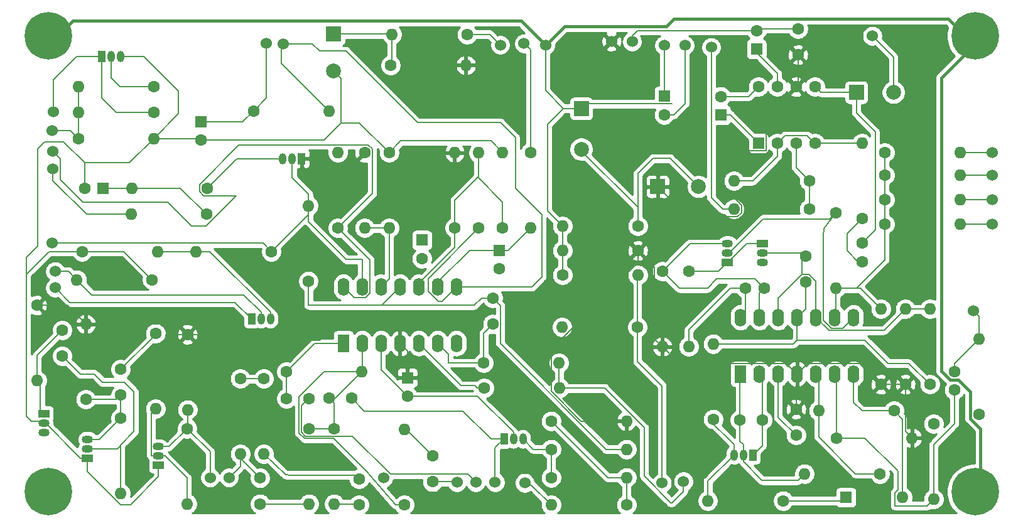
<source format=gbr>
%TF.GenerationSoftware,KiCad,Pcbnew,(5.1.8-0-10_14)*%
%TF.CreationDate,2021-02-20T12:55:23+10:00*%
%TF.ProjectId,mfos_noise_toaster,6d666f73-5f6e-46f6-9973-655f746f6173,rev?*%
%TF.SameCoordinates,Original*%
%TF.FileFunction,Copper,L1,Top*%
%TF.FilePolarity,Positive*%
%FSLAX46Y46*%
G04 Gerber Fmt 4.6, Leading zero omitted, Abs format (unit mm)*
G04 Created by KiCad (PCBNEW (5.1.8-0-10_14)) date 2021-02-20 12:55:23*
%MOMM*%
%LPD*%
G01*
G04 APERTURE LIST*
%TA.AperFunction,ComponentPad*%
%ADD10R,1.500000X1.050000*%
%TD*%
%TA.AperFunction,ComponentPad*%
%ADD11O,1.500000X1.050000*%
%TD*%
%TA.AperFunction,ComponentPad*%
%ADD12C,1.524000*%
%TD*%
%TA.AperFunction,ComponentPad*%
%ADD13O,1.600000X1.600000*%
%TD*%
%TA.AperFunction,ComponentPad*%
%ADD14C,1.600000*%
%TD*%
%TA.AperFunction,ComponentPad*%
%ADD15C,0.800000*%
%TD*%
%TA.AperFunction,ComponentPad*%
%ADD16C,6.400000*%
%TD*%
%TA.AperFunction,ComponentPad*%
%ADD17O,1.600000X2.400000*%
%TD*%
%TA.AperFunction,ComponentPad*%
%ADD18R,1.600000X2.400000*%
%TD*%
%TA.AperFunction,ComponentPad*%
%ADD19R,1.600000X1.600000*%
%TD*%
%TA.AperFunction,ComponentPad*%
%ADD20R,1.000000X1.500000*%
%TD*%
%TA.AperFunction,ComponentPad*%
%ADD21O,1.000000X1.500000*%
%TD*%
%TA.AperFunction,ComponentPad*%
%ADD22C,2.000000*%
%TD*%
%TA.AperFunction,ComponentPad*%
%ADD23R,2.000000X2.000000*%
%TD*%
%TA.AperFunction,ViaPad*%
%ADD24C,0.685800*%
%TD*%
%TA.AperFunction,Conductor*%
%ADD25C,0.152400*%
%TD*%
%TA.AperFunction,Conductor*%
%ADD26C,0.381000*%
%TD*%
%TA.AperFunction,Conductor*%
%ADD27C,0.254000*%
%TD*%
%TA.AperFunction,Conductor*%
%ADD28C,0.100000*%
%TD*%
G04 APERTURE END LIST*
D10*
%TO.P,Q6,1*%
%TO.N,BN*%
X134520000Y-125390000D03*
D11*
%TO.P,Q6,3*%
%TO.N,Net-(Q6-Pad3)*%
X134520000Y-122850000D03*
%TO.P,Q6,2*%
%TO.N,Net-(Q6-Pad2)*%
X134520000Y-124120000D03*
%TD*%
D10*
%TO.P,Q4,1*%
%TO.N,Net-(Q3-Pad1)*%
X215940000Y-95450000D03*
D11*
%TO.P,Q4,3*%
%TO.N,Net-(C2-Pad1)*%
X215940000Y-97990000D03*
%TO.P,Q4,2*%
%TO.N,Net-(C4-Pad1)*%
X215940000Y-96720000D03*
%TD*%
D10*
%TO.P,Q3,1*%
%TO.N,Net-(Q3-Pad1)*%
X211250000Y-98020000D03*
D11*
%TO.P,Q3,3*%
%TO.N,Net-(C1-Pad1)*%
X211250000Y-95480000D03*
%TO.P,Q3,2*%
%TO.N,Net-(Q3-Pad2)*%
X211250000Y-96750000D03*
%TD*%
D10*
%TO.P,Q5,1*%
%TO.N,Net-(C3-Pad2)*%
X119080000Y-118410000D03*
D11*
%TO.P,Q5,3*%
%TO.N,Net-(Q5-Pad3)*%
X119080000Y-120950000D03*
%TO.P,Q5,2*%
%TO.N,BN*%
X119080000Y-119680000D03*
%TD*%
D10*
%TO.P,Q2,1*%
%TO.N,BN*%
X124950000Y-124420000D03*
D11*
%TO.P,Q2,3*%
%TO.N,Net-(C7-Pad2)*%
X124950000Y-121880000D03*
%TO.P,Q2,2*%
%TO.N,Net-(C3-Pad1)*%
X124950000Y-123150000D03*
%TD*%
D12*
%TO.P,X28,1*%
%TO.N,Net-(C77-Pad2)*%
X174774000Y-127664000D03*
%TD*%
%TO.P,VCOIn1,1*%
%TO.N,Net-(R1-Pad2)*%
X246910000Y-83214000D03*
%TD*%
D13*
%TO.P,R77,2*%
%TO.N,Net-(C77-Pad1)*%
X167662000Y-120552000D03*
D14*
%TO.P,R77,1*%
%TO.N,Net-(C9-Pad2)*%
X167662000Y-130712000D03*
%TD*%
D13*
%TO.P,R1,2*%
%TO.N,Net-(R1-Pad2)*%
X242592000Y-83214000D03*
D14*
%TO.P,R1,1*%
%TO.N,Net-(R1-Pad1)*%
X232432000Y-83214000D03*
%TD*%
%TO.P,C77,1*%
%TO.N,Net-(C77-Pad1)*%
X171472000Y-124108000D03*
%TO.P,C77,2*%
%TO.N,Net-(C77-Pad2)*%
X171472000Y-127608000D03*
%TD*%
D15*
%TO.P,REF\u002A\u002A,1*%
%TO.N,N/C*%
X246321056Y-127236944D03*
X244624000Y-126534000D03*
X242926944Y-127236944D03*
X242224000Y-128934000D03*
X242926944Y-130631056D03*
X244624000Y-131334000D03*
X246321056Y-130631056D03*
X247024000Y-128934000D03*
D16*
%TO.N,GND*%
X244624000Y-128934000D03*
%TD*%
D15*
%TO.P,REF\u002A\u002A,1*%
%TO.N,N/C*%
X246321056Y-65768944D03*
X244624000Y-65066000D03*
X242926944Y-65768944D03*
X242224000Y-67466000D03*
X242926944Y-69163056D03*
X244624000Y-69866000D03*
X246321056Y-69163056D03*
X247024000Y-67466000D03*
D16*
%TO.N,GND*%
X244624000Y-67466000D03*
%TD*%
D15*
%TO.P,REF\u002A\u002A,1*%
%TO.N,N/C*%
X121353056Y-65768944D03*
X119656000Y-65066000D03*
X117958944Y-65768944D03*
X117256000Y-67466000D03*
X117958944Y-69163056D03*
X119656000Y-69866000D03*
X121353056Y-69163056D03*
X122056000Y-67466000D03*
D16*
%TO.N,GND*%
X119656000Y-67466000D03*
%TD*%
D15*
%TO.P,REF\u002A\u002A,1*%
%TO.N,N/C*%
X121353056Y-127236944D03*
X119656000Y-126534000D03*
X117958944Y-127236944D03*
X117256000Y-128934000D03*
X117958944Y-130631056D03*
X119656000Y-131334000D03*
X121353056Y-130631056D03*
X122056000Y-128934000D03*
D16*
%TO.N,GND*%
X119656000Y-128934000D03*
%TD*%
D17*
%TO.P,U1,14*%
%TO.N,Net-(C1-Pad2)*%
X213001000Y-105439000D03*
%TO.P,U1,7*%
%TO.N,Net-(D1-Pad2)*%
X228241000Y-113059000D03*
%TO.P,U1,13*%
%TO.N,Net-(C1-Pad1)*%
X215541000Y-105439000D03*
%TO.P,U1,6*%
%TO.N,Net-(C6-Pad1)*%
X225701000Y-113059000D03*
%TO.P,U1,12*%
%TO.N,Net-(C4-Pad1)*%
X218081000Y-105439000D03*
%TO.P,U1,5*%
%TO.N,Net-(R12-Pad1)*%
X223161000Y-113059000D03*
%TO.P,U1,11*%
%TO.N,BN*%
X220621000Y-105439000D03*
%TO.P,U1,4*%
%TO.N,BP*%
X220621000Y-113059000D03*
%TO.P,U1,10*%
%TO.N,Net-(C4-Pad1)*%
X223161000Y-105439000D03*
%TO.P,U1,3*%
X218081000Y-113059000D03*
%TO.P,U1,9*%
%TO.N,Net-(R1-Pad1)*%
X225701000Y-105439000D03*
%TO.P,U1,2*%
%TO.N,Net-(C2-Pad1)*%
X215541000Y-113059000D03*
%TO.P,U1,8*%
%TO.N,Net-(Q3-Pad2)*%
X228241000Y-105439000D03*
D18*
%TO.P,U1,1*%
%TO.N,Net-(C2-Pad2)*%
X213001000Y-113059000D03*
%TD*%
D12*
%TO.P,GND1,1*%
%TO.N,GND*%
X186712000Y-68736000D03*
%TD*%
%TO.P,X15,1*%
%TO.N,Net-(R48-Pad1)*%
X183816400Y-68482000D03*
%TD*%
%TO.P,X27,1*%
%TO.N,Net-(R67-Pad2)*%
X209064000Y-68990000D03*
%TD*%
%TO.P,X26,1*%
%TO.N,Net-(C22-Pad2)*%
X230781000Y-67466000D03*
%TD*%
%TO.P,X25,1*%
%TO.N,Net-(C21-Pad1)*%
X202714000Y-68736000D03*
%TD*%
%TO.P,X24,1*%
%TO.N,Net-(C21-Pad2)*%
X205508000Y-68736000D03*
%TD*%
%TO.P,X23,1*%
%TO.N,Net-(R65-Pad1)*%
X180616000Y-68685200D03*
%TD*%
%TO.P,X22,1*%
%TO.N,Net-(Q10-Pad1)*%
X120354500Y-77689500D03*
%TD*%
%TO.P,X21,1*%
%TO.N,Net-(R57-Pad2)*%
X120227500Y-80229500D03*
%TD*%
%TO.P,X20,1*%
%TO.N,Net-(C19-Pad1)*%
X149069200Y-68482000D03*
%TD*%
%TO.P,X19,1*%
%TO.N,Net-(R58-Pad1)*%
X120291000Y-83023500D03*
%TD*%
%TO.P,X18,1*%
%TO.N,/attack_decay_generator/ARG*%
X120164000Y-95406000D03*
%TD*%
%TO.P,X17,1*%
%TO.N,Net-(R50-Pad2)*%
X120291000Y-85373000D03*
%TD*%
%TO.P,X16,1*%
%TO.N,Net-(R56-Pad2)*%
X151355200Y-68532800D03*
%TD*%
%TO.P,X14,1*%
%TO.N,Net-(R39-Pad2)*%
X183918000Y-127740200D03*
%TD*%
%TO.P,X13,1*%
%TO.N,Net-(Q7-Pad2)*%
X120608500Y-99216000D03*
%TD*%
%TO.P,X12,1*%
%TO.N,Net-(C10-Pad1)*%
X120608500Y-101438500D03*
%TD*%
%TO.P,X11,1*%
%TO.N,Net-(C12-Pad2)*%
X144040000Y-127029000D03*
%TD*%
%TO.P,X10,1*%
%TO.N,Net-(C10-Pad2)*%
X177314000Y-127664000D03*
%TD*%
%TO.P,X9,1*%
%TO.N,Net-(C9-Pad1)*%
X179917500Y-127664000D03*
%TD*%
%TO.P,X8,1*%
%TO.N,Net-(C8-Pad2)*%
X164868000Y-127092500D03*
%TD*%
%TO.P,X7,1*%
%TO.N,Net-(R31-Pad1)*%
X202409200Y-127765600D03*
%TD*%
%TO.P,X6,1*%
%TO.N,Net-(C6-Pad2)*%
X244370000Y-104550000D03*
%TD*%
%TO.P,X5,1*%
%TO.N,Net-(R21-Pad2)*%
X246910000Y-92866000D03*
%TD*%
%TO.P,X4,1*%
%TO.N,Net-(Q6-Pad3)*%
X141500000Y-127029000D03*
%TD*%
%TO.P,X3,1*%
%TO.N,Net-(C2-Pad2)*%
X205304800Y-127562400D03*
%TD*%
%TO.P,X2,1*%
%TO.N,Net-(R14-Pad2)*%
X246910000Y-89564000D03*
%TD*%
%TO.P,X1,1*%
%TO.N,Net-(R2-Pad2)*%
X246910000Y-86262000D03*
%TD*%
D14*
%TO.P,U3,8*%
%TO.N,Net-(COPTIONAL1-Pad2)*%
X215414000Y-74324000D03*
%TO.P,U3,7*%
%TO.N,Net-(C25-Pad1)*%
X217954000Y-74324000D03*
%TO.P,U3,6*%
%TO.N,BP*%
X220494000Y-74324000D03*
%TO.P,U3,5*%
%TO.N,Net-(C22-Pad1)*%
X223034000Y-74324000D03*
%TO.P,U3,4*%
%TO.N,BN*%
X223034000Y-81944000D03*
%TO.P,U3,3*%
%TO.N,Net-(R67-Pad1)*%
X220494000Y-81944000D03*
%TO.P,U3,2*%
%TO.N,BN*%
X217954000Y-81944000D03*
D19*
%TO.P,U3,1*%
%TO.N,Net-(COPTIONAL1-Pad1)*%
X215414000Y-81944000D03*
%TD*%
D17*
%TO.P,U2,14*%
%TO.N,Net-(R58-Pad1)*%
X159470500Y-101311500D03*
%TO.P,U2,7*%
%TO.N,Net-(R31-Pad2)*%
X174710500Y-108931500D03*
%TO.P,U2,13*%
%TO.N,/attack_decay_generator/ARG*%
X162010500Y-101311500D03*
%TO.P,U2,6*%
%TO.N,Net-(C11-Pad1)*%
X172170500Y-108931500D03*
%TO.P,U2,12*%
%TO.N,Net-(R58-Pad2)*%
X164550500Y-101311500D03*
%TO.P,U2,5*%
%TO.N,Net-(R26-Pad1)*%
X169630500Y-108931500D03*
%TO.P,U2,11*%
%TO.N,BN*%
X167090500Y-101311500D03*
%TO.P,U2,4*%
%TO.N,BP*%
X167090500Y-108931500D03*
%TO.P,U2,10*%
%TO.N,Net-(R55-Pad1)*%
X169630500Y-101311500D03*
%TO.P,U2,3*%
%TO.N,GND*%
X164550500Y-108931500D03*
%TO.P,U2,9*%
%TO.N,Net-(C16-Pad1)*%
X172170500Y-101311500D03*
%TO.P,U2,2*%
%TO.N,Net-(C9-Pad2)*%
X162010500Y-108931500D03*
%TO.P,U2,8*%
%TO.N,Net-(R56-Pad2)*%
X174710500Y-101311500D03*
D18*
%TO.P,U2,1*%
%TO.N,Net-(C10-Pad1)*%
X159470500Y-108931500D03*
%TD*%
D13*
%TO.P,R70,2*%
%TO.N,BP*%
X175993200Y-71428400D03*
D14*
%TO.P,R70,1*%
%TO.N,Net-(C26-Pad1)*%
X165833200Y-71428400D03*
%TD*%
D13*
%TO.P,R69,2*%
%TO.N,BN*%
X229384000Y-81944000D03*
D14*
%TO.P,R69,1*%
%TO.N,Net-(C24-Pad2)*%
X229384000Y-92104000D03*
%TD*%
D13*
%TO.P,R68,2*%
%TO.N,BN*%
X212112000Y-87024000D03*
D14*
%TO.P,R68,1*%
%TO.N,Net-(R67-Pad1)*%
X222272000Y-87024000D03*
%TD*%
D13*
%TO.P,R67,2*%
%TO.N,Net-(R67-Pad2)*%
X212112000Y-90834000D03*
D14*
%TO.P,R67,1*%
%TO.N,Net-(R67-Pad1)*%
X222272000Y-90834000D03*
%TD*%
D13*
%TO.P,R65,2*%
%TO.N,Net-(C26-Pad1)*%
X165985600Y-67262800D03*
D14*
%TO.P,R65,1*%
%TO.N,Net-(R65-Pad1)*%
X176145600Y-67262800D03*
%TD*%
D13*
%TO.P,R64,2*%
%TO.N,Net-(R58-Pad2)*%
X165630000Y-93374000D03*
D14*
%TO.P,R64,1*%
%TO.N,BN*%
X165630000Y-83214000D03*
%TD*%
D13*
%TO.P,R63,2*%
%TO.N,Net-(R58-Pad2)*%
X162328000Y-93374000D03*
D14*
%TO.P,R63,1*%
%TO.N,BP*%
X162328000Y-83214000D03*
%TD*%
D13*
%TO.P,R62,2*%
%TO.N,Net-(R57-Pad2)*%
X123783500Y-74324000D03*
D14*
%TO.P,R62,1*%
%TO.N,Net-(Q10-Pad2)*%
X133943500Y-74324000D03*
%TD*%
D13*
%TO.P,R61,2*%
%TO.N,BN*%
X133880000Y-81309000D03*
D14*
%TO.P,R61,1*%
%TO.N,Net-(R57-Pad2)*%
X123720000Y-81309000D03*
%TD*%
D13*
%TO.P,R60,2*%
%TO.N,Net-(R55-Pad1)*%
X177674680Y-83241940D03*
D14*
%TO.P,R60,1*%
%TO.N,Net-(R56-Pad2)*%
X177674680Y-93401940D03*
%TD*%
D13*
%TO.P,R59,2*%
%TO.N,BN*%
X180946200Y-83214000D03*
D14*
%TO.P,R59,1*%
%TO.N,Net-(R55-Pad1)*%
X180946200Y-93374000D03*
%TD*%
D13*
%TO.P,R58,2*%
%TO.N,Net-(R58-Pad2)*%
X158721200Y-83214000D03*
D14*
%TO.P,R58,1*%
%TO.N,Net-(R58-Pad1)*%
X158721200Y-93374000D03*
%TD*%
D13*
%TO.P,R57,2*%
%TO.N,Net-(R57-Pad2)*%
X123720000Y-77816500D03*
D14*
%TO.P,R57,1*%
%TO.N,Net-(Q10-Pad1)*%
X133880000Y-77816500D03*
%TD*%
D13*
%TO.P,R56,2*%
%TO.N,Net-(R56-Pad2)*%
X157502000Y-77575200D03*
D14*
%TO.P,R56,1*%
%TO.N,Net-(C19-Pad1)*%
X147342000Y-77575200D03*
%TD*%
D13*
%TO.P,R55,2*%
%TO.N,BP*%
X174469200Y-83214000D03*
D14*
%TO.P,R55,1*%
%TO.N,Net-(R55-Pad1)*%
X174469200Y-93374000D03*
%TD*%
D13*
%TO.P,R54,2*%
%TO.N,/attack_decay_generator/ARG*%
X154758800Y-90376800D03*
D14*
%TO.P,R54,1*%
%TO.N,BN*%
X154758800Y-100536800D03*
%TD*%
D13*
%TO.P,R52,2*%
%TO.N,Net-(C18-Pad1)*%
X130933600Y-87989200D03*
D14*
%TO.P,R52,1*%
%TO.N,Net-(Q9-Pad3)*%
X141093600Y-87989200D03*
%TD*%
D13*
%TO.P,R50,2*%
%TO.N,Net-(R50-Pad2)*%
X130832000Y-91532500D03*
D14*
%TO.P,R50,1*%
%TO.N,Net-(C18-Pad1)*%
X140992000Y-91532500D03*
%TD*%
D13*
%TO.P,R48,2*%
%TO.N,Net-(C16-Pad1)*%
X184680000Y-93374000D03*
D14*
%TO.P,R48,1*%
%TO.N,Net-(R48-Pad1)*%
X184680000Y-83214000D03*
%TD*%
D13*
%TO.P,R47,2*%
%TO.N,Net-(Q7-Pad2)*%
X123529500Y-100359000D03*
D14*
%TO.P,R47,1*%
%TO.N,BN*%
X133689500Y-100359000D03*
%TD*%
D13*
%TO.P,R46,2*%
%TO.N,Net-(Q7-Pad3)*%
X134388000Y-96549000D03*
D14*
%TO.P,R46,1*%
%TO.N,BN*%
X124228000Y-96549000D03*
%TD*%
D13*
%TO.P,R45,2*%
%TO.N,BN*%
X197634000Y-123219000D03*
D14*
%TO.P,R45,1*%
%TO.N,Net-(Q8-Pad3)*%
X187474000Y-123219000D03*
%TD*%
D13*
%TO.P,R44,2*%
%TO.N,BP*%
X197634000Y-119409000D03*
D14*
%TO.P,R44,1*%
%TO.N,Net-(R39-Pad1)*%
X187474000Y-119409000D03*
%TD*%
D13*
%TO.P,R42,2*%
%TO.N,GND*%
X188998000Y-93120000D03*
D14*
%TO.P,R42,1*%
%TO.N,BN*%
X199158000Y-93120000D03*
%TD*%
D13*
%TO.P,R41,2*%
%TO.N,Net-(Q7-Pad3)*%
X139595000Y-96549000D03*
D14*
%TO.P,R41,1*%
%TO.N,/attack_decay_generator/ARG*%
X149755000Y-96549000D03*
%TD*%
D13*
%TO.P,R40,2*%
%TO.N,Net-(R39-Pad1)*%
X197634000Y-127029000D03*
D14*
%TO.P,R40,1*%
%TO.N,Net-(Q8-Pad3)*%
X187474000Y-127029000D03*
%TD*%
D13*
%TO.P,R39,2*%
%TO.N,Net-(R39-Pad2)*%
X187474000Y-130712000D03*
D14*
%TO.P,R39,1*%
%TO.N,Net-(R39-Pad1)*%
X197634000Y-130712000D03*
%TD*%
D13*
%TO.P,R37,2*%
%TO.N,GND*%
X188998000Y-96422000D03*
D14*
%TO.P,R37,1*%
%TO.N,BP*%
X199158000Y-96422000D03*
%TD*%
D13*
%TO.P,R36,2*%
%TO.N,Net-(C12-Pad2)*%
X145564000Y-123854000D03*
D14*
%TO.P,R36,1*%
%TO.N,GND*%
X145564000Y-113694000D03*
%TD*%
D13*
%TO.P,R35,2*%
%TO.N,Net-(C9-Pad2)*%
X161947000Y-112741500D03*
D14*
%TO.P,R35,1*%
%TO.N,Net-(C10-Pad1)*%
X151787000Y-112741500D03*
%TD*%
D13*
%TO.P,R34,2*%
%TO.N,Net-(C12-Pad1)*%
X154835000Y-130585000D03*
D14*
%TO.P,R34,1*%
%TO.N,Net-(C9-Pad2)*%
X154835000Y-120425000D03*
%TD*%
D13*
%TO.P,R33,2*%
%TO.N,Net-(C8-Pad1)*%
X158200500Y-130585000D03*
D14*
%TO.P,R33,1*%
%TO.N,Net-(C9-Pad2)*%
X158200500Y-120425000D03*
%TD*%
D13*
%TO.P,R32,2*%
%TO.N,Net-(R31-Pad1)*%
X199158000Y-99724000D03*
D14*
%TO.P,R32,1*%
%TO.N,GND*%
X188998000Y-99724000D03*
%TD*%
D13*
%TO.P,R31,2*%
%TO.N,Net-(R31-Pad2)*%
X188947200Y-106734400D03*
D14*
%TO.P,R31,1*%
%TO.N,Net-(R31-Pad1)*%
X199107200Y-106734400D03*
%TD*%
D13*
%TO.P,R30,2*%
%TO.N,Net-(C2-Pad2)*%
X188540800Y-111560400D03*
D14*
%TO.P,R30,1*%
%TO.N,Net-(C11-Pad1)*%
X178380800Y-111560400D03*
%TD*%
D13*
%TO.P,R27,2*%
%TO.N,Net-(C8-Pad2)*%
X148739000Y-123854000D03*
D14*
%TO.P,R27,1*%
%TO.N,GND*%
X148739000Y-113694000D03*
%TD*%
D13*
%TO.P,R26,2*%
%TO.N,Net-(C2-Pad2)*%
X188591600Y-114964000D03*
D14*
%TO.P,R26,1*%
%TO.N,Net-(R26-Pad1)*%
X178431600Y-114964000D03*
%TD*%
D13*
%TO.P,R25,2*%
%TO.N,Net-(Q6-Pad2)*%
X134134000Y-117758000D03*
D14*
%TO.P,R25,1*%
%TO.N,Net-(C7-Pad1)*%
X134134000Y-107598000D03*
%TD*%
D13*
%TO.P,R24,2*%
%TO.N,Net-(C6-Pad2)*%
X245132000Y-108360000D03*
D14*
%TO.P,R24,1*%
%TO.N,BN*%
X245132000Y-118520000D03*
%TD*%
D13*
%TO.P,R23,2*%
%TO.N,Net-(C4-Pad1)*%
X235226000Y-104296000D03*
D14*
%TO.P,R23,1*%
%TO.N,BP*%
X235226000Y-114456000D03*
%TD*%
D13*
%TO.P,R22,2*%
%TO.N,Net-(C4-Pad1)*%
X238528000Y-104296000D03*
D14*
%TO.P,R22,1*%
%TO.N,BN*%
X238528000Y-114456000D03*
%TD*%
D13*
%TO.P,R21,2*%
%TO.N,Net-(R21-Pad2)*%
X242592000Y-92866000D03*
D14*
%TO.P,R21,1*%
%TO.N,Net-(R1-Pad1)*%
X232432000Y-92866000D03*
%TD*%
D13*
%TO.P,R19,2*%
%TO.N,Net-(Q6-Pad2)*%
X138388500Y-130585000D03*
D14*
%TO.P,R19,1*%
%TO.N,Net-(Q6-Pad3)*%
X138388500Y-120425000D03*
%TD*%
D13*
%TO.P,R18,2*%
%TO.N,Net-(C6-Pad1)*%
X239036000Y-129950000D03*
D14*
%TO.P,R18,1*%
%TO.N,BN*%
X239036000Y-119790000D03*
%TD*%
D13*
%TO.P,R17,2*%
%TO.N,BP*%
X236115000Y-121695000D03*
D14*
%TO.P,R17,1*%
%TO.N,Net-(C6-Pad1)*%
X225955000Y-121695000D03*
%TD*%
D13*
%TO.P,R16,2*%
%TO.N,BP*%
X202460000Y-109376000D03*
D14*
%TO.P,R16,1*%
%TO.N,Net-(C1-Pad1)*%
X202460000Y-99216000D03*
%TD*%
D13*
%TO.P,R15,2*%
%TO.N,Net-(Q6-Pad3)*%
X138452000Y-117885000D03*
D14*
%TO.P,R15,1*%
%TO.N,BP*%
X138452000Y-107725000D03*
%TD*%
D13*
%TO.P,R14,2*%
%TO.N,Net-(R14-Pad2)*%
X242592000Y-89564000D03*
D14*
%TO.P,R14,1*%
%TO.N,Net-(R1-Pad1)*%
X232432000Y-89564000D03*
%TD*%
D13*
%TO.P,R12,2*%
%TO.N,Net-(C2-Pad2)*%
X221637000Y-126521000D03*
D14*
%TO.P,R12,1*%
%TO.N,Net-(R12-Pad1)*%
X231797000Y-126521000D03*
%TD*%
D13*
%TO.P,R11,2*%
%TO.N,Net-(R1-Pad1)*%
X225828000Y-101502000D03*
D14*
%TO.P,R11,1*%
%TO.N,Net-(Q3-Pad2)*%
X225828000Y-91342000D03*
%TD*%
D13*
%TO.P,R10,2*%
%TO.N,Net-(C3-Pad1)*%
X129435000Y-129188000D03*
D14*
%TO.P,R10,1*%
%TO.N,Net-(C7-Pad2)*%
X129435000Y-119028000D03*
%TD*%
D13*
%TO.P,R9,2*%
%TO.N,BP*%
X124736000Y-106328000D03*
D14*
%TO.P,R9,1*%
%TO.N,Net-(C7-Pad2)*%
X124736000Y-116488000D03*
%TD*%
D13*
%TO.P,R8,2*%
%TO.N,Net-(C3-Pad2)*%
X118132000Y-113948000D03*
D14*
%TO.P,R8,1*%
%TO.N,BP*%
X118132000Y-103788000D03*
%TD*%
D13*
%TO.P,R7,2*%
%TO.N,Net-(R12-Pad1)*%
X223542000Y-118012000D03*
D14*
%TO.P,R7,1*%
%TO.N,Net-(D1-Pad2)*%
X233702000Y-118012000D03*
%TD*%
D13*
%TO.P,R6,2*%
%TO.N,Net-(Q1-Pad3)*%
X208606800Y-130153200D03*
D14*
%TO.P,R6,1*%
%TO.N,Net-(D1-Pad1)*%
X218766800Y-130153200D03*
%TD*%
D13*
%TO.P,R5,2*%
%TO.N,BN*%
X209318000Y-108995000D03*
D14*
%TO.P,R5,1*%
%TO.N,Net-(Q1-Pad3)*%
X209318000Y-119155000D03*
%TD*%
D13*
%TO.P,R4,2*%
%TO.N,Net-(C1-Pad2)*%
X206016000Y-109376000D03*
D14*
%TO.P,R4,1*%
%TO.N,Net-(Q3-Pad1)*%
X206016000Y-99216000D03*
%TD*%
D13*
%TO.P,R3,2*%
%TO.N,Net-(R1-Pad1)*%
X231924000Y-104296000D03*
D14*
%TO.P,R3,1*%
%TO.N,BP*%
X231924000Y-114456000D03*
%TD*%
D13*
%TO.P,R2,2*%
%TO.N,Net-(R2-Pad2)*%
X242592000Y-86262000D03*
D14*
%TO.P,R2,1*%
%TO.N,Net-(R1-Pad1)*%
X232432000Y-86262000D03*
%TD*%
D20*
%TO.P,Q10,1*%
%TO.N,Net-(Q10-Pad1)*%
X126895000Y-70260000D03*
D21*
%TO.P,Q10,3*%
%TO.N,BN*%
X129435000Y-70260000D03*
%TO.P,Q10,2*%
%TO.N,Net-(Q10-Pad2)*%
X128165000Y-70260000D03*
%TD*%
D20*
%TO.P,Q9,1*%
%TO.N,BP*%
X153844400Y-84026800D03*
D21*
%TO.P,Q9,3*%
%TO.N,Net-(Q9-Pad3)*%
X151304400Y-84026800D03*
%TO.P,Q9,2*%
%TO.N,/attack_decay_generator/ARG*%
X152574400Y-84026800D03*
%TD*%
D20*
%TO.P,Q8,1*%
%TO.N,Net-(C9-Pad1)*%
X181124000Y-121822000D03*
D21*
%TO.P,Q8,3*%
%TO.N,Net-(Q8-Pad3)*%
X183664000Y-121822000D03*
%TO.P,Q8,2*%
%TO.N,GND*%
X182394000Y-121822000D03*
%TD*%
D20*
%TO.P,Q7,1*%
%TO.N,Net-(C10-Pad1)*%
X147088000Y-105629500D03*
D21*
%TO.P,Q7,3*%
%TO.N,Net-(Q7-Pad3)*%
X149628000Y-105629500D03*
%TO.P,Q7,2*%
%TO.N,Net-(Q7-Pad2)*%
X148358000Y-105629500D03*
%TD*%
D20*
%TO.P,Q1,1*%
%TO.N,Net-(C2-Pad1)*%
X214652000Y-123981000D03*
D21*
%TO.P,Q1,3*%
%TO.N,Net-(Q1-Pad3)*%
X212112000Y-123981000D03*
%TO.P,Q1,2*%
%TO.N,Net-(C2-Pad2)*%
X213382000Y-123981000D03*
%TD*%
D13*
%TO.P,D1,2*%
%TO.N,Net-(D1-Pad2)*%
X234845000Y-129696000D03*
D19*
%TO.P,D1,1*%
%TO.N,Net-(D1-Pad1)*%
X227225000Y-129696000D03*
%TD*%
D14*
%TO.P,COPTIONAL1,2*%
%TO.N,Net-(COPTIONAL1-Pad2)*%
X210334000Y-75634000D03*
D19*
%TO.P,COPTIONAL1,1*%
%TO.N,Net-(COPTIONAL1-Pad1)*%
X210334000Y-78134000D03*
%TD*%
D22*
%TO.P,C26,2*%
%TO.N,BN*%
X158162400Y-72212000D03*
D23*
%TO.P,C26,1*%
%TO.N,Net-(C26-Pad1)*%
X158162400Y-67212000D03*
%TD*%
D14*
%TO.P,C25,2*%
%TO.N,BN*%
X215160000Y-66744000D03*
D19*
%TO.P,C25,1*%
%TO.N,Net-(C25-Pad1)*%
X215160000Y-69244000D03*
%TD*%
D14*
%TO.P,C24,2*%
%TO.N,Net-(C24-Pad2)*%
X229384000Y-97906000D03*
%TO.P,C24,1*%
%TO.N,Net-(C22-Pad1)*%
X229384000Y-95406000D03*
%TD*%
D23*
%TO.P,C23,1*%
%TO.N,BP*%
X201836000Y-87786000D03*
D22*
%TO.P,C23,2*%
%TO.N,BN*%
X207336000Y-87786000D03*
%TD*%
%TO.P,C22,2*%
%TO.N,Net-(C22-Pad2)*%
X233622000Y-75086000D03*
D23*
%TO.P,C22,1*%
%TO.N,Net-(C22-Pad1)*%
X228622000Y-75086000D03*
%TD*%
D14*
%TO.P,C21,2*%
%TO.N,Net-(C21-Pad2)*%
X202714000Y-78094000D03*
D19*
%TO.P,C21,1*%
%TO.N,Net-(C21-Pad1)*%
X202714000Y-75594000D03*
%TD*%
D14*
%TO.P,C20,1*%
%TO.N,BP*%
X220748000Y-70006000D03*
%TO.P,C20,2*%
%TO.N,BN*%
X220748000Y-66506000D03*
%TD*%
%TO.P,C19,2*%
%TO.N,BN*%
X140230000Y-81523000D03*
D19*
%TO.P,C19,1*%
%TO.N,Net-(C19-Pad1)*%
X140230000Y-79023000D03*
%TD*%
D14*
%TO.P,C18,2*%
%TO.N,BN*%
X124585500Y-88040000D03*
D19*
%TO.P,C18,1*%
%TO.N,Net-(C18-Pad1)*%
X127085500Y-88040000D03*
%TD*%
D14*
%TO.P,C16,2*%
%TO.N,BN*%
X180463600Y-98871200D03*
D19*
%TO.P,C16,1*%
%TO.N,Net-(C16-Pad1)*%
X180463600Y-96371200D03*
%TD*%
D23*
%TO.P,C15,1*%
%TO.N,GND*%
X191538000Y-77256000D03*
D22*
%TO.P,C15,2*%
%TO.N,BN*%
X191538000Y-82756000D03*
%TD*%
D14*
%TO.P,C14,2*%
%TO.N,BN*%
X170049600Y-97499600D03*
D19*
%TO.P,C14,1*%
%TO.N,GND*%
X170049600Y-94999600D03*
%TD*%
D14*
%TO.P,C13,2*%
%TO.N,GND*%
X168106500Y-116067000D03*
D19*
%TO.P,C13,1*%
%TO.N,BP*%
X168106500Y-113567000D03*
%TD*%
D14*
%TO.P,C12,1*%
%TO.N,Net-(C12-Pad1)*%
X148231000Y-130585000D03*
%TO.P,C12,2*%
%TO.N,Net-(C12-Pad2)*%
X148231000Y-127085000D03*
%TD*%
%TO.P,C11,1*%
%TO.N,Net-(C11-Pad1)*%
X179600000Y-106328000D03*
%TO.P,C11,2*%
%TO.N,BN*%
X179600000Y-102828000D03*
%TD*%
%TO.P,C10,2*%
%TO.N,Net-(C10-Pad2)*%
X154787000Y-116361000D03*
%TO.P,C10,1*%
%TO.N,Net-(C10-Pad1)*%
X151787000Y-116361000D03*
%TD*%
%TO.P,C9,2*%
%TO.N,Net-(C9-Pad2)*%
X157550000Y-116297500D03*
%TO.P,C9,1*%
%TO.N,Net-(C9-Pad1)*%
X160550000Y-116297500D03*
%TD*%
%TO.P,C8,1*%
%TO.N,Net-(C8-Pad1)*%
X161566000Y-130712000D03*
%TO.P,C8,2*%
%TO.N,Net-(C8-Pad2)*%
X161566000Y-127212000D03*
%TD*%
%TO.P,C7,1*%
%TO.N,Net-(C7-Pad1)*%
X129435000Y-112424000D03*
%TO.P,C7,2*%
%TO.N,Net-(C7-Pad2)*%
X129435000Y-115924000D03*
%TD*%
%TO.P,C6,2*%
%TO.N,Net-(C6-Pad2)*%
X241830000Y-112718000D03*
%TO.P,C6,1*%
%TO.N,Net-(C6-Pad1)*%
X241830000Y-115218000D03*
%TD*%
%TO.P,C5,1*%
%TO.N,Net-(C4-Pad1)*%
X221764000Y-97184000D03*
%TO.P,C5,2*%
%TO.N,BN*%
X221764000Y-100684000D03*
%TD*%
%TO.P,C4,1*%
%TO.N,Net-(C4-Pad1)*%
X220494000Y-121314000D03*
%TO.P,C4,2*%
%TO.N,BP*%
X220494000Y-117814000D03*
%TD*%
%TO.P,C3,1*%
%TO.N,Net-(C3-Pad1)*%
X121561000Y-110646000D03*
%TO.P,C3,2*%
%TO.N,Net-(C3-Pad2)*%
X121561000Y-107146000D03*
%TD*%
%TO.P,C2,2*%
%TO.N,Net-(C2-Pad2)*%
X212922000Y-119282000D03*
%TO.P,C2,1*%
%TO.N,Net-(C2-Pad1)*%
X215922000Y-119282000D03*
%TD*%
%TO.P,C1,2*%
%TO.N,Net-(C1-Pad2)*%
X213676000Y-101502000D03*
%TO.P,C1,1*%
%TO.N,Net-(C1-Pad1)*%
X216176000Y-101502000D03*
%TD*%
D12*
%TO.P,BP1,1*%
%TO.N,BP*%
X195602000Y-68228000D03*
%TD*%
%TO.P,BN1,1*%
%TO.N,BN*%
X198396000Y-68228000D03*
%TD*%
D24*
%TO.N,BP*%
X178838000Y-104550000D03*
%TD*%
D25*
%TO.N,BN*%
X140016000Y-81309000D02*
X140230000Y-81523000D01*
X133880000Y-81309000D02*
X140016000Y-81309000D01*
X154758800Y-100536800D02*
X154758800Y-103788000D01*
X164614000Y-103788000D02*
X167090500Y-101311500D01*
X140230000Y-81523000D02*
X156856200Y-81523000D01*
X159162399Y-73211999D02*
X158162400Y-72212000D01*
X159162399Y-79216801D02*
X159162399Y-73211999D01*
X156856200Y-81523000D02*
X159162399Y-79216801D01*
X179600000Y-102828000D02*
X178070800Y-102828000D01*
X178070800Y-102828000D02*
X177110800Y-103788000D01*
X164512400Y-103788000D02*
X164614000Y-103788000D01*
X177110800Y-103788000D02*
X164512400Y-103788000D01*
X154758800Y-103788000D02*
X164512400Y-103788000D01*
X220113000Y-108995000D02*
X208683000Y-108995000D01*
X220621000Y-108487000D02*
X220113000Y-108995000D01*
X199158000Y-93120000D02*
X199158000Y-90580000D01*
X191334000Y-82756000D02*
X191030000Y-82756000D01*
X199158000Y-90580000D02*
X191334000Y-82756000D01*
X199158000Y-90580000D02*
X199158000Y-86008000D01*
X199158000Y-86008000D02*
X201190000Y-83976000D01*
X203526000Y-83976000D02*
X207336000Y-87786000D01*
X201190000Y-83976000D02*
X203526000Y-83976000D01*
X220621000Y-108487000D02*
X220621000Y-105439000D01*
X235702390Y-111630390D02*
X232908390Y-111630390D01*
X238528000Y-114456000D02*
X235702390Y-111630390D01*
X229765000Y-108487000D02*
X220621000Y-108487000D01*
X232908390Y-111630390D02*
X229765000Y-108487000D01*
X221764000Y-104296000D02*
X220621000Y-105439000D01*
X221764000Y-100684000D02*
X221764000Y-104296000D01*
X215398000Y-66506000D02*
X215160000Y-66744000D01*
X220748000Y-66506000D02*
X215398000Y-66506000D01*
X229384000Y-81944000D02*
X223034000Y-81944000D01*
X217954000Y-81944000D02*
X217954000Y-83722000D01*
X214652000Y-87024000D02*
X212112000Y-87024000D01*
X217954000Y-83722000D02*
X214652000Y-87024000D01*
X215160000Y-66744000D02*
X199118000Y-66744000D01*
X198396000Y-67466000D02*
X199118000Y-66744000D01*
X198396000Y-68228000D02*
X198396000Y-67466000D01*
X161632801Y-79216801D02*
X159162399Y-79216801D01*
X165630000Y-83214000D02*
X161632801Y-79216801D01*
X180946200Y-83214000D02*
X179346000Y-81613800D01*
X167230200Y-81613800D02*
X165630000Y-83214000D01*
X179346000Y-81613800D02*
X167230200Y-81613800D01*
X129879500Y-96549000D02*
X133689500Y-100359000D01*
X124228000Y-96549000D02*
X129879500Y-96549000D01*
X119783000Y-96549000D02*
X124228000Y-96549000D01*
X116735000Y-99597000D02*
X119783000Y-96549000D01*
X116735000Y-97368910D02*
X118259000Y-95844910D01*
X116735000Y-99597000D02*
X116735000Y-97368910D01*
X118259000Y-95844910D02*
X118259000Y-82655200D01*
X118259000Y-82655200D02*
X119173400Y-81740800D01*
X119173400Y-81740800D02*
X121738800Y-81740800D01*
X124585500Y-84587500D02*
X124585500Y-88040000D01*
X121738800Y-81740800D02*
X124585500Y-84587500D01*
X133880000Y-81309000D02*
X137232800Y-77956200D01*
X137232800Y-77956200D02*
X137232800Y-74933600D01*
X132559200Y-70260000D02*
X129435000Y-70260000D01*
X137232800Y-74933600D02*
X132559200Y-70260000D01*
X130601500Y-84587500D02*
X133880000Y-81309000D01*
X124585500Y-84587500D02*
X130601500Y-84587500D01*
X180628601Y-108954397D02*
X180628601Y-103856601D01*
X180628601Y-103856601D02*
X179600000Y-102828000D01*
X194893204Y-123219000D02*
X180628601Y-108954397D01*
X197634000Y-123219000D02*
X194893204Y-123219000D01*
X218982601Y-80915399D02*
X217954000Y-81944000D01*
X222005399Y-80915399D02*
X218982601Y-80915399D01*
X223034000Y-81944000D02*
X222005399Y-80915399D01*
X118610000Y-119470000D02*
X117410000Y-119470000D01*
X116735000Y-118795000D02*
X116735000Y-99597000D01*
X117410000Y-119470000D02*
X116735000Y-118795000D01*
X134520000Y-125390000D02*
X134520000Y-126920000D01*
X134520000Y-126920000D02*
X130740000Y-130700000D01*
X124950000Y-126225330D02*
X124950000Y-124420000D01*
X129424670Y-130700000D02*
X124950000Y-126225330D01*
X130740000Y-130700000D02*
X129424670Y-130700000D01*
X119097600Y-119470000D02*
X118610000Y-119470000D01*
X124047600Y-124420000D02*
X119097600Y-119470000D01*
X124950000Y-124420000D02*
X124047600Y-124420000D01*
%TO.N,BP*%
X138452000Y-107725000D02*
X144421000Y-107725000D01*
X144421000Y-107725000D02*
X145246500Y-108550500D01*
X145246500Y-108550500D02*
X156295500Y-108550500D01*
X156295500Y-108550500D02*
X158391000Y-106455000D01*
X158391000Y-106455000D02*
X166709500Y-106455000D01*
X167090500Y-106836000D02*
X167090500Y-108931500D01*
X166709500Y-106455000D02*
X167090500Y-106836000D01*
X168106500Y-109947500D02*
X167090500Y-108931500D01*
X168106500Y-113567000D02*
X168106500Y-109947500D01*
X220494000Y-113186000D02*
X220621000Y-113059000D01*
X220494000Y-117814000D02*
X220494000Y-113186000D01*
X220748000Y-74070000D02*
X220494000Y-74324000D01*
X220748000Y-70006000D02*
X220748000Y-74070000D01*
X153844400Y-84026800D02*
X153844400Y-84890400D01*
X153844400Y-84890400D02*
X155216000Y-86262000D01*
X159280000Y-86262000D02*
X162328000Y-83214000D01*
X155216000Y-86262000D02*
X159280000Y-86262000D01*
X235226000Y-114456000D02*
X231924000Y-114456000D01*
X235226000Y-120806000D02*
X236115000Y-121695000D01*
X235226000Y-114456000D02*
X235226000Y-120806000D01*
X222049610Y-111630390D02*
X220621000Y-113059000D01*
X229098390Y-111630390D02*
X222049610Y-111630390D01*
X231924000Y-114456000D02*
X229098390Y-111630390D01*
X122196000Y-103788000D02*
X124736000Y-106328000D01*
X118132000Y-103788000D02*
X122196000Y-103788000D01*
X124736000Y-106328000D02*
X135454800Y-106328000D01*
X136851800Y-107725000D02*
X138452000Y-107725000D01*
X135454800Y-106328000D02*
X136851800Y-107725000D01*
X201836000Y-93744000D02*
X201836000Y-87786000D01*
X199158000Y-96422000D02*
X201836000Y-93744000D01*
X201431399Y-98695399D02*
X199158000Y-96422000D01*
X201431399Y-108347399D02*
X201431399Y-98695399D01*
X202460000Y-109376000D02*
X201431399Y-108347399D01*
X204714390Y-111630390D02*
X202460000Y-109376000D01*
X219192390Y-111630390D02*
X204714390Y-111630390D01*
X220621000Y-113059000D02*
X219192390Y-111630390D01*
X199158000Y-98045930D02*
X199158000Y-96422000D01*
X187512199Y-109691731D02*
X199158000Y-98045930D01*
X187512199Y-115406929D02*
X187512199Y-109691731D01*
X191514270Y-119409000D02*
X187512199Y-115406929D01*
X197634000Y-119409000D02*
X191514270Y-119409000D01*
X205912601Y-91862601D02*
X201836000Y-87786000D01*
X210270401Y-87470071D02*
X213140601Y-90340271D01*
X213140601Y-90340271D02*
X213140601Y-91327729D01*
X216396881Y-82972601D02*
X210270401Y-82972601D01*
X212605729Y-91862601D02*
X205912601Y-91862601D01*
X216442601Y-82926881D02*
X216396881Y-82972601D01*
X213140601Y-91327729D02*
X212605729Y-91862601D01*
X216442601Y-78375399D02*
X216442601Y-82926881D01*
X210270401Y-82972601D02*
X210270401Y-87470071D01*
X220494000Y-74324000D02*
X216442601Y-78375399D01*
X176933000Y-106455000D02*
X178838000Y-104550000D01*
X166709500Y-106455000D02*
X176933000Y-106455000D01*
%TO.N,Net-(C1-Pad2)*%
X213676000Y-104764000D02*
X213001000Y-105439000D01*
X213676000Y-101502000D02*
X213676000Y-104764000D01*
X213676000Y-101502000D02*
X211604000Y-101502000D01*
X206016000Y-107090000D02*
X206016000Y-109376000D01*
X211604000Y-101502000D02*
X206016000Y-107090000D01*
%TO.N,Net-(C1-Pad1)*%
X214893399Y-100244601D02*
X209813399Y-100244601D01*
X214906000Y-100232000D02*
X214893399Y-100244601D01*
X208556000Y-101502000D02*
X204746000Y-101502000D01*
X209813399Y-100244601D02*
X208556000Y-101502000D01*
X216176000Y-101502000D02*
X214906000Y-100232000D01*
X215541000Y-102137000D02*
X216176000Y-101502000D01*
X215541000Y-105439000D02*
X215541000Y-102137000D01*
X204746000Y-101502000D02*
X202460000Y-99216000D01*
X206196000Y-95480000D02*
X202460000Y-99216000D01*
X211250000Y-95480000D02*
X206196000Y-95480000D01*
%TO.N,Net-(C2-Pad2)*%
X205304800Y-127562400D02*
X205304800Y-128883200D01*
X205304800Y-128883200D02*
X203780800Y-130407200D01*
X203584710Y-130407200D02*
X200021600Y-126844090D01*
X203780800Y-130407200D02*
X203584710Y-130407200D01*
X194711330Y-114964000D02*
X188591600Y-114964000D01*
X200021600Y-120274270D02*
X194711330Y-114964000D01*
X200021600Y-126844090D02*
X200021600Y-120274270D01*
X188540800Y-114913200D02*
X188591600Y-114964000D01*
X188540800Y-111560400D02*
X188540800Y-114913200D01*
X212922000Y-113138000D02*
X213001000Y-113059000D01*
X212922000Y-119282000D02*
X212922000Y-113138000D01*
X212922000Y-119282000D02*
X212922000Y-122124000D01*
X213382000Y-122584000D02*
X213382000Y-123981000D01*
X212922000Y-122124000D02*
X213382000Y-122584000D01*
X213382000Y-124883400D02*
X215908600Y-127410000D01*
X213382000Y-123981000D02*
X213382000Y-124883400D01*
X220748000Y-127410000D02*
X221637000Y-126521000D01*
X215908600Y-127410000D02*
X220748000Y-127410000D01*
%TO.N,Net-(C2-Pad1)*%
X215922000Y-122711000D02*
X214652000Y-123981000D01*
X215922000Y-119282000D02*
X215922000Y-122711000D01*
X215922000Y-113440000D02*
X215541000Y-113059000D01*
X215922000Y-119282000D02*
X215922000Y-113440000D01*
%TO.N,Net-(C3-Pad1)*%
X129435000Y-122745000D02*
X129435000Y-129188000D01*
X123974000Y-113059000D02*
X121561000Y-110646000D01*
X125879000Y-113059000D02*
X123974000Y-113059000D01*
X126996600Y-114176600D02*
X125879000Y-113059000D01*
X129968400Y-114176600D02*
X126996600Y-114176600D01*
X131238400Y-115446600D02*
X129968400Y-114176600D01*
X129435000Y-122634800D02*
X131238400Y-120831400D01*
X131238400Y-120831400D02*
X131238400Y-115446600D01*
X129030000Y-123150000D02*
X129435000Y-122745000D01*
X124950000Y-123150000D02*
X129030000Y-123150000D01*
X129435000Y-122745000D02*
X129435000Y-122634800D01*
%TO.N,Net-(C3-Pad2)*%
X118610000Y-114426000D02*
X118132000Y-113948000D01*
X118610000Y-118200000D02*
X118610000Y-114426000D01*
X118132000Y-110575000D02*
X121561000Y-107146000D01*
X118132000Y-113948000D02*
X118132000Y-110575000D01*
%TO.N,Net-(C4-Pad1)*%
X238528000Y-104296000D02*
X235226000Y-104296000D01*
X218081000Y-118901000D02*
X218081000Y-113059000D01*
X220494000Y-121314000D02*
X218081000Y-118901000D01*
X224894419Y-107172419D02*
X223161000Y-105439000D01*
X232349581Y-107172419D02*
X224894419Y-107172419D01*
X235226000Y-104296000D02*
X232349581Y-107172419D01*
X218081000Y-102844670D02*
X218081000Y-105439000D01*
X221270271Y-99655399D02*
X218081000Y-102844670D01*
X222257729Y-99655399D02*
X221270271Y-99655399D01*
X223161000Y-100558670D02*
X222257729Y-99655399D01*
X223161000Y-105439000D02*
X223161000Y-100558670D01*
X221270271Y-97677729D02*
X221764000Y-97184000D01*
X221270271Y-99655399D02*
X221270271Y-97677729D01*
X221300000Y-96720000D02*
X221764000Y-97184000D01*
X215940000Y-96720000D02*
X221300000Y-96720000D01*
%TO.N,Net-(C6-Pad2)*%
X245131999Y-105311999D02*
X244370000Y-104550000D01*
X245132000Y-108360000D02*
X245131999Y-105311999D01*
X241830000Y-111662000D02*
X241830000Y-112718000D01*
X245132000Y-108360000D02*
X241830000Y-111662000D01*
%TO.N,Net-(C6-Pad1)*%
X225955000Y-113313000D02*
X225701000Y-113059000D01*
X225955000Y-121695000D02*
X225955000Y-113313000D01*
X225955000Y-121695000D02*
X229765000Y-121695000D01*
X229765000Y-121695000D02*
X234210000Y-126140000D01*
X234210000Y-126140000D02*
X234210000Y-128680000D01*
X233816399Y-129073601D02*
X233816399Y-130826399D01*
X234210000Y-128680000D02*
X233816399Y-129073601D01*
X238159601Y-130826399D02*
X239036000Y-129950000D01*
X233816399Y-130826399D02*
X238159601Y-130826399D01*
X239036000Y-129950000D02*
X239036000Y-122584000D01*
X241830000Y-119790000D02*
X241830000Y-115218000D01*
X239036000Y-122584000D02*
X241830000Y-119790000D01*
%TO.N,Net-(C7-Pad1)*%
X134134000Y-107725000D02*
X134134000Y-107598000D01*
X129435000Y-112424000D02*
X134134000Y-107725000D01*
X134134000Y-107598000D02*
X134337200Y-107598000D01*
%TO.N,Net-(C7-Pad2)*%
X126583000Y-121880000D02*
X129435000Y-119028000D01*
X124950000Y-121880000D02*
X126583000Y-121880000D01*
X128871000Y-116488000D02*
X129435000Y-115924000D01*
X124736000Y-116488000D02*
X128871000Y-116488000D01*
X129435000Y-115924000D02*
X129435000Y-119028000D01*
%TO.N,Net-(C8-Pad1)*%
X161185000Y-130585000D02*
X161566000Y-130204000D01*
X158200500Y-130585000D02*
X161185000Y-130585000D01*
%TO.N,Net-(C8-Pad2)*%
X151660000Y-126648000D02*
X148739000Y-123854000D01*
X152351000Y-126704000D02*
X151660000Y-126648000D01*
X161566000Y-126704000D02*
X152351000Y-126704000D01*
%TO.N,Net-(C9-Pad2)*%
X154835000Y-120425000D02*
X158200500Y-120425000D01*
X162010500Y-112678000D02*
X161947000Y-112741500D01*
X162010500Y-108931500D02*
X162010500Y-112678000D01*
X158391000Y-116297500D02*
X157550000Y-116297500D01*
X161947000Y-112741500D02*
X158391000Y-116297500D01*
X158200500Y-116948000D02*
X157550000Y-116297500D01*
X158200500Y-120425000D02*
X158200500Y-116948000D01*
X153501589Y-121044985D02*
X153501589Y-116124081D01*
X156884170Y-112741500D02*
X161947000Y-112741500D01*
X167662000Y-130712000D02*
X166530630Y-130712000D01*
X163090000Y-126832685D02*
X162594601Y-126210271D01*
X153501589Y-116124081D02*
X156884170Y-112741500D01*
X154215014Y-121758410D02*
X153501589Y-121044985D01*
X158142740Y-121758410D02*
X154215014Y-121758410D01*
X162594601Y-126210271D02*
X158142740Y-121758410D01*
X166530630Y-130712000D02*
X163090000Y-126832685D01*
%TO.N,Net-(C9-Pad1)*%
X181124000Y-121822000D02*
X179346000Y-121822000D01*
X179346000Y-121822000D02*
X175586800Y-118062800D01*
X162315300Y-118062800D02*
X160550000Y-116297500D01*
X175586800Y-118062800D02*
X162315300Y-118062800D01*
X179917500Y-123028500D02*
X181124000Y-121822000D01*
X179917500Y-127664000D02*
X179917500Y-123028500D01*
%TO.N,Net-(C10-Pad2)*%
X153806399Y-117341601D02*
X154787000Y-116361000D01*
X153806399Y-120918729D02*
X153806399Y-117341601D01*
X154341271Y-121453601D02*
X153806399Y-120918729D01*
X160695191Y-121453601D02*
X154341271Y-121453601D01*
X165820989Y-126579399D02*
X160695191Y-121453601D01*
X176229399Y-126579399D02*
X165820989Y-126579399D01*
X177314000Y-127664000D02*
X176229399Y-126579399D01*
%TO.N,Net-(C10-Pad1)*%
X147088000Y-105629500D02*
X144865500Y-103407000D01*
X122577000Y-103407000D02*
X120608500Y-101438500D01*
X144865500Y-103407000D02*
X122577000Y-103407000D01*
X151787000Y-116361000D02*
X151787000Y-112741500D01*
X155597000Y-108931500D02*
X151787000Y-112741500D01*
X159470500Y-108931500D02*
X155597000Y-108931500D01*
%TO.N,Net-(C11-Pad1)*%
X178380800Y-111560400D02*
X173656400Y-111560400D01*
X173656400Y-110417400D02*
X172170500Y-108931500D01*
X173656400Y-111560400D02*
X173656400Y-110417400D01*
X178380800Y-107547200D02*
X179600000Y-106328000D01*
X178380800Y-111560400D02*
X178380800Y-107547200D01*
%TO.N,Net-(C12-Pad1)*%
X148231000Y-130585000D02*
X154835000Y-130585000D01*
%TO.N,Net-(C12-Pad2)*%
X145564000Y-124418000D02*
X145564000Y-123854000D01*
X148231000Y-127085000D02*
X145564000Y-124418000D01*
X145564000Y-125505000D02*
X144040000Y-127029000D01*
X145564000Y-123854000D02*
X145564000Y-125505000D01*
%TO.N,GND*%
X145564000Y-113694000D02*
X148739000Y-113694000D01*
X188998000Y-93120000D02*
X188998000Y-100232000D01*
X188998000Y-100232000D02*
X188998000Y-99724000D01*
X191030000Y-77256000D02*
X189114000Y-77256000D01*
X189114000Y-77256000D02*
X186966000Y-79404000D01*
X186966000Y-91088000D02*
X188998000Y-93120000D01*
X186966000Y-79404000D02*
X186966000Y-91088000D01*
X186712000Y-74854000D02*
X189114000Y-77256000D01*
X186712000Y-68736000D02*
X186712000Y-74854000D01*
X177541400Y-116067000D02*
X168106500Y-116067000D01*
X182394000Y-120919600D02*
X177541400Y-116067000D01*
X182394000Y-121822000D02*
X182394000Y-120919600D01*
X164550500Y-112511000D02*
X164550500Y-108931500D01*
X168106500Y-116067000D02*
X164550500Y-112511000D01*
X192171399Y-76622601D02*
X191538000Y-77256000D01*
X203742601Y-76576881D02*
X203696881Y-76622601D01*
X203696881Y-76622601D02*
X192171399Y-76622601D01*
D26*
X186712000Y-68736000D02*
X183410000Y-65434000D01*
X120956506Y-67466000D02*
X119656000Y-67466000D01*
X122988506Y-65434000D02*
X120956506Y-67466000D01*
X183410000Y-65434000D02*
X122988506Y-65434000D01*
X243323494Y-67466000D02*
X241037494Y-65180000D01*
X244624000Y-67466000D02*
X243323494Y-67466000D01*
X203984000Y-65180000D02*
X202968000Y-66196000D01*
X241037494Y-65180000D02*
X203984000Y-65180000D01*
X189252000Y-66196000D02*
X186712000Y-68736000D01*
X202968000Y-66196000D02*
X189252000Y-66196000D01*
X241281407Y-113860901D02*
X240052000Y-112631494D01*
X242378593Y-113860901D02*
X241281407Y-113860901D01*
X244624000Y-128934000D02*
X245366901Y-128191099D01*
X243989099Y-115471407D02*
X242378593Y-113860901D01*
X243989099Y-119068593D02*
X243989099Y-115471407D01*
X245366901Y-128191099D02*
X245366901Y-120446395D01*
X245366901Y-120446395D02*
X243989099Y-119068593D01*
X244624000Y-68565494D02*
X244624000Y-67466000D01*
X240052000Y-73137494D02*
X244624000Y-68565494D01*
X240052000Y-112631494D02*
X240052000Y-73137494D01*
D25*
%TO.N,Net-(C16-Pad1)*%
X180463600Y-96371200D02*
X181682800Y-96371200D01*
X181682800Y-96371200D02*
X184172000Y-93882000D01*
X172170500Y-101311500D02*
X172170500Y-100679040D01*
X176478340Y-96371200D02*
X180463600Y-96371200D01*
X172170500Y-100679040D02*
X176478340Y-96371200D01*
%TO.N,Net-(C18-Pad1)*%
X130882800Y-88040000D02*
X130933600Y-87989200D01*
X127085500Y-88040000D02*
X130882800Y-88040000D01*
X137448700Y-87989200D02*
X140992000Y-91532500D01*
X130933600Y-87989200D02*
X137448700Y-87989200D01*
%TO.N,Net-(C19-Pad1)*%
X145894200Y-79023000D02*
X147342000Y-77575200D01*
X140230000Y-79023000D02*
X145894200Y-79023000D01*
X149069200Y-75848000D02*
X147342000Y-77575200D01*
X149069200Y-68482000D02*
X149069200Y-75848000D01*
%TO.N,Net-(C21-Pad2)*%
X205508000Y-68736000D02*
X205508000Y-76610000D01*
X204024000Y-78094000D02*
X205508000Y-76610000D01*
X202714000Y-78094000D02*
X204024000Y-78094000D01*
%TO.N,Net-(C21-Pad1)*%
X202714000Y-75594000D02*
X202714000Y-68736000D01*
%TO.N,Net-(C22-Pad2)*%
X233622000Y-70307000D02*
X230781000Y-67466000D01*
X233622000Y-75086000D02*
X233622000Y-70307000D01*
%TO.N,Net-(C22-Pad1)*%
X223796000Y-75086000D02*
X223034000Y-74324000D01*
X228622000Y-75086000D02*
X223796000Y-75086000D01*
X231162000Y-93628000D02*
X231162000Y-80420000D01*
X228622000Y-77880000D02*
X228622000Y-75086000D01*
X231162000Y-80420000D02*
X228622000Y-77880000D01*
X229384000Y-95406000D02*
X231162000Y-93628000D01*
%TO.N,Net-(C24-Pad2)*%
X229852000Y-92572000D02*
X229384000Y-92104000D01*
X229384000Y-92104000D02*
X227352000Y-94136000D01*
X227352000Y-94136000D02*
X227352000Y-96422000D01*
X228836000Y-97906000D02*
X229384000Y-97906000D01*
X227352000Y-96422000D02*
X228836000Y-97906000D01*
%TO.N,Net-(C25-Pad1)*%
X215160000Y-69244000D02*
X215160000Y-69752000D01*
X217954000Y-72546000D02*
X217954000Y-74324000D01*
X215160000Y-69752000D02*
X217954000Y-72546000D01*
%TO.N,Net-(C26-Pad1)*%
X165934800Y-67212000D02*
X165985600Y-67262800D01*
X158162400Y-67212000D02*
X165934800Y-67212000D01*
X165985600Y-71276000D02*
X165833200Y-71428400D01*
X165985600Y-67262800D02*
X165985600Y-71276000D01*
%TO.N,Net-(COPTIONAL1-Pad2)*%
X214104000Y-75634000D02*
X215414000Y-74324000D01*
X210334000Y-75634000D02*
X214104000Y-75634000D01*
%TO.N,Net-(COPTIONAL1-Pad1)*%
X211604000Y-78134000D02*
X215414000Y-81944000D01*
X210334000Y-78134000D02*
X211604000Y-78134000D01*
%TO.N,Net-(D1-Pad2)*%
X233702000Y-118012000D02*
X229384000Y-118012000D01*
X228241000Y-116869000D02*
X228241000Y-113059000D01*
X229384000Y-118012000D02*
X228241000Y-116869000D01*
X234845000Y-119155000D02*
X233702000Y-118012000D01*
X234845000Y-129696000D02*
X234845000Y-119155000D01*
%TO.N,Net-(D1-Pad1)*%
X226767800Y-130153200D02*
X227225000Y-129696000D01*
X218766800Y-130153200D02*
X226767800Y-130153200D01*
%TO.N,Net-(Q1-Pad3)*%
X208606800Y-127486200D02*
X212112000Y-123981000D01*
X208606800Y-130153200D02*
X208606800Y-127486200D01*
X212112000Y-122584000D02*
X208683000Y-119155000D01*
X212112000Y-123981000D02*
X212112000Y-122584000D01*
%TO.N,Net-(Q3-Pad1)*%
X211270765Y-98020000D02*
X211250000Y-98020000D01*
X213840765Y-95450000D02*
X211270765Y-98020000D01*
X215940000Y-95450000D02*
X213840765Y-95450000D01*
X210054000Y-99216000D02*
X211250000Y-98020000D01*
X206016000Y-99216000D02*
X210054000Y-99216000D01*
%TO.N,Net-(Q6-Pad3)*%
X141500000Y-123536500D02*
X138388500Y-120425000D01*
X141500000Y-127029000D02*
X141500000Y-123536500D01*
X138452000Y-120361500D02*
X138388500Y-120425000D01*
X138452000Y-117885000D02*
X138452000Y-120361500D01*
X135963500Y-122850000D02*
X138388500Y-120425000D01*
X134520000Y-122850000D02*
X135963500Y-122850000D01*
%TO.N,Net-(Q6-Pad2)*%
X133541390Y-118350610D02*
X134134000Y-117758000D01*
X133541390Y-124043790D02*
X133541390Y-118350610D01*
X133617600Y-124120000D02*
X133541390Y-124043790D01*
X134520000Y-124120000D02*
X133617600Y-124120000D01*
X138388500Y-127086100D02*
X138388500Y-130585000D01*
X135422400Y-124120000D02*
X138388500Y-127086100D01*
X134520000Y-124120000D02*
X135422400Y-124120000D01*
%TO.N,Net-(Q7-Pad3)*%
X139595000Y-96549000D02*
X134388000Y-96549000D01*
X141449900Y-96549000D02*
X139595000Y-96549000D01*
X149628000Y-104727100D02*
X141449900Y-96549000D01*
X149628000Y-105629500D02*
X149628000Y-104727100D01*
%TO.N,Net-(Q7-Pad2)*%
X122386500Y-99216000D02*
X123529500Y-100359000D01*
X120608500Y-99216000D02*
X122386500Y-99216000D01*
X148358000Y-104727100D02*
X146021900Y-102391000D01*
X148358000Y-105629500D02*
X148358000Y-104727100D01*
X125561500Y-102391000D02*
X123529500Y-100359000D01*
X146021900Y-102391000D02*
X125561500Y-102391000D01*
%TO.N,Net-(Q8-Pad3)*%
X187474000Y-127029000D02*
X187474000Y-123219000D01*
X185061000Y-123219000D02*
X183664000Y-121822000D01*
X187474000Y-123219000D02*
X185061000Y-123219000D01*
%TO.N,Net-(Q9-Pad3)*%
X145056000Y-84026800D02*
X141093600Y-87989200D01*
X151304400Y-84026800D02*
X145056000Y-84026800D01*
%TO.N,/attack_decay_generator/ARG*%
X148612000Y-95406000D02*
X149755000Y-96549000D01*
X120164000Y-95406000D02*
X148612000Y-95406000D01*
X154758800Y-91545200D02*
X149755000Y-96549000D01*
X154758800Y-90376800D02*
X154758800Y-91545200D01*
X162010500Y-101311500D02*
X162010500Y-97628500D01*
X154758800Y-90376800D02*
X154758800Y-88802000D01*
X152574400Y-86617600D02*
X152574400Y-84026800D01*
X154758800Y-88802000D02*
X152574400Y-86617600D01*
X162010500Y-97628500D02*
X159851500Y-97628500D01*
X154758800Y-92535800D02*
X154758800Y-90376800D01*
X159851500Y-97628500D02*
X154758800Y-92535800D01*
%TO.N,Net-(Q10-Pad1)*%
X126895000Y-70260000D02*
X123466000Y-70260000D01*
X120354500Y-73371500D02*
X120354500Y-77689500D01*
X123466000Y-70260000D02*
X120354500Y-73371500D01*
X126895000Y-70260000D02*
X126895000Y-75848000D01*
X128863500Y-77816500D02*
X133880000Y-77816500D01*
X126895000Y-75848000D02*
X128863500Y-77816500D01*
%TO.N,Net-(Q10-Pad2)*%
X133943500Y-74324000D02*
X129371500Y-74324000D01*
X128165000Y-73117500D02*
X128165000Y-70260000D01*
X129371500Y-74324000D02*
X128165000Y-73117500D01*
%TO.N,Net-(R2-Pad2)*%
X246910000Y-86262000D02*
X242592000Y-86262000D01*
%TO.N,Net-(R12-Pad1)*%
X223542000Y-113440000D02*
X223161000Y-113059000D01*
X223542000Y-118012000D02*
X223542000Y-113440000D01*
X231797000Y-126521000D02*
X228495000Y-126521000D01*
X223542000Y-121568000D02*
X223542000Y-118012000D01*
X228495000Y-126521000D02*
X223542000Y-121568000D01*
%TO.N,Net-(R14-Pad2)*%
X246910000Y-89564000D02*
X242592000Y-89564000D01*
%TO.N,Net-(R21-Pad2)*%
X246910000Y-92866000D02*
X242592000Y-92866000D01*
%TO.N,Net-(R26-Pad1)*%
X175307400Y-114608400D02*
X169630500Y-108931500D01*
X178431600Y-114964000D02*
X177517200Y-114964000D01*
X177161600Y-114608400D02*
X176856800Y-114608400D01*
X177517200Y-114964000D02*
X177161600Y-114608400D01*
X176856800Y-114608400D02*
X175307400Y-114608400D01*
X177009200Y-114608400D02*
X176856800Y-114608400D01*
%TO.N,Net-(R31-Pad1)*%
X202409200Y-127765600D02*
X202409200Y-114659200D01*
X199107200Y-111357200D02*
X199107200Y-106734400D01*
X202409200Y-114659200D02*
X199107200Y-111357200D01*
X199107200Y-99774800D02*
X199158000Y-99724000D01*
X199107200Y-106734400D02*
X199107200Y-99774800D01*
%TO.N,Net-(R39-Pad2)*%
X184832400Y-128070400D02*
X183918000Y-128070400D01*
X187474000Y-130712000D02*
X184832400Y-128070400D01*
%TO.N,Net-(R39-Pad1)*%
X197634000Y-130712000D02*
X197634000Y-127029000D01*
X195094000Y-127029000D02*
X187474000Y-119409000D01*
X197634000Y-127029000D02*
X195094000Y-127029000D01*
%TO.N,Net-(R48-Pad1)*%
X184172000Y-68837600D02*
X183816400Y-68482000D01*
X184680000Y-69345600D02*
X183816400Y-68482000D01*
X184680000Y-83214000D02*
X184680000Y-69345600D01*
%TO.N,Net-(R50-Pad2)*%
X130832000Y-91532500D02*
X124850300Y-91532500D01*
X120291000Y-86973200D02*
X120291000Y-85373000D01*
X124850300Y-91532500D02*
X120291000Y-86973200D01*
%TO.N,Net-(R55-Pad1)*%
X174469200Y-93374000D02*
X174469200Y-95964800D01*
X169630500Y-100803500D02*
X169630500Y-101311500D01*
X174469200Y-95964800D02*
X169630500Y-100803500D01*
X177674680Y-83241940D02*
X177674680Y-86457580D01*
X174469200Y-89663060D02*
X174469200Y-93374000D01*
X177674680Y-86457580D02*
X174469200Y-89663060D01*
X180946200Y-93374000D02*
X180946200Y-89866260D01*
X180946200Y-89866260D02*
X177684840Y-86604900D01*
X177684840Y-86467740D02*
X177674680Y-86457580D01*
X177684840Y-86604900D02*
X177684840Y-86467740D01*
%TO.N,Net-(R56-Pad2)*%
X157502000Y-77575200D02*
X151101200Y-71174400D01*
X151101200Y-68786800D02*
X151355200Y-68532800D01*
X151101200Y-71174400D02*
X151101200Y-68786800D01*
X157502000Y-77575200D02*
X155419200Y-75492400D01*
X151355200Y-68532800D02*
X155266800Y-68532800D01*
X155266800Y-68532800D02*
X156232000Y-69498000D01*
X156232000Y-69498000D02*
X159788000Y-69498000D01*
X159788000Y-69498000D02*
X169440000Y-79150000D01*
X169440000Y-79150000D02*
X180616000Y-79150000D01*
X180616000Y-79150000D02*
X182648000Y-81182000D01*
X182648000Y-81182000D02*
X182648000Y-88040000D01*
X182648000Y-88040000D02*
X186204000Y-91596000D01*
X186204000Y-91596000D02*
X186204000Y-99978000D01*
X184870500Y-101311500D02*
X174710500Y-101311500D01*
X186204000Y-99978000D02*
X184870500Y-101311500D01*
X171141890Y-99934730D02*
X171141890Y-99952510D01*
X177674680Y-93401940D02*
X171141890Y-99934730D01*
X171141890Y-99952510D02*
X170887800Y-100206600D01*
X170887800Y-101883474D02*
X172284326Y-103280000D01*
X170887800Y-100206600D02*
X170887800Y-101883474D01*
X172742000Y-103280000D02*
X174710500Y-101311500D01*
X172284326Y-103280000D02*
X172742000Y-103280000D01*
%TO.N,Net-(R57-Pad2)*%
X123783500Y-81245500D02*
X123720000Y-81309000D01*
X123783500Y-74324000D02*
X123783500Y-81245500D01*
X122640500Y-80229500D02*
X123720000Y-81309000D01*
X120227500Y-80229500D02*
X122640500Y-80229500D01*
%TO.N,Net-(R58-Pad2)*%
X162328000Y-93374000D02*
X165630000Y-93374000D01*
X165630000Y-100232000D02*
X164550500Y-101311500D01*
X165630000Y-93374000D02*
X165630000Y-100232000D01*
%TO.N,Net-(R58-Pad1)*%
X121281601Y-84014101D02*
X121281601Y-86820801D01*
X120291000Y-83023500D02*
X121281601Y-84014101D01*
X121281601Y-86820801D02*
X124355000Y-89894200D01*
X124355000Y-89894200D02*
X135785000Y-89894200D01*
X135785000Y-89894200D02*
X139010800Y-93120000D01*
X162821729Y-82185399D02*
X163356601Y-82720271D01*
X145375071Y-82185399D02*
X162821729Y-82185399D01*
X140064999Y-88482929D02*
X140064999Y-87495471D01*
X140599871Y-89017801D02*
X140064999Y-88482929D01*
X163356601Y-82720271D02*
X163356601Y-88738599D01*
X145029029Y-89017801D02*
X140599871Y-89017801D01*
X140926830Y-93120000D02*
X145029029Y-89017801D01*
X163356601Y-88738599D02*
X158721200Y-93374000D01*
X140064999Y-87495471D02*
X145375071Y-82185399D01*
X139010800Y-93120000D02*
X140926830Y-93120000D01*
X163039110Y-102137564D02*
X163039110Y-97691910D01*
X163039110Y-97691910D02*
X158721200Y-93374000D01*
X162436564Y-102740110D02*
X163039110Y-102137564D01*
X160899110Y-102740110D02*
X162436564Y-102740110D01*
X159470500Y-101311500D02*
X160899110Y-102740110D01*
%TO.N,Net-(R65-Pad1)*%
X179193600Y-67262800D02*
X180616000Y-68685200D01*
X176145600Y-67262800D02*
X179193600Y-67262800D01*
%TO.N,Net-(R67-Pad2)*%
X209064000Y-68990000D02*
X209064000Y-89310000D01*
X212112000Y-90834000D02*
X210588000Y-90834000D01*
X210588000Y-90834000D02*
X209064000Y-89310000D01*
%TO.N,Net-(R67-Pad1)*%
X222272000Y-87024000D02*
X222272000Y-90834000D01*
X220494000Y-85246000D02*
X222272000Y-87024000D01*
X220494000Y-81944000D02*
X220494000Y-85246000D01*
%TO.N,Net-(C77-Pad1)*%
X167916000Y-120552000D02*
X167662000Y-120552000D01*
X171472000Y-124108000D02*
X167916000Y-120552000D01*
%TO.N,Net-(C77-Pad2)*%
X174718000Y-127608000D02*
X174774000Y-127664000D01*
X171472000Y-127608000D02*
X174718000Y-127608000D01*
%TO.N,Net-(R1-Pad2)*%
X242592000Y-83214000D02*
X246910000Y-83214000D01*
%TO.N,Net-(R1-Pad1)*%
X225828000Y-105312000D02*
X225701000Y-105439000D01*
X225828000Y-101502000D02*
X225828000Y-105312000D01*
X232432000Y-86262000D02*
X232432000Y-92866000D01*
X225828000Y-101502000D02*
X228622000Y-101502000D01*
X232432000Y-97692000D02*
X232432000Y-92866000D01*
X228622000Y-101502000D02*
X232432000Y-97692000D01*
X231924000Y-104296000D02*
X229130000Y-101502000D01*
X229130000Y-101502000D02*
X228622000Y-101502000D01*
X232432000Y-83214000D02*
X232432000Y-86262000D01*
%TO.N,Net-(Q3-Pad2)*%
X216083001Y-92141999D02*
X225028001Y-92141999D01*
X225028001Y-92141999D02*
X225828000Y-91342000D01*
X211475000Y-96750000D02*
X216083001Y-92141999D01*
X211250000Y-96750000D02*
X211475000Y-96750000D01*
X224230000Y-93430000D02*
X225828000Y-91342000D01*
X224200000Y-94540000D02*
X224230000Y-93430000D01*
X224189610Y-105782284D02*
X224189610Y-95240810D01*
X224189610Y-95240810D02*
X224200000Y-94540000D01*
X225274936Y-106867610D02*
X224189610Y-105782284D01*
X226812390Y-106867610D02*
X225274936Y-106867610D01*
X228241000Y-105439000D02*
X226812390Y-106867610D01*
%TD*%
D27*
%TO.N,BP*%
X214045363Y-67658759D02*
X214211943Y-67825339D01*
X214115820Y-67854498D01*
X214005506Y-67913463D01*
X213908815Y-67992815D01*
X213829463Y-68089506D01*
X213770498Y-68199820D01*
X213734188Y-68319518D01*
X213721928Y-68444000D01*
X213721928Y-70044000D01*
X213734188Y-70168482D01*
X213770498Y-70288180D01*
X213829463Y-70398494D01*
X213908815Y-70495185D01*
X214005506Y-70574537D01*
X214115820Y-70633502D01*
X214235518Y-70669812D01*
X214360000Y-70682072D01*
X215084285Y-70682072D01*
X217242800Y-72840589D01*
X217242800Y-73073349D01*
X217039241Y-73209363D01*
X216839363Y-73409241D01*
X216684000Y-73641759D01*
X216528637Y-73409241D01*
X216328759Y-73209363D01*
X216093727Y-73052320D01*
X215832574Y-72944147D01*
X215555335Y-72889000D01*
X215272665Y-72889000D01*
X214995426Y-72944147D01*
X214734273Y-73052320D01*
X214499241Y-73209363D01*
X214299363Y-73409241D01*
X214142320Y-73644273D01*
X214034147Y-73905426D01*
X213979000Y-74182665D01*
X213979000Y-74465335D01*
X214026763Y-74705450D01*
X213809413Y-74922800D01*
X211584650Y-74922800D01*
X211448637Y-74719241D01*
X211248759Y-74519363D01*
X211013727Y-74362320D01*
X210752574Y-74254147D01*
X210475335Y-74199000D01*
X210192665Y-74199000D01*
X209915426Y-74254147D01*
X209775200Y-74312230D01*
X209775200Y-70194948D01*
X209954535Y-70075120D01*
X210149120Y-69880535D01*
X210302005Y-69651727D01*
X210407314Y-69397490D01*
X210461000Y-69127592D01*
X210461000Y-68852408D01*
X210407314Y-68582510D01*
X210302005Y-68328273D01*
X210149120Y-68099465D01*
X209954535Y-67904880D01*
X209725727Y-67751995D01*
X209471490Y-67646686D01*
X209201592Y-67593000D01*
X208926408Y-67593000D01*
X208656510Y-67646686D01*
X208402273Y-67751995D01*
X208173465Y-67904880D01*
X207978880Y-68099465D01*
X207825995Y-68328273D01*
X207720686Y-68582510D01*
X207667000Y-68852408D01*
X207667000Y-69127592D01*
X207720686Y-69397490D01*
X207825995Y-69651727D01*
X207978880Y-69880535D01*
X208173465Y-70075120D01*
X208352800Y-70194948D01*
X208352801Y-86499007D01*
X208110463Y-86337082D01*
X207812912Y-86213832D01*
X207497033Y-86151000D01*
X207174967Y-86151000D01*
X206859088Y-86213832D01*
X206795825Y-86240036D01*
X204053602Y-83497815D01*
X204031327Y-83470673D01*
X203923033Y-83381798D01*
X203799481Y-83315758D01*
X203665420Y-83275091D01*
X203560936Y-83264800D01*
X203560926Y-83264800D01*
X203526000Y-83261360D01*
X203491074Y-83264800D01*
X201224928Y-83264800D01*
X201190000Y-83261360D01*
X201155071Y-83264800D01*
X201155064Y-83264800D01*
X201050580Y-83275091D01*
X200916519Y-83315758D01*
X200792967Y-83381798D01*
X200684673Y-83470673D01*
X200662403Y-83497809D01*
X198679810Y-85480403D01*
X198652674Y-85502673D01*
X198630404Y-85529809D01*
X198630403Y-85529810D01*
X198571357Y-85601758D01*
X198563799Y-85610967D01*
X198497759Y-85734519D01*
X198464723Y-85843426D01*
X198457092Y-85868581D01*
X198443360Y-86008000D01*
X198446801Y-86042936D01*
X198446800Y-88863013D01*
X193024213Y-83440426D01*
X193110168Y-83232912D01*
X193173000Y-82917033D01*
X193173000Y-82594967D01*
X193110168Y-82279088D01*
X192986918Y-81981537D01*
X192807987Y-81713748D01*
X192580252Y-81486013D01*
X192312463Y-81307082D01*
X192014912Y-81183832D01*
X191699033Y-81121000D01*
X191376967Y-81121000D01*
X191061088Y-81183832D01*
X190763537Y-81307082D01*
X190495748Y-81486013D01*
X190268013Y-81713748D01*
X190089082Y-81981537D01*
X189965832Y-82279088D01*
X189903000Y-82594967D01*
X189903000Y-82917033D01*
X189965832Y-83232912D01*
X190089082Y-83530463D01*
X190268013Y-83798252D01*
X190495748Y-84025987D01*
X190763537Y-84204918D01*
X191061088Y-84328168D01*
X191376967Y-84391000D01*
X191699033Y-84391000D01*
X191919383Y-84347170D01*
X198446801Y-90874589D01*
X198446800Y-91869349D01*
X198243241Y-92005363D01*
X198043363Y-92205241D01*
X197886320Y-92440273D01*
X197778147Y-92701426D01*
X197723000Y-92978665D01*
X197723000Y-93261335D01*
X197778147Y-93538574D01*
X197886320Y-93799727D01*
X198043363Y-94034759D01*
X198243241Y-94234637D01*
X198478273Y-94391680D01*
X198739426Y-94499853D01*
X199016665Y-94555000D01*
X199299335Y-94555000D01*
X199576574Y-94499853D01*
X199837727Y-94391680D01*
X200072759Y-94234637D01*
X200272637Y-94034759D01*
X200429680Y-93799727D01*
X200537853Y-93538574D01*
X200593000Y-93261335D01*
X200593000Y-92978665D01*
X200537853Y-92701426D01*
X200429680Y-92440273D01*
X200272637Y-92205241D01*
X200072759Y-92005363D01*
X199869200Y-91869350D01*
X199869200Y-90614928D01*
X199872640Y-90580000D01*
X199869200Y-90545071D01*
X199869200Y-88786000D01*
X200197928Y-88786000D01*
X200210188Y-88910482D01*
X200246498Y-89030180D01*
X200305463Y-89140494D01*
X200384815Y-89237185D01*
X200481506Y-89316537D01*
X200591820Y-89375502D01*
X200711518Y-89411812D01*
X200836000Y-89424072D01*
X201550250Y-89421000D01*
X201709000Y-89262250D01*
X201709000Y-87913000D01*
X201963000Y-87913000D01*
X201963000Y-89262250D01*
X202121750Y-89421000D01*
X202836000Y-89424072D01*
X202960482Y-89411812D01*
X203080180Y-89375502D01*
X203190494Y-89316537D01*
X203287185Y-89237185D01*
X203366537Y-89140494D01*
X203425502Y-89030180D01*
X203461812Y-88910482D01*
X203474072Y-88786000D01*
X203471000Y-88071750D01*
X203312250Y-87913000D01*
X201963000Y-87913000D01*
X201709000Y-87913000D01*
X200359750Y-87913000D01*
X200201000Y-88071750D01*
X200197928Y-88786000D01*
X199869200Y-88786000D01*
X199869200Y-86786000D01*
X200197928Y-86786000D01*
X200201000Y-87500250D01*
X200359750Y-87659000D01*
X201709000Y-87659000D01*
X201709000Y-86309750D01*
X201963000Y-86309750D01*
X201963000Y-87659000D01*
X203312250Y-87659000D01*
X203471000Y-87500250D01*
X203474072Y-86786000D01*
X203461812Y-86661518D01*
X203425502Y-86541820D01*
X203366537Y-86431506D01*
X203287185Y-86334815D01*
X203190494Y-86255463D01*
X203080180Y-86196498D01*
X202960482Y-86160188D01*
X202836000Y-86147928D01*
X202121750Y-86151000D01*
X201963000Y-86309750D01*
X201709000Y-86309750D01*
X201550250Y-86151000D01*
X200836000Y-86147928D01*
X200711518Y-86160188D01*
X200591820Y-86196498D01*
X200481506Y-86255463D01*
X200384815Y-86334815D01*
X200305463Y-86431506D01*
X200246498Y-86541820D01*
X200210188Y-86661518D01*
X200197928Y-86786000D01*
X199869200Y-86786000D01*
X199869200Y-86302587D01*
X201484588Y-84687200D01*
X203231413Y-84687200D01*
X205790036Y-87245825D01*
X205763832Y-87309088D01*
X205701000Y-87624967D01*
X205701000Y-87947033D01*
X205763832Y-88262912D01*
X205887082Y-88560463D01*
X206066013Y-88828252D01*
X206293748Y-89055987D01*
X206561537Y-89234918D01*
X206859088Y-89358168D01*
X207174967Y-89421000D01*
X207497033Y-89421000D01*
X207812912Y-89358168D01*
X208110463Y-89234918D01*
X208352801Y-89072993D01*
X208352801Y-89275064D01*
X208349360Y-89310000D01*
X208352801Y-89344936D01*
X208363092Y-89449420D01*
X208403759Y-89583481D01*
X208467868Y-89703420D01*
X208469799Y-89707033D01*
X208558674Y-89815327D01*
X208585810Y-89837597D01*
X210060407Y-91312196D01*
X210082673Y-91339327D01*
X210109804Y-91361593D01*
X210109808Y-91361597D01*
X210190966Y-91428202D01*
X210220072Y-91443759D01*
X210314519Y-91494242D01*
X210448580Y-91534909D01*
X210553064Y-91545200D01*
X210553081Y-91545200D01*
X210587999Y-91548639D01*
X210622917Y-91545200D01*
X210861350Y-91545200D01*
X210997363Y-91748759D01*
X211197241Y-91948637D01*
X211432273Y-92105680D01*
X211693426Y-92213853D01*
X211970665Y-92269000D01*
X212253335Y-92269000D01*
X212530574Y-92213853D01*
X212791727Y-92105680D01*
X213026759Y-91948637D01*
X213226637Y-91748759D01*
X213383680Y-91513727D01*
X213491853Y-91252574D01*
X213547000Y-90975335D01*
X213547000Y-90692665D01*
X213491853Y-90415426D01*
X213383680Y-90154273D01*
X213226637Y-89919241D01*
X213026759Y-89719363D01*
X212791727Y-89562320D01*
X212530574Y-89454147D01*
X212253335Y-89399000D01*
X211970665Y-89399000D01*
X211693426Y-89454147D01*
X211432273Y-89562320D01*
X211197241Y-89719363D01*
X210997363Y-89919241D01*
X210869857Y-90110068D01*
X209775200Y-89015413D01*
X209775200Y-79572072D01*
X211134000Y-79572072D01*
X211258482Y-79559812D01*
X211378180Y-79523502D01*
X211488494Y-79464537D01*
X211585185Y-79385185D01*
X211664537Y-79288494D01*
X211695249Y-79231036D01*
X213975928Y-81511717D01*
X213975928Y-82744000D01*
X213988188Y-82868482D01*
X214024498Y-82988180D01*
X214083463Y-83098494D01*
X214162815Y-83195185D01*
X214259506Y-83274537D01*
X214369820Y-83333502D01*
X214489518Y-83369812D01*
X214614000Y-83382072D01*
X216214000Y-83382072D01*
X216338482Y-83369812D01*
X216458180Y-83333502D01*
X216568494Y-83274537D01*
X216665185Y-83195185D01*
X216744537Y-83098494D01*
X216803502Y-82988180D01*
X216839812Y-82868482D01*
X216840643Y-82860039D01*
X217039241Y-83058637D01*
X217242801Y-83194651D01*
X217242801Y-83427411D01*
X214357413Y-86312800D01*
X213362650Y-86312800D01*
X213226637Y-86109241D01*
X213026759Y-85909363D01*
X212791727Y-85752320D01*
X212530574Y-85644147D01*
X212253335Y-85589000D01*
X211970665Y-85589000D01*
X211693426Y-85644147D01*
X211432273Y-85752320D01*
X211197241Y-85909363D01*
X210997363Y-86109241D01*
X210840320Y-86344273D01*
X210732147Y-86605426D01*
X210677000Y-86882665D01*
X210677000Y-87165335D01*
X210732147Y-87442574D01*
X210840320Y-87703727D01*
X210997363Y-87938759D01*
X211197241Y-88138637D01*
X211432273Y-88295680D01*
X211693426Y-88403853D01*
X211970665Y-88459000D01*
X212253335Y-88459000D01*
X212530574Y-88403853D01*
X212791727Y-88295680D01*
X213026759Y-88138637D01*
X213226637Y-87938759D01*
X213362650Y-87735200D01*
X214617074Y-87735200D01*
X214652000Y-87738640D01*
X214686926Y-87735200D01*
X214686936Y-87735200D01*
X214791420Y-87724909D01*
X214925481Y-87684242D01*
X215049033Y-87618202D01*
X215157327Y-87529327D01*
X215179602Y-87502185D01*
X218432191Y-84249597D01*
X218459327Y-84227327D01*
X218548202Y-84119033D01*
X218614242Y-83995481D01*
X218654909Y-83861420D01*
X218665200Y-83756936D01*
X218665200Y-83756927D01*
X218668640Y-83722001D01*
X218665200Y-83687075D01*
X218665200Y-83194650D01*
X218868759Y-83058637D01*
X219068637Y-82858759D01*
X219224000Y-82626241D01*
X219379363Y-82858759D01*
X219579241Y-83058637D01*
X219782800Y-83194651D01*
X219782801Y-85211064D01*
X219779360Y-85246000D01*
X219782801Y-85280936D01*
X219793092Y-85385420D01*
X219802026Y-85414872D01*
X219833759Y-85519481D01*
X219870918Y-85589000D01*
X219899799Y-85643033D01*
X219988674Y-85751327D01*
X220015810Y-85773597D01*
X220884762Y-86642550D01*
X220837000Y-86882665D01*
X220837000Y-87165335D01*
X220892147Y-87442574D01*
X221000320Y-87703727D01*
X221157363Y-87938759D01*
X221357241Y-88138637D01*
X221560800Y-88274651D01*
X221560801Y-89583349D01*
X221357241Y-89719363D01*
X221157363Y-89919241D01*
X221000320Y-90154273D01*
X220892147Y-90415426D01*
X220837000Y-90692665D01*
X220837000Y-90975335D01*
X220892147Y-91252574D01*
X220965970Y-91430799D01*
X216117929Y-91430799D01*
X216083001Y-91427359D01*
X216048072Y-91430799D01*
X216048065Y-91430799D01*
X215943581Y-91441090D01*
X215809520Y-91481757D01*
X215685968Y-91547797D01*
X215604810Y-91614401D01*
X215604805Y-91614406D01*
X215577674Y-91636672D01*
X215555408Y-91663803D01*
X212418307Y-94800905D01*
X212299212Y-94655788D01*
X212122579Y-94510829D01*
X211921060Y-94403115D01*
X211702400Y-94336785D01*
X211531979Y-94320000D01*
X210968021Y-94320000D01*
X210797600Y-94336785D01*
X210578940Y-94403115D01*
X210377421Y-94510829D01*
X210200788Y-94655788D01*
X210108041Y-94768800D01*
X206230928Y-94768800D01*
X206196000Y-94765360D01*
X206161071Y-94768800D01*
X206161064Y-94768800D01*
X206056580Y-94779091D01*
X205922519Y-94819758D01*
X205798967Y-94885798D01*
X205690673Y-94974673D01*
X205668403Y-95001809D01*
X202841450Y-97828763D01*
X202601335Y-97781000D01*
X202318665Y-97781000D01*
X202041426Y-97836147D01*
X201780273Y-97944320D01*
X201545241Y-98101363D01*
X201345363Y-98301241D01*
X201188320Y-98536273D01*
X201080147Y-98797426D01*
X201025000Y-99074665D01*
X201025000Y-99357335D01*
X201080147Y-99634574D01*
X201188320Y-99895727D01*
X201345363Y-100130759D01*
X201545241Y-100330637D01*
X201780273Y-100487680D01*
X202041426Y-100595853D01*
X202318665Y-100651000D01*
X202601335Y-100651000D01*
X202841450Y-100603238D01*
X204218407Y-101980196D01*
X204240673Y-102007327D01*
X204267804Y-102029593D01*
X204267808Y-102029597D01*
X204329064Y-102079868D01*
X204348967Y-102096202D01*
X204472519Y-102162242D01*
X204606580Y-102202909D01*
X204711064Y-102213200D01*
X204711073Y-102213200D01*
X204745999Y-102216640D01*
X204780925Y-102213200D01*
X208521074Y-102213200D01*
X208556000Y-102216640D01*
X208590926Y-102213200D01*
X208590936Y-102213200D01*
X208695420Y-102202909D01*
X208829481Y-102162242D01*
X208953033Y-102096202D01*
X209061327Y-102007327D01*
X209083601Y-101980186D01*
X210107988Y-100955801D01*
X211148475Y-100955801D01*
X211125808Y-100974403D01*
X211125804Y-100974407D01*
X211098673Y-100996673D01*
X211076407Y-101023804D01*
X205537811Y-106562402D01*
X205510673Y-106584674D01*
X205421798Y-106692968D01*
X205355758Y-106816520D01*
X205315091Y-106950581D01*
X205304800Y-107055065D01*
X205304800Y-107055074D01*
X205301360Y-107090000D01*
X205304800Y-107124926D01*
X205304800Y-108125349D01*
X205101241Y-108261363D01*
X204901363Y-108461241D01*
X204744320Y-108696273D01*
X204636147Y-108957426D01*
X204581000Y-109234665D01*
X204581000Y-109517335D01*
X204636147Y-109794574D01*
X204744320Y-110055727D01*
X204901363Y-110290759D01*
X205101241Y-110490637D01*
X205336273Y-110647680D01*
X205597426Y-110755853D01*
X205874665Y-110811000D01*
X206157335Y-110811000D01*
X206434574Y-110755853D01*
X206695727Y-110647680D01*
X206930759Y-110490637D01*
X207130637Y-110290759D01*
X207287680Y-110055727D01*
X207395853Y-109794574D01*
X207451000Y-109517335D01*
X207451000Y-109234665D01*
X207395853Y-108957426D01*
X207287680Y-108696273D01*
X207130637Y-108461241D01*
X206930759Y-108261363D01*
X206727200Y-108125350D01*
X206727200Y-107384587D01*
X211898589Y-102213200D01*
X212425350Y-102213200D01*
X212561363Y-102416759D01*
X212761241Y-102616637D01*
X212964800Y-102752651D01*
X212964801Y-103600622D01*
X212719691Y-103624764D01*
X212449192Y-103706818D01*
X212199899Y-103840068D01*
X211981392Y-104019393D01*
X211802068Y-104237900D01*
X211668818Y-104487193D01*
X211586764Y-104757692D01*
X211566000Y-104968509D01*
X211566000Y-105909492D01*
X211586764Y-106120309D01*
X211668818Y-106390808D01*
X211802068Y-106640101D01*
X211981393Y-106858608D01*
X212199900Y-107037932D01*
X212449193Y-107171182D01*
X212719692Y-107253236D01*
X213001000Y-107280943D01*
X213282309Y-107253236D01*
X213552808Y-107171182D01*
X213802101Y-107037932D01*
X214020608Y-106858608D01*
X214199932Y-106640101D01*
X214271000Y-106507142D01*
X214342068Y-106640101D01*
X214521393Y-106858608D01*
X214739900Y-107037932D01*
X214989193Y-107171182D01*
X215259692Y-107253236D01*
X215541000Y-107280943D01*
X215822309Y-107253236D01*
X216092808Y-107171182D01*
X216342101Y-107037932D01*
X216560608Y-106858608D01*
X216739932Y-106640101D01*
X216811000Y-106507142D01*
X216882068Y-106640101D01*
X217061393Y-106858608D01*
X217279900Y-107037932D01*
X217529193Y-107171182D01*
X217799692Y-107253236D01*
X218081000Y-107280943D01*
X218362309Y-107253236D01*
X218632808Y-107171182D01*
X218882101Y-107037932D01*
X219100608Y-106858608D01*
X219279932Y-106640101D01*
X219351000Y-106507142D01*
X219422068Y-106640101D01*
X219601393Y-106858608D01*
X219819900Y-107037932D01*
X219909800Y-107085985D01*
X219909800Y-108192412D01*
X219818412Y-108283800D01*
X210568650Y-108283800D01*
X210432637Y-108080241D01*
X210232759Y-107880363D01*
X209997727Y-107723320D01*
X209736574Y-107615147D01*
X209459335Y-107560000D01*
X209176665Y-107560000D01*
X208899426Y-107615147D01*
X208638273Y-107723320D01*
X208403241Y-107880363D01*
X208203363Y-108080241D01*
X208046320Y-108315273D01*
X207938147Y-108576426D01*
X207883000Y-108853665D01*
X207883000Y-109136335D01*
X207938147Y-109413574D01*
X208046320Y-109674727D01*
X208203363Y-109909759D01*
X208403241Y-110109637D01*
X208638273Y-110266680D01*
X208899426Y-110374853D01*
X209176665Y-110430000D01*
X209459335Y-110430000D01*
X209736574Y-110374853D01*
X209997727Y-110266680D01*
X210232759Y-110109637D01*
X210432637Y-109909759D01*
X210568650Y-109706200D01*
X220078074Y-109706200D01*
X220113000Y-109709640D01*
X220147926Y-109706200D01*
X220147936Y-109706200D01*
X220252420Y-109695909D01*
X220386481Y-109655242D01*
X220510033Y-109589202D01*
X220618327Y-109500327D01*
X220640601Y-109473186D01*
X220915588Y-109198200D01*
X229470413Y-109198200D01*
X232380792Y-112108580D01*
X232403063Y-112135717D01*
X232430199Y-112157987D01*
X232511357Y-112224592D01*
X232634908Y-112290632D01*
X232712144Y-112314061D01*
X232768970Y-112331299D01*
X232873454Y-112341590D01*
X232873461Y-112341590D01*
X232908390Y-112345030D01*
X232943318Y-112341590D01*
X235407803Y-112341590D01*
X237140762Y-114074550D01*
X237093000Y-114314665D01*
X237093000Y-114597335D01*
X237148147Y-114874574D01*
X237256320Y-115135727D01*
X237413363Y-115370759D01*
X237613241Y-115570637D01*
X237848273Y-115727680D01*
X238109426Y-115835853D01*
X238386665Y-115891000D01*
X238669335Y-115891000D01*
X238946574Y-115835853D01*
X239207727Y-115727680D01*
X239442759Y-115570637D01*
X239642637Y-115370759D01*
X239799680Y-115135727D01*
X239907853Y-114874574D01*
X239963000Y-114597335D01*
X239963000Y-114314665D01*
X239907853Y-114037426D01*
X239799680Y-113776273D01*
X239642637Y-113541241D01*
X239442759Y-113341363D01*
X239207727Y-113184320D01*
X238946574Y-113076147D01*
X238669335Y-113021000D01*
X238386665Y-113021000D01*
X238146550Y-113068762D01*
X236229992Y-111152205D01*
X236207717Y-111125063D01*
X236099423Y-111036188D01*
X235975871Y-110970148D01*
X235841810Y-110929481D01*
X235737326Y-110919190D01*
X235737316Y-110919190D01*
X235702390Y-110915750D01*
X235667464Y-110919190D01*
X233202978Y-110919190D01*
X230292602Y-108008815D01*
X230270327Y-107981673D01*
X230162033Y-107892798D01*
X230144860Y-107883619D01*
X232314655Y-107883619D01*
X232349581Y-107887059D01*
X232384507Y-107883619D01*
X232384517Y-107883619D01*
X232489001Y-107873328D01*
X232623062Y-107832661D01*
X232746614Y-107766621D01*
X232854908Y-107677746D01*
X232877183Y-107650604D01*
X234844550Y-105683238D01*
X235084665Y-105731000D01*
X235367335Y-105731000D01*
X235644574Y-105675853D01*
X235905727Y-105567680D01*
X236140759Y-105410637D01*
X236340637Y-105210759D01*
X236476650Y-105007200D01*
X237277350Y-105007200D01*
X237413363Y-105210759D01*
X237613241Y-105410637D01*
X237848273Y-105567680D01*
X238109426Y-105675853D01*
X238386665Y-105731000D01*
X238669335Y-105731000D01*
X238946574Y-105675853D01*
X239207727Y-105567680D01*
X239226500Y-105555136D01*
X239226500Y-112590944D01*
X239222506Y-112631494D01*
X239226500Y-112672044D01*
X239226500Y-112672046D01*
X239238444Y-112793319D01*
X239280512Y-112932000D01*
X239285647Y-112948927D01*
X239362301Y-113092336D01*
X239396214Y-113133659D01*
X239465459Y-113218035D01*
X239496966Y-113243892D01*
X240651657Y-114398584D01*
X240558320Y-114538273D01*
X240450147Y-114799426D01*
X240395000Y-115076665D01*
X240395000Y-115359335D01*
X240450147Y-115636574D01*
X240558320Y-115897727D01*
X240715363Y-116132759D01*
X240915241Y-116332637D01*
X241118801Y-116468651D01*
X241118800Y-119495411D01*
X240418390Y-120195822D01*
X240471000Y-119931335D01*
X240471000Y-119648665D01*
X240415853Y-119371426D01*
X240307680Y-119110273D01*
X240150637Y-118875241D01*
X239950759Y-118675363D01*
X239715727Y-118518320D01*
X239454574Y-118410147D01*
X239177335Y-118355000D01*
X238894665Y-118355000D01*
X238617426Y-118410147D01*
X238356273Y-118518320D01*
X238121241Y-118675363D01*
X237921363Y-118875241D01*
X237764320Y-119110273D01*
X237656147Y-119371426D01*
X237601000Y-119648665D01*
X237601000Y-119931335D01*
X237656147Y-120208574D01*
X237764320Y-120469727D01*
X237921363Y-120704759D01*
X238121241Y-120904637D01*
X238356273Y-121061680D01*
X238617426Y-121169853D01*
X238894665Y-121225000D01*
X239177335Y-121225000D01*
X239441823Y-121172389D01*
X238557810Y-122056403D01*
X238530674Y-122078673D01*
X238508405Y-122105808D01*
X238508403Y-122105810D01*
X238441798Y-122186968D01*
X238398000Y-122268909D01*
X238375759Y-122310519D01*
X238336846Y-122438800D01*
X238335092Y-122444581D01*
X238321360Y-122584000D01*
X238324801Y-122618936D01*
X238324800Y-128699349D01*
X238121241Y-128835363D01*
X237921363Y-129035241D01*
X237764320Y-129270273D01*
X237656147Y-129531426D01*
X237601000Y-129808665D01*
X237601000Y-130091335D01*
X237605747Y-130115199D01*
X236224594Y-130115199D01*
X236224853Y-130114574D01*
X236280000Y-129837335D01*
X236280000Y-129554665D01*
X236224853Y-129277426D01*
X236116680Y-129016273D01*
X235959637Y-128781241D01*
X235759759Y-128581363D01*
X235556200Y-128445350D01*
X235556200Y-123011794D01*
X235765960Y-123086909D01*
X235988000Y-122965624D01*
X235988000Y-121822000D01*
X236242000Y-121822000D01*
X236242000Y-122965624D01*
X236464040Y-123086909D01*
X236728881Y-122992070D01*
X236970131Y-122847385D01*
X237178519Y-122658414D01*
X237346037Y-122432420D01*
X237466246Y-122178087D01*
X237506904Y-122044039D01*
X237384915Y-121822000D01*
X236242000Y-121822000D01*
X235988000Y-121822000D01*
X235968000Y-121822000D01*
X235968000Y-121568000D01*
X235988000Y-121568000D01*
X235988000Y-120424376D01*
X236242000Y-120424376D01*
X236242000Y-121568000D01*
X237384915Y-121568000D01*
X237506904Y-121345961D01*
X237466246Y-121211913D01*
X237346037Y-120957580D01*
X237178519Y-120731586D01*
X236970131Y-120542615D01*
X236728881Y-120397930D01*
X236464040Y-120303091D01*
X236242000Y-120424376D01*
X235988000Y-120424376D01*
X235765960Y-120303091D01*
X235556200Y-120378206D01*
X235556200Y-119189925D01*
X235559640Y-119154999D01*
X235556200Y-119120073D01*
X235556200Y-119120064D01*
X235545909Y-119015580D01*
X235505242Y-118881519D01*
X235439202Y-118757967D01*
X235350327Y-118649673D01*
X235323191Y-118627403D01*
X235089238Y-118393450D01*
X235137000Y-118153335D01*
X235137000Y-117870665D01*
X235081853Y-117593426D01*
X234973680Y-117332273D01*
X234816637Y-117097241D01*
X234616759Y-116897363D01*
X234381727Y-116740320D01*
X234120574Y-116632147D01*
X233843335Y-116577000D01*
X233560665Y-116577000D01*
X233283426Y-116632147D01*
X233022273Y-116740320D01*
X232787241Y-116897363D01*
X232587363Y-117097241D01*
X232451350Y-117300800D01*
X229678588Y-117300800D01*
X228952200Y-116574413D01*
X228952200Y-115448702D01*
X231110903Y-115448702D01*
X231182486Y-115692671D01*
X231437996Y-115813571D01*
X231712184Y-115882300D01*
X231994512Y-115896217D01*
X232274130Y-115854787D01*
X232540292Y-115759603D01*
X232665514Y-115692671D01*
X232737097Y-115448702D01*
X234412903Y-115448702D01*
X234484486Y-115692671D01*
X234739996Y-115813571D01*
X235014184Y-115882300D01*
X235296512Y-115896217D01*
X235576130Y-115854787D01*
X235842292Y-115759603D01*
X235967514Y-115692671D01*
X236039097Y-115448702D01*
X235226000Y-114635605D01*
X234412903Y-115448702D01*
X232737097Y-115448702D01*
X231924000Y-114635605D01*
X231110903Y-115448702D01*
X228952200Y-115448702D01*
X228952200Y-114705985D01*
X229042101Y-114657932D01*
X229202236Y-114526512D01*
X230483783Y-114526512D01*
X230525213Y-114806130D01*
X230620397Y-115072292D01*
X230687329Y-115197514D01*
X230931298Y-115269097D01*
X231744395Y-114456000D01*
X232103605Y-114456000D01*
X232916702Y-115269097D01*
X233160671Y-115197514D01*
X233281571Y-114942004D01*
X233350300Y-114667816D01*
X233357265Y-114526512D01*
X233785783Y-114526512D01*
X233827213Y-114806130D01*
X233922397Y-115072292D01*
X233989329Y-115197514D01*
X234233298Y-115269097D01*
X235046395Y-114456000D01*
X235405605Y-114456000D01*
X236218702Y-115269097D01*
X236462671Y-115197514D01*
X236583571Y-114942004D01*
X236652300Y-114667816D01*
X236666217Y-114385488D01*
X236624787Y-114105870D01*
X236529603Y-113839708D01*
X236462671Y-113714486D01*
X236218702Y-113642903D01*
X235405605Y-114456000D01*
X235046395Y-114456000D01*
X234233298Y-113642903D01*
X233989329Y-113714486D01*
X233868429Y-113969996D01*
X233799700Y-114244184D01*
X233785783Y-114526512D01*
X233357265Y-114526512D01*
X233364217Y-114385488D01*
X233322787Y-114105870D01*
X233227603Y-113839708D01*
X233160671Y-113714486D01*
X232916702Y-113642903D01*
X232103605Y-114456000D01*
X231744395Y-114456000D01*
X230931298Y-113642903D01*
X230687329Y-113714486D01*
X230566429Y-113969996D01*
X230497700Y-114244184D01*
X230483783Y-114526512D01*
X229202236Y-114526512D01*
X229260608Y-114478608D01*
X229439932Y-114260101D01*
X229573182Y-114010808D01*
X229655236Y-113740309D01*
X229676000Y-113529491D01*
X229676000Y-113463298D01*
X231110903Y-113463298D01*
X231924000Y-114276395D01*
X232737097Y-113463298D01*
X234412903Y-113463298D01*
X235226000Y-114276395D01*
X236039097Y-113463298D01*
X235967514Y-113219329D01*
X235712004Y-113098429D01*
X235437816Y-113029700D01*
X235155488Y-113015783D01*
X234875870Y-113057213D01*
X234609708Y-113152397D01*
X234484486Y-113219329D01*
X234412903Y-113463298D01*
X232737097Y-113463298D01*
X232665514Y-113219329D01*
X232410004Y-113098429D01*
X232135816Y-113029700D01*
X231853488Y-113015783D01*
X231573870Y-113057213D01*
X231307708Y-113152397D01*
X231182486Y-113219329D01*
X231110903Y-113463298D01*
X229676000Y-113463298D01*
X229676000Y-112588508D01*
X229655236Y-112377691D01*
X229573182Y-112107192D01*
X229439932Y-111857899D01*
X229260607Y-111639392D01*
X229042100Y-111460068D01*
X228792807Y-111326818D01*
X228522308Y-111244764D01*
X228241000Y-111217057D01*
X227959691Y-111244764D01*
X227689192Y-111326818D01*
X227439899Y-111460068D01*
X227221392Y-111639393D01*
X227042068Y-111857900D01*
X226971000Y-111990858D01*
X226899932Y-111857899D01*
X226720607Y-111639392D01*
X226502100Y-111460068D01*
X226252807Y-111326818D01*
X225982308Y-111244764D01*
X225701000Y-111217057D01*
X225419691Y-111244764D01*
X225149192Y-111326818D01*
X224899899Y-111460068D01*
X224681392Y-111639393D01*
X224502068Y-111857900D01*
X224431000Y-111990858D01*
X224359932Y-111857899D01*
X224180607Y-111639392D01*
X223962100Y-111460068D01*
X223712807Y-111326818D01*
X223442308Y-111244764D01*
X223161000Y-111217057D01*
X222879691Y-111244764D01*
X222609192Y-111326818D01*
X222359899Y-111460068D01*
X222141392Y-111639393D01*
X221962068Y-111857900D01*
X221893735Y-111985742D01*
X221743601Y-111756161D01*
X221545895Y-111554500D01*
X221312646Y-111395285D01*
X221052818Y-111284633D01*
X220970039Y-111267096D01*
X220748000Y-111389085D01*
X220748000Y-112932000D01*
X220768000Y-112932000D01*
X220768000Y-113186000D01*
X220748000Y-113186000D01*
X220748000Y-114728915D01*
X220970039Y-114850904D01*
X221052818Y-114833367D01*
X221312646Y-114722715D01*
X221545895Y-114563500D01*
X221743601Y-114361839D01*
X221893735Y-114132259D01*
X221962068Y-114260101D01*
X222141393Y-114478608D01*
X222359900Y-114657932D01*
X222609193Y-114791182D01*
X222830801Y-114858405D01*
X222830800Y-116761349D01*
X222627241Y-116897363D01*
X222427363Y-117097241D01*
X222270320Y-117332273D01*
X222162147Y-117593426D01*
X222107000Y-117870665D01*
X222107000Y-118153335D01*
X222162147Y-118430574D01*
X222270320Y-118691727D01*
X222427363Y-118926759D01*
X222627241Y-119126637D01*
X222830801Y-119262651D01*
X222830800Y-121533074D01*
X222827360Y-121568000D01*
X222830800Y-121602926D01*
X222830800Y-121602935D01*
X222841091Y-121707419D01*
X222881758Y-121841480D01*
X222947798Y-121965032D01*
X223036673Y-122073326D01*
X223063811Y-122095598D01*
X227967403Y-126999191D01*
X227989673Y-127026327D01*
X228060832Y-127084726D01*
X228097967Y-127115202D01*
X228221518Y-127181242D01*
X228355580Y-127221909D01*
X228460064Y-127232200D01*
X228460071Y-127232200D01*
X228495000Y-127235640D01*
X228529928Y-127232200D01*
X230546350Y-127232200D01*
X230682363Y-127435759D01*
X230882241Y-127635637D01*
X231117273Y-127792680D01*
X231378426Y-127900853D01*
X231655665Y-127956000D01*
X231938335Y-127956000D01*
X232215574Y-127900853D01*
X232476727Y-127792680D01*
X232711759Y-127635637D01*
X232911637Y-127435759D01*
X233068680Y-127200727D01*
X233176853Y-126939574D01*
X233232000Y-126662335D01*
X233232000Y-126379665D01*
X233179390Y-126115178D01*
X233498800Y-126434589D01*
X233498801Y-128385412D01*
X233338210Y-128546003D01*
X233311072Y-128568275D01*
X233222197Y-128676569D01*
X233156157Y-128800121D01*
X233115490Y-128934182D01*
X233105199Y-129038666D01*
X233105199Y-129038675D01*
X233101759Y-129073601D01*
X233105199Y-129108527D01*
X233105200Y-130791453D01*
X233101758Y-130826399D01*
X233115490Y-130965819D01*
X233156157Y-131099880D01*
X233222197Y-131223432D01*
X233311072Y-131331726D01*
X233419366Y-131420601D01*
X233542918Y-131486641D01*
X233676979Y-131527308D01*
X233781463Y-131537599D01*
X233816399Y-131541040D01*
X233851335Y-131537599D01*
X238124675Y-131537599D01*
X238159601Y-131541039D01*
X238194527Y-131537599D01*
X238194537Y-131537599D01*
X238299021Y-131527308D01*
X238433082Y-131486641D01*
X238556634Y-131420601D01*
X238657498Y-131337824D01*
X238894665Y-131385000D01*
X239177335Y-131385000D01*
X239454574Y-131329853D01*
X239715727Y-131221680D01*
X239950759Y-131064637D01*
X240150637Y-130864759D01*
X240307680Y-130629727D01*
X240415853Y-130368574D01*
X240471000Y-130091335D01*
X240471000Y-129808665D01*
X240415853Y-129531426D01*
X240307680Y-129270273D01*
X240150637Y-129035241D01*
X239950759Y-128835363D01*
X239747200Y-128699350D01*
X239747200Y-122878587D01*
X242308201Y-120317588D01*
X242335326Y-120295327D01*
X242357588Y-120268201D01*
X242357598Y-120268191D01*
X242424202Y-120187033D01*
X242490242Y-120063482D01*
X242530909Y-119929420D01*
X242535875Y-119879000D01*
X242541200Y-119824936D01*
X242541200Y-119824929D01*
X242544640Y-119790000D01*
X242541200Y-119755072D01*
X242541200Y-116468650D01*
X242744759Y-116332637D01*
X242944637Y-116132759D01*
X243101680Y-115897727D01*
X243144532Y-115794273D01*
X243163600Y-115813341D01*
X243163599Y-119028042D01*
X243159605Y-119068593D01*
X243163599Y-119109143D01*
X243163599Y-119109145D01*
X243175543Y-119230418D01*
X243205927Y-119330580D01*
X243222746Y-119386026D01*
X243299400Y-119529435D01*
X243317945Y-119552032D01*
X243402558Y-119655134D01*
X243434065Y-119680991D01*
X244541402Y-120788329D01*
X244541401Y-125099000D01*
X244246285Y-125099000D01*
X243505372Y-125246377D01*
X242807446Y-125535467D01*
X242179330Y-125955161D01*
X241645161Y-126489330D01*
X241225467Y-127117446D01*
X240936377Y-127815372D01*
X240789000Y-128556285D01*
X240789000Y-129311715D01*
X240936377Y-130052628D01*
X241225467Y-130750554D01*
X241645161Y-131378670D01*
X242096491Y-131830000D01*
X198543726Y-131830000D01*
X198548759Y-131826637D01*
X198748637Y-131626759D01*
X198905680Y-131391727D01*
X199013853Y-131130574D01*
X199069000Y-130853335D01*
X199069000Y-130570665D01*
X199013853Y-130293426D01*
X198905680Y-130032273D01*
X198748637Y-129797241D01*
X198548759Y-129597363D01*
X198345200Y-129461350D01*
X198345200Y-128279650D01*
X198548759Y-128143637D01*
X198748637Y-127943759D01*
X198905680Y-127708727D01*
X199013853Y-127447574D01*
X199069000Y-127170335D01*
X199069000Y-126887665D01*
X199013853Y-126610426D01*
X198905680Y-126349273D01*
X198748637Y-126114241D01*
X198548759Y-125914363D01*
X198313727Y-125757320D01*
X198052574Y-125649147D01*
X197775335Y-125594000D01*
X197492665Y-125594000D01*
X197215426Y-125649147D01*
X196954273Y-125757320D01*
X196719241Y-125914363D01*
X196519363Y-126114241D01*
X196383350Y-126317800D01*
X195388589Y-126317800D01*
X188861237Y-119790450D01*
X188909000Y-119550335D01*
X188909000Y-119267665D01*
X188853853Y-118990426D01*
X188745680Y-118729273D01*
X188588637Y-118494241D01*
X188388759Y-118294363D01*
X188153727Y-118137320D01*
X187892574Y-118029147D01*
X187615335Y-117974000D01*
X187332665Y-117974000D01*
X187055426Y-118029147D01*
X186794273Y-118137320D01*
X186559241Y-118294363D01*
X186359363Y-118494241D01*
X186202320Y-118729273D01*
X186094147Y-118990426D01*
X186039000Y-119267665D01*
X186039000Y-119550335D01*
X186094147Y-119827574D01*
X186202320Y-120088727D01*
X186359363Y-120323759D01*
X186559241Y-120523637D01*
X186794273Y-120680680D01*
X187055426Y-120788853D01*
X187332665Y-120844000D01*
X187615335Y-120844000D01*
X187855450Y-120796237D01*
X194566407Y-127507196D01*
X194588673Y-127534327D01*
X194615804Y-127556593D01*
X194615808Y-127556597D01*
X194658249Y-127591427D01*
X194696967Y-127623202D01*
X194820519Y-127689242D01*
X194954580Y-127729909D01*
X195059064Y-127740200D01*
X195059073Y-127740200D01*
X195093999Y-127743640D01*
X195128925Y-127740200D01*
X196383350Y-127740200D01*
X196519363Y-127943759D01*
X196719241Y-128143637D01*
X196922801Y-128279651D01*
X196922800Y-129461349D01*
X196719241Y-129597363D01*
X196519363Y-129797241D01*
X196362320Y-130032273D01*
X196254147Y-130293426D01*
X196199000Y-130570665D01*
X196199000Y-130853335D01*
X196254147Y-131130574D01*
X196362320Y-131391727D01*
X196519363Y-131626759D01*
X196719241Y-131826637D01*
X196724274Y-131830000D01*
X188383726Y-131830000D01*
X188388759Y-131826637D01*
X188588637Y-131626759D01*
X188745680Y-131391727D01*
X188853853Y-131130574D01*
X188909000Y-130853335D01*
X188909000Y-130570665D01*
X188853853Y-130293426D01*
X188745680Y-130032273D01*
X188588637Y-129797241D01*
X188388759Y-129597363D01*
X188153727Y-129440320D01*
X187892574Y-129332147D01*
X187615335Y-129277000D01*
X187332665Y-129277000D01*
X187092551Y-129324762D01*
X185360002Y-127592215D01*
X185337727Y-127565073D01*
X185301643Y-127535460D01*
X185261314Y-127332710D01*
X185156005Y-127078473D01*
X185003120Y-126849665D01*
X184808535Y-126655080D01*
X184579727Y-126502195D01*
X184325490Y-126396886D01*
X184055592Y-126343200D01*
X183780408Y-126343200D01*
X183510510Y-126396886D01*
X183256273Y-126502195D01*
X183027465Y-126655080D01*
X182832880Y-126849665D01*
X182679995Y-127078473D01*
X182574686Y-127332710D01*
X182521000Y-127602608D01*
X182521000Y-127877792D01*
X182574686Y-128147690D01*
X182679995Y-128401927D01*
X182832880Y-128630735D01*
X183027465Y-128825320D01*
X183256273Y-128978205D01*
X183510510Y-129083514D01*
X183780408Y-129137200D01*
X184055592Y-129137200D01*
X184325490Y-129083514D01*
X184579727Y-128978205D01*
X184672457Y-128916244D01*
X186086762Y-130330551D01*
X186039000Y-130570665D01*
X186039000Y-130853335D01*
X186094147Y-131130574D01*
X186202320Y-131391727D01*
X186359363Y-131626759D01*
X186559241Y-131826637D01*
X186564274Y-131830000D01*
X168571726Y-131830000D01*
X168576759Y-131826637D01*
X168776637Y-131626759D01*
X168933680Y-131391727D01*
X169041853Y-131130574D01*
X169097000Y-130853335D01*
X169097000Y-130570665D01*
X169041853Y-130293426D01*
X168933680Y-130032273D01*
X168776637Y-129797241D01*
X168576759Y-129597363D01*
X168341727Y-129440320D01*
X168080574Y-129332147D01*
X167803335Y-129277000D01*
X167520665Y-129277000D01*
X167243426Y-129332147D01*
X166982273Y-129440320D01*
X166747241Y-129597363D01*
X166612323Y-129732281D01*
X165412230Y-128379174D01*
X165529727Y-128330505D01*
X165758535Y-128177620D01*
X165953120Y-127983035D01*
X166106005Y-127754227D01*
X166211314Y-127499990D01*
X166252964Y-127290599D01*
X170072022Y-127290599D01*
X170037000Y-127466665D01*
X170037000Y-127749335D01*
X170092147Y-128026574D01*
X170200320Y-128287727D01*
X170357363Y-128522759D01*
X170557241Y-128722637D01*
X170792273Y-128879680D01*
X171053426Y-128987853D01*
X171330665Y-129043000D01*
X171613335Y-129043000D01*
X171890574Y-128987853D01*
X172151727Y-128879680D01*
X172386759Y-128722637D01*
X172586637Y-128522759D01*
X172722650Y-128319200D01*
X173533291Y-128319200D01*
X173535995Y-128325727D01*
X173688880Y-128554535D01*
X173883465Y-128749120D01*
X174112273Y-128902005D01*
X174366510Y-129007314D01*
X174636408Y-129061000D01*
X174911592Y-129061000D01*
X175181490Y-129007314D01*
X175435727Y-128902005D01*
X175664535Y-128749120D01*
X175859120Y-128554535D01*
X176012005Y-128325727D01*
X176044000Y-128248485D01*
X176075995Y-128325727D01*
X176228880Y-128554535D01*
X176423465Y-128749120D01*
X176652273Y-128902005D01*
X176906510Y-129007314D01*
X177176408Y-129061000D01*
X177451592Y-129061000D01*
X177721490Y-129007314D01*
X177975727Y-128902005D01*
X178204535Y-128749120D01*
X178399120Y-128554535D01*
X178552005Y-128325727D01*
X178615750Y-128171834D01*
X178679495Y-128325727D01*
X178832380Y-128554535D01*
X179026965Y-128749120D01*
X179255773Y-128902005D01*
X179510010Y-129007314D01*
X179779908Y-129061000D01*
X180055092Y-129061000D01*
X180324990Y-129007314D01*
X180579227Y-128902005D01*
X180808035Y-128749120D01*
X181002620Y-128554535D01*
X181155505Y-128325727D01*
X181260814Y-128071490D01*
X181314500Y-127801592D01*
X181314500Y-127526408D01*
X181260814Y-127256510D01*
X181155505Y-127002273D01*
X181002620Y-126773465D01*
X180808035Y-126578880D01*
X180628700Y-126459052D01*
X180628700Y-123323087D01*
X180741716Y-123210072D01*
X181624000Y-123210072D01*
X181748482Y-123197812D01*
X181868180Y-123161502D01*
X181946379Y-123119703D01*
X181957553Y-123125676D01*
X182171501Y-123190577D01*
X182394000Y-123212491D01*
X182616498Y-123190577D01*
X182830446Y-123125676D01*
X183027623Y-123020284D01*
X183029000Y-123019154D01*
X183030377Y-123020284D01*
X183227553Y-123125676D01*
X183441501Y-123190577D01*
X183664000Y-123212491D01*
X183886498Y-123190577D01*
X183994137Y-123157925D01*
X184533407Y-123697196D01*
X184555673Y-123724327D01*
X184582804Y-123746593D01*
X184582808Y-123746597D01*
X184644930Y-123797579D01*
X184663967Y-123813202D01*
X184787519Y-123879242D01*
X184921580Y-123919909D01*
X185026064Y-123930200D01*
X185026073Y-123930200D01*
X185060999Y-123933640D01*
X185095925Y-123930200D01*
X186223350Y-123930200D01*
X186359363Y-124133759D01*
X186559241Y-124333637D01*
X186762801Y-124469651D01*
X186762800Y-125778349D01*
X186559241Y-125914363D01*
X186359363Y-126114241D01*
X186202320Y-126349273D01*
X186094147Y-126610426D01*
X186039000Y-126887665D01*
X186039000Y-127170335D01*
X186094147Y-127447574D01*
X186202320Y-127708727D01*
X186359363Y-127943759D01*
X186559241Y-128143637D01*
X186794273Y-128300680D01*
X187055426Y-128408853D01*
X187332665Y-128464000D01*
X187615335Y-128464000D01*
X187892574Y-128408853D01*
X188153727Y-128300680D01*
X188388759Y-128143637D01*
X188588637Y-127943759D01*
X188745680Y-127708727D01*
X188853853Y-127447574D01*
X188909000Y-127170335D01*
X188909000Y-126887665D01*
X188853853Y-126610426D01*
X188745680Y-126349273D01*
X188588637Y-126114241D01*
X188388759Y-125914363D01*
X188185200Y-125778350D01*
X188185200Y-124469650D01*
X188388759Y-124333637D01*
X188588637Y-124133759D01*
X188745680Y-123898727D01*
X188853853Y-123637574D01*
X188909000Y-123360335D01*
X188909000Y-123077665D01*
X188853853Y-122800426D01*
X188745680Y-122539273D01*
X188588637Y-122304241D01*
X188388759Y-122104363D01*
X188153727Y-121947320D01*
X187892574Y-121839147D01*
X187615335Y-121784000D01*
X187332665Y-121784000D01*
X187055426Y-121839147D01*
X186794273Y-121947320D01*
X186559241Y-122104363D01*
X186359363Y-122304241D01*
X186223350Y-122507800D01*
X185355589Y-122507800D01*
X184799000Y-121951212D01*
X184799000Y-121516249D01*
X184782577Y-121349502D01*
X184717676Y-121135554D01*
X184612284Y-120938377D01*
X184470449Y-120765551D01*
X184297623Y-120623716D01*
X184100447Y-120518324D01*
X183886499Y-120453423D01*
X183664000Y-120431509D01*
X183441502Y-120453423D01*
X183227554Y-120518324D01*
X183039626Y-120618773D01*
X182988202Y-120522567D01*
X182921598Y-120441409D01*
X182921593Y-120441404D01*
X182899327Y-120414273D01*
X182872196Y-120392007D01*
X178828376Y-116348189D01*
X178850174Y-116343853D01*
X179111327Y-116235680D01*
X179346359Y-116078637D01*
X179546237Y-115878759D01*
X179703280Y-115643727D01*
X179811453Y-115382574D01*
X179866600Y-115105335D01*
X179866600Y-114822665D01*
X179811453Y-114545426D01*
X179703280Y-114284273D01*
X179546237Y-114049241D01*
X179346359Y-113849363D01*
X179111327Y-113692320D01*
X178850174Y-113584147D01*
X178572935Y-113529000D01*
X178290265Y-113529000D01*
X178013026Y-113584147D01*
X177751873Y-113692320D01*
X177516841Y-113849363D01*
X177422011Y-113944193D01*
X177301020Y-113907491D01*
X177196536Y-113897200D01*
X177196526Y-113897200D01*
X177161600Y-113893760D01*
X177126674Y-113897200D01*
X175601988Y-113897200D01*
X173976388Y-112271600D01*
X177130150Y-112271600D01*
X177266163Y-112475159D01*
X177466041Y-112675037D01*
X177701073Y-112832080D01*
X177962226Y-112940253D01*
X178239465Y-112995400D01*
X178522135Y-112995400D01*
X178799374Y-112940253D01*
X179060527Y-112832080D01*
X179295559Y-112675037D01*
X179495437Y-112475159D01*
X179652480Y-112240127D01*
X179760653Y-111978974D01*
X179815800Y-111701735D01*
X179815800Y-111419065D01*
X179760653Y-111141826D01*
X179652480Y-110880673D01*
X179495437Y-110645641D01*
X179295559Y-110445763D01*
X179092000Y-110309750D01*
X179092000Y-107841787D01*
X179218550Y-107715237D01*
X179458665Y-107763000D01*
X179741335Y-107763000D01*
X179917401Y-107727978D01*
X179917401Y-108919471D01*
X179913961Y-108954397D01*
X179917401Y-108989323D01*
X179917401Y-108989332D01*
X179927692Y-109093816D01*
X179968359Y-109227877D01*
X180034399Y-109351429D01*
X180123274Y-109459723D01*
X180150412Y-109481995D01*
X194365607Y-123697191D01*
X194387877Y-123724327D01*
X194496171Y-123813202D01*
X194619723Y-123879242D01*
X194753784Y-123919909D01*
X194858268Y-123930200D01*
X194858277Y-123930200D01*
X194893203Y-123933640D01*
X194928129Y-123930200D01*
X196383350Y-123930200D01*
X196519363Y-124133759D01*
X196719241Y-124333637D01*
X196954273Y-124490680D01*
X197215426Y-124598853D01*
X197492665Y-124654000D01*
X197775335Y-124654000D01*
X198052574Y-124598853D01*
X198313727Y-124490680D01*
X198548759Y-124333637D01*
X198748637Y-124133759D01*
X198905680Y-123898727D01*
X199013853Y-123637574D01*
X199069000Y-123360335D01*
X199069000Y-123077665D01*
X199013853Y-122800426D01*
X198905680Y-122539273D01*
X198748637Y-122304241D01*
X198548759Y-122104363D01*
X198313727Y-121947320D01*
X198052574Y-121839147D01*
X197775335Y-121784000D01*
X197492665Y-121784000D01*
X197215426Y-121839147D01*
X196954273Y-121947320D01*
X196719241Y-122104363D01*
X196519363Y-122304241D01*
X196383350Y-122507800D01*
X195187792Y-122507800D01*
X192438031Y-119758039D01*
X196242096Y-119758039D01*
X196282754Y-119892087D01*
X196402963Y-120146420D01*
X196570481Y-120372414D01*
X196778869Y-120561385D01*
X197020119Y-120706070D01*
X197284960Y-120800909D01*
X197507000Y-120679624D01*
X197507000Y-119536000D01*
X196364085Y-119536000D01*
X196242096Y-119758039D01*
X192438031Y-119758039D01*
X189019841Y-116339849D01*
X189271327Y-116235680D01*
X189506359Y-116078637D01*
X189706237Y-115878759D01*
X189842250Y-115675200D01*
X194416743Y-115675200D01*
X196915947Y-118174405D01*
X196778869Y-118256615D01*
X196570481Y-118445586D01*
X196402963Y-118671580D01*
X196282754Y-118925913D01*
X196242096Y-119059961D01*
X196364085Y-119282000D01*
X197507000Y-119282000D01*
X197507000Y-119262000D01*
X197761000Y-119262000D01*
X197761000Y-119282000D01*
X197781000Y-119282000D01*
X197781000Y-119536000D01*
X197761000Y-119536000D01*
X197761000Y-120679624D01*
X197983040Y-120800909D01*
X198247881Y-120706070D01*
X198489131Y-120561385D01*
X198697519Y-120372414D01*
X198865037Y-120146420D01*
X198872395Y-120130853D01*
X199310401Y-120568859D01*
X199310400Y-126809164D01*
X199306960Y-126844090D01*
X199310400Y-126879016D01*
X199310400Y-126879025D01*
X199320691Y-126983509D01*
X199361358Y-127117570D01*
X199427398Y-127241122D01*
X199516273Y-127349416D01*
X199543410Y-127371688D01*
X203057117Y-130885396D01*
X203079383Y-130912527D01*
X203106514Y-130934793D01*
X203106518Y-130934797D01*
X203153655Y-130973481D01*
X203187677Y-131001402D01*
X203311229Y-131067442D01*
X203445290Y-131108109D01*
X203549774Y-131118400D01*
X203549791Y-131118400D01*
X203584709Y-131121839D01*
X203619627Y-131118400D01*
X203745874Y-131118400D01*
X203780800Y-131121840D01*
X203815726Y-131118400D01*
X203815736Y-131118400D01*
X203920220Y-131108109D01*
X204054281Y-131067442D01*
X204177833Y-131001402D01*
X204286127Y-130912527D01*
X204308402Y-130885386D01*
X205181923Y-130011865D01*
X207171800Y-130011865D01*
X207171800Y-130294535D01*
X207226947Y-130571774D01*
X207335120Y-130832927D01*
X207492163Y-131067959D01*
X207692041Y-131267837D01*
X207927073Y-131424880D01*
X208188226Y-131533053D01*
X208465465Y-131588200D01*
X208748135Y-131588200D01*
X209025374Y-131533053D01*
X209286527Y-131424880D01*
X209521559Y-131267837D01*
X209721437Y-131067959D01*
X209878480Y-130832927D01*
X209986653Y-130571774D01*
X210041800Y-130294535D01*
X210041800Y-130011865D01*
X217331800Y-130011865D01*
X217331800Y-130294535D01*
X217386947Y-130571774D01*
X217495120Y-130832927D01*
X217652163Y-131067959D01*
X217852041Y-131267837D01*
X218087073Y-131424880D01*
X218348226Y-131533053D01*
X218625465Y-131588200D01*
X218908135Y-131588200D01*
X219185374Y-131533053D01*
X219446527Y-131424880D01*
X219681559Y-131267837D01*
X219881437Y-131067959D01*
X220017450Y-130864400D01*
X225905875Y-130864400D01*
X225973815Y-130947185D01*
X226070506Y-131026537D01*
X226180820Y-131085502D01*
X226300518Y-131121812D01*
X226425000Y-131134072D01*
X228025000Y-131134072D01*
X228149482Y-131121812D01*
X228269180Y-131085502D01*
X228379494Y-131026537D01*
X228476185Y-130947185D01*
X228555537Y-130850494D01*
X228614502Y-130740180D01*
X228650812Y-130620482D01*
X228663072Y-130496000D01*
X228663072Y-128896000D01*
X228650812Y-128771518D01*
X228614502Y-128651820D01*
X228555537Y-128541506D01*
X228476185Y-128444815D01*
X228379494Y-128365463D01*
X228269180Y-128306498D01*
X228149482Y-128270188D01*
X228025000Y-128257928D01*
X226425000Y-128257928D01*
X226300518Y-128270188D01*
X226180820Y-128306498D01*
X226070506Y-128365463D01*
X225973815Y-128444815D01*
X225894463Y-128541506D01*
X225835498Y-128651820D01*
X225799188Y-128771518D01*
X225786928Y-128896000D01*
X225786928Y-129442000D01*
X220017450Y-129442000D01*
X219881437Y-129238441D01*
X219681559Y-129038563D01*
X219446527Y-128881520D01*
X219185374Y-128773347D01*
X218908135Y-128718200D01*
X218625465Y-128718200D01*
X218348226Y-128773347D01*
X218087073Y-128881520D01*
X217852041Y-129038563D01*
X217652163Y-129238441D01*
X217495120Y-129473473D01*
X217386947Y-129734626D01*
X217331800Y-130011865D01*
X210041800Y-130011865D01*
X209986653Y-129734626D01*
X209878480Y-129473473D01*
X209721437Y-129238441D01*
X209521559Y-129038563D01*
X209318000Y-128902550D01*
X209318000Y-127780787D01*
X211781864Y-125316925D01*
X211889502Y-125349577D01*
X212112000Y-125371491D01*
X212334499Y-125349577D01*
X212548447Y-125284676D01*
X212736376Y-125184227D01*
X212787568Y-125280000D01*
X212787799Y-125280433D01*
X212876674Y-125388727D01*
X212903810Y-125410997D01*
X215381003Y-127888191D01*
X215403273Y-127915327D01*
X215511567Y-128004202D01*
X215635119Y-128070242D01*
X215769180Y-128110909D01*
X215873664Y-128121200D01*
X215873674Y-128121200D01*
X215908600Y-128124640D01*
X215943526Y-128121200D01*
X220713074Y-128121200D01*
X220748000Y-128124640D01*
X220782926Y-128121200D01*
X220782936Y-128121200D01*
X220887420Y-128110909D01*
X221021481Y-128070242D01*
X221145033Y-128004202D01*
X221253327Y-127915327D01*
X221258641Y-127908852D01*
X221495665Y-127956000D01*
X221778335Y-127956000D01*
X222055574Y-127900853D01*
X222316727Y-127792680D01*
X222551759Y-127635637D01*
X222751637Y-127435759D01*
X222908680Y-127200727D01*
X223016853Y-126939574D01*
X223072000Y-126662335D01*
X223072000Y-126379665D01*
X223016853Y-126102426D01*
X222908680Y-125841273D01*
X222751637Y-125606241D01*
X222551759Y-125406363D01*
X222316727Y-125249320D01*
X222055574Y-125141147D01*
X221778335Y-125086000D01*
X221495665Y-125086000D01*
X221218426Y-125141147D01*
X220957273Y-125249320D01*
X220722241Y-125406363D01*
X220522363Y-125606241D01*
X220365320Y-125841273D01*
X220257147Y-126102426D01*
X220202000Y-126379665D01*
X220202000Y-126662335D01*
X220209253Y-126698800D01*
X216203188Y-126698800D01*
X214873459Y-125369072D01*
X215152000Y-125369072D01*
X215276482Y-125356812D01*
X215396180Y-125320502D01*
X215506494Y-125261537D01*
X215603185Y-125182185D01*
X215682537Y-125085494D01*
X215741502Y-124975180D01*
X215777812Y-124855482D01*
X215790072Y-124731000D01*
X215790072Y-123848716D01*
X216400196Y-123238593D01*
X216427327Y-123216327D01*
X216449593Y-123189196D01*
X216449597Y-123189192D01*
X216516202Y-123108033D01*
X216533937Y-123074853D01*
X216582242Y-122984481D01*
X216622909Y-122850420D01*
X216633200Y-122745936D01*
X216633200Y-122745927D01*
X216636640Y-122711001D01*
X216633200Y-122676075D01*
X216633200Y-120532650D01*
X216836759Y-120396637D01*
X217036637Y-120196759D01*
X217193680Y-119961727D01*
X217301853Y-119700574D01*
X217357000Y-119423335D01*
X217357000Y-119140665D01*
X217301853Y-118863426D01*
X217193680Y-118602273D01*
X217036637Y-118367241D01*
X216836759Y-118167363D01*
X216633200Y-118031350D01*
X216633200Y-114390154D01*
X216739932Y-114260101D01*
X216811000Y-114127142D01*
X216882068Y-114260101D01*
X217061393Y-114478608D01*
X217279900Y-114657932D01*
X217369801Y-114705985D01*
X217369800Y-118866074D01*
X217366360Y-118901000D01*
X217369800Y-118935926D01*
X217369800Y-118935935D01*
X217380091Y-119040419D01*
X217420758Y-119174480D01*
X217486798Y-119298032D01*
X217575673Y-119406326D01*
X217602810Y-119428597D01*
X219106762Y-120932551D01*
X219059000Y-121172665D01*
X219059000Y-121455335D01*
X219114147Y-121732574D01*
X219222320Y-121993727D01*
X219379363Y-122228759D01*
X219579241Y-122428637D01*
X219814273Y-122585680D01*
X220075426Y-122693853D01*
X220352665Y-122749000D01*
X220635335Y-122749000D01*
X220912574Y-122693853D01*
X221173727Y-122585680D01*
X221408759Y-122428637D01*
X221608637Y-122228759D01*
X221765680Y-121993727D01*
X221873853Y-121732574D01*
X221929000Y-121455335D01*
X221929000Y-121172665D01*
X221873853Y-120895426D01*
X221765680Y-120634273D01*
X221608637Y-120399241D01*
X221408759Y-120199363D01*
X221173727Y-120042320D01*
X220912574Y-119934147D01*
X220635335Y-119879000D01*
X220352665Y-119879000D01*
X220112551Y-119926762D01*
X218992490Y-118806702D01*
X219680903Y-118806702D01*
X219752486Y-119050671D01*
X220007996Y-119171571D01*
X220282184Y-119240300D01*
X220564512Y-119254217D01*
X220844130Y-119212787D01*
X221110292Y-119117603D01*
X221235514Y-119050671D01*
X221307097Y-118806702D01*
X220494000Y-117993605D01*
X219680903Y-118806702D01*
X218992490Y-118806702D01*
X218792200Y-118606413D01*
X218792200Y-117884512D01*
X219053783Y-117884512D01*
X219095213Y-118164130D01*
X219190397Y-118430292D01*
X219257329Y-118555514D01*
X219501298Y-118627097D01*
X220314395Y-117814000D01*
X220673605Y-117814000D01*
X221486702Y-118627097D01*
X221730671Y-118555514D01*
X221851571Y-118300004D01*
X221920300Y-118025816D01*
X221934217Y-117743488D01*
X221892787Y-117463870D01*
X221797603Y-117197708D01*
X221730671Y-117072486D01*
X221486702Y-117000903D01*
X220673605Y-117814000D01*
X220314395Y-117814000D01*
X219501298Y-117000903D01*
X219257329Y-117072486D01*
X219136429Y-117327996D01*
X219067700Y-117602184D01*
X219053783Y-117884512D01*
X218792200Y-117884512D01*
X218792200Y-116821298D01*
X219680903Y-116821298D01*
X220494000Y-117634395D01*
X221307097Y-116821298D01*
X221235514Y-116577329D01*
X220980004Y-116456429D01*
X220705816Y-116387700D01*
X220423488Y-116373783D01*
X220143870Y-116415213D01*
X219877708Y-116510397D01*
X219752486Y-116577329D01*
X219680903Y-116821298D01*
X218792200Y-116821298D01*
X218792200Y-114705985D01*
X218882101Y-114657932D01*
X219100608Y-114478608D01*
X219279932Y-114260101D01*
X219348265Y-114132259D01*
X219498399Y-114361839D01*
X219696105Y-114563500D01*
X219929354Y-114722715D01*
X220189182Y-114833367D01*
X220271961Y-114850904D01*
X220494000Y-114728915D01*
X220494000Y-113186000D01*
X220474000Y-113186000D01*
X220474000Y-112932000D01*
X220494000Y-112932000D01*
X220494000Y-111389085D01*
X220271961Y-111267096D01*
X220189182Y-111284633D01*
X219929354Y-111395285D01*
X219696105Y-111554500D01*
X219498399Y-111756161D01*
X219348265Y-111985741D01*
X219279932Y-111857899D01*
X219100607Y-111639392D01*
X218882100Y-111460068D01*
X218632807Y-111326818D01*
X218362308Y-111244764D01*
X218081000Y-111217057D01*
X217799691Y-111244764D01*
X217529192Y-111326818D01*
X217279899Y-111460068D01*
X217061392Y-111639393D01*
X216882068Y-111857900D01*
X216811000Y-111990858D01*
X216739932Y-111857899D01*
X216560607Y-111639392D01*
X216342100Y-111460068D01*
X216092807Y-111326818D01*
X215822308Y-111244764D01*
X215541000Y-111217057D01*
X215259691Y-111244764D01*
X214989192Y-111326818D01*
X214739899Y-111460068D01*
X214521392Y-111639393D01*
X214428581Y-111752483D01*
X214426812Y-111734518D01*
X214390502Y-111614820D01*
X214331537Y-111504506D01*
X214252185Y-111407815D01*
X214155494Y-111328463D01*
X214045180Y-111269498D01*
X213925482Y-111233188D01*
X213801000Y-111220928D01*
X212201000Y-111220928D01*
X212076518Y-111233188D01*
X211956820Y-111269498D01*
X211846506Y-111328463D01*
X211749815Y-111407815D01*
X211670463Y-111504506D01*
X211611498Y-111614820D01*
X211575188Y-111734518D01*
X211562928Y-111859000D01*
X211562928Y-114259000D01*
X211575188Y-114383482D01*
X211611498Y-114503180D01*
X211670463Y-114613494D01*
X211749815Y-114710185D01*
X211846506Y-114789537D01*
X211956820Y-114848502D01*
X212076518Y-114884812D01*
X212201000Y-114897072D01*
X212210801Y-114897072D01*
X212210800Y-118031349D01*
X212007241Y-118167363D01*
X211807363Y-118367241D01*
X211650320Y-118602273D01*
X211542147Y-118863426D01*
X211487000Y-119140665D01*
X211487000Y-119423335D01*
X211542147Y-119700574D01*
X211650320Y-119961727D01*
X211807363Y-120196759D01*
X212007241Y-120396637D01*
X212210800Y-120532651D01*
X212210801Y-121677012D01*
X210501094Y-119967306D01*
X210589680Y-119834727D01*
X210697853Y-119573574D01*
X210753000Y-119296335D01*
X210753000Y-119013665D01*
X210697853Y-118736426D01*
X210589680Y-118475273D01*
X210432637Y-118240241D01*
X210232759Y-118040363D01*
X209997727Y-117883320D01*
X209736574Y-117775147D01*
X209459335Y-117720000D01*
X209176665Y-117720000D01*
X208899426Y-117775147D01*
X208638273Y-117883320D01*
X208403241Y-118040363D01*
X208203363Y-118240241D01*
X208046320Y-118475273D01*
X207938147Y-118736426D01*
X207883000Y-119013665D01*
X207883000Y-119296335D01*
X207938147Y-119573574D01*
X208046320Y-119834727D01*
X208203363Y-120069759D01*
X208403241Y-120269637D01*
X208638273Y-120426680D01*
X208899426Y-120534853D01*
X209096208Y-120573996D01*
X211383111Y-122860899D01*
X211305551Y-122924551D01*
X211163716Y-123097377D01*
X211058324Y-123294554D01*
X210993423Y-123508502D01*
X210977000Y-123675249D01*
X210977000Y-124110211D01*
X208128610Y-126958603D01*
X208101474Y-126980873D01*
X208079204Y-127008009D01*
X208079203Y-127008010D01*
X208012598Y-127089168D01*
X207971214Y-127166592D01*
X207946559Y-127212719D01*
X207906239Y-127345638D01*
X207905892Y-127346781D01*
X207892160Y-127486200D01*
X207895601Y-127521136D01*
X207895600Y-128902549D01*
X207692041Y-129038563D01*
X207492163Y-129238441D01*
X207335120Y-129473473D01*
X207226947Y-129734626D01*
X207171800Y-130011865D01*
X205181923Y-130011865D01*
X205782996Y-129410793D01*
X205810127Y-129388527D01*
X205832393Y-129361396D01*
X205832397Y-129361392D01*
X205899002Y-129280234D01*
X205965041Y-129156682D01*
X205965042Y-129156681D01*
X206005709Y-129022620D01*
X206016000Y-128918136D01*
X206016000Y-128918119D01*
X206019439Y-128883201D01*
X206016000Y-128848283D01*
X206016000Y-128767348D01*
X206195335Y-128647520D01*
X206389920Y-128452935D01*
X206542805Y-128224127D01*
X206648114Y-127969890D01*
X206701800Y-127699992D01*
X206701800Y-127424808D01*
X206648114Y-127154910D01*
X206542805Y-126900673D01*
X206389920Y-126671865D01*
X206195335Y-126477280D01*
X205966527Y-126324395D01*
X205712290Y-126219086D01*
X205442392Y-126165400D01*
X205167208Y-126165400D01*
X204897310Y-126219086D01*
X204643073Y-126324395D01*
X204414265Y-126477280D01*
X204219680Y-126671865D01*
X204066795Y-126900673D01*
X203961486Y-127154910D01*
X203907800Y-127424808D01*
X203907800Y-127699992D01*
X203961486Y-127969890D01*
X204066795Y-128224127D01*
X204219680Y-128452935D01*
X204414265Y-128647520D01*
X204486455Y-128695756D01*
X203682756Y-129499457D01*
X203140450Y-128957151D01*
X203299735Y-128850720D01*
X203494320Y-128656135D01*
X203647205Y-128427327D01*
X203752514Y-128173090D01*
X203806200Y-127903192D01*
X203806200Y-127628008D01*
X203752514Y-127358110D01*
X203647205Y-127103873D01*
X203494320Y-126875065D01*
X203299735Y-126680480D01*
X203120400Y-126560652D01*
X203120400Y-114694125D01*
X203123840Y-114659199D01*
X203120400Y-114624273D01*
X203120400Y-114624264D01*
X203110109Y-114519780D01*
X203069442Y-114385719D01*
X203003402Y-114262167D01*
X202914527Y-114153873D01*
X202887391Y-114131603D01*
X199818400Y-111062613D01*
X199818400Y-109725040D01*
X201068091Y-109725040D01*
X201162930Y-109989881D01*
X201307615Y-110231131D01*
X201496586Y-110439519D01*
X201722580Y-110607037D01*
X201976913Y-110727246D01*
X202110961Y-110767904D01*
X202333000Y-110645915D01*
X202333000Y-109503000D01*
X202587000Y-109503000D01*
X202587000Y-110645915D01*
X202809039Y-110767904D01*
X202943087Y-110727246D01*
X203197420Y-110607037D01*
X203423414Y-110439519D01*
X203612385Y-110231131D01*
X203757070Y-109989881D01*
X203851909Y-109725040D01*
X203730624Y-109503000D01*
X202587000Y-109503000D01*
X202333000Y-109503000D01*
X201189376Y-109503000D01*
X201068091Y-109725040D01*
X199818400Y-109725040D01*
X199818400Y-109026960D01*
X201068091Y-109026960D01*
X201189376Y-109249000D01*
X202333000Y-109249000D01*
X202333000Y-108106085D01*
X202587000Y-108106085D01*
X202587000Y-109249000D01*
X203730624Y-109249000D01*
X203851909Y-109026960D01*
X203757070Y-108762119D01*
X203612385Y-108520869D01*
X203423414Y-108312481D01*
X203197420Y-108144963D01*
X202943087Y-108024754D01*
X202809039Y-107984096D01*
X202587000Y-108106085D01*
X202333000Y-108106085D01*
X202110961Y-107984096D01*
X201976913Y-108024754D01*
X201722580Y-108144963D01*
X201496586Y-108312481D01*
X201307615Y-108520869D01*
X201162930Y-108762119D01*
X201068091Y-109026960D01*
X199818400Y-109026960D01*
X199818400Y-107985050D01*
X200021959Y-107849037D01*
X200221837Y-107649159D01*
X200378880Y-107414127D01*
X200487053Y-107152974D01*
X200542200Y-106875735D01*
X200542200Y-106593065D01*
X200487053Y-106315826D01*
X200378880Y-106054673D01*
X200221837Y-105819641D01*
X200021959Y-105619763D01*
X199818400Y-105483750D01*
X199818400Y-101003685D01*
X199837727Y-100995680D01*
X200072759Y-100838637D01*
X200272637Y-100638759D01*
X200429680Y-100403727D01*
X200537853Y-100142574D01*
X200593000Y-99865335D01*
X200593000Y-99582665D01*
X200537853Y-99305426D01*
X200429680Y-99044273D01*
X200272637Y-98809241D01*
X200072759Y-98609363D01*
X199837727Y-98452320D01*
X199576574Y-98344147D01*
X199299335Y-98289000D01*
X199016665Y-98289000D01*
X198739426Y-98344147D01*
X198478273Y-98452320D01*
X198243241Y-98609363D01*
X198043363Y-98809241D01*
X197886320Y-99044273D01*
X197778147Y-99305426D01*
X197723000Y-99582665D01*
X197723000Y-99865335D01*
X197778147Y-100142574D01*
X197886320Y-100403727D01*
X198043363Y-100638759D01*
X198243241Y-100838637D01*
X198396001Y-100940708D01*
X198396000Y-105483749D01*
X198192441Y-105619763D01*
X197992563Y-105819641D01*
X197835520Y-106054673D01*
X197727347Y-106315826D01*
X197672200Y-106593065D01*
X197672200Y-106875735D01*
X197727347Y-107152974D01*
X197835520Y-107414127D01*
X197992563Y-107649159D01*
X198192441Y-107849037D01*
X198396001Y-107985051D01*
X198396000Y-111322274D01*
X198392560Y-111357200D01*
X198396000Y-111392126D01*
X198396000Y-111392135D01*
X198406291Y-111496619D01*
X198446958Y-111630680D01*
X198512998Y-111754232D01*
X198601873Y-111862526D01*
X198629011Y-111884798D01*
X201698001Y-114953789D01*
X201698000Y-126560652D01*
X201518665Y-126680480D01*
X201324080Y-126875065D01*
X201217648Y-127034351D01*
X200732800Y-126549503D01*
X200732800Y-120309198D01*
X200736240Y-120274270D01*
X200732800Y-120239341D01*
X200732800Y-120239334D01*
X200722509Y-120134850D01*
X200681842Y-120000789D01*
X200615802Y-119877237D01*
X200526927Y-119768943D01*
X200499791Y-119746673D01*
X195238932Y-114485815D01*
X195216657Y-114458673D01*
X195108363Y-114369798D01*
X194984811Y-114303758D01*
X194850750Y-114263091D01*
X194746266Y-114252800D01*
X194746256Y-114252800D01*
X194711330Y-114249360D01*
X194676404Y-114252800D01*
X189842250Y-114252800D01*
X189706237Y-114049241D01*
X189506359Y-113849363D01*
X189271327Y-113692320D01*
X189252000Y-113684315D01*
X189252000Y-112811050D01*
X189455559Y-112675037D01*
X189655437Y-112475159D01*
X189812480Y-112240127D01*
X189920653Y-111978974D01*
X189975800Y-111701735D01*
X189975800Y-111419065D01*
X189920653Y-111141826D01*
X189812480Y-110880673D01*
X189655437Y-110645641D01*
X189455559Y-110445763D01*
X189220527Y-110288720D01*
X188959374Y-110180547D01*
X188682135Y-110125400D01*
X188399465Y-110125400D01*
X188122226Y-110180547D01*
X187861073Y-110288720D01*
X187626041Y-110445763D01*
X187426163Y-110645641D01*
X187269120Y-110880673D01*
X187160947Y-111141826D01*
X187105800Y-111419065D01*
X187105800Y-111701735D01*
X187160947Y-111978974D01*
X187269120Y-112240127D01*
X187426163Y-112475159D01*
X187626041Y-112675037D01*
X187829600Y-112811051D01*
X187829601Y-113747293D01*
X187676841Y-113849363D01*
X187476963Y-114049241D01*
X187319920Y-114284273D01*
X187215751Y-114535760D01*
X181339801Y-108659810D01*
X181339801Y-106593065D01*
X187512200Y-106593065D01*
X187512200Y-106875735D01*
X187567347Y-107152974D01*
X187675520Y-107414127D01*
X187832563Y-107649159D01*
X188032441Y-107849037D01*
X188267473Y-108006080D01*
X188528626Y-108114253D01*
X188805865Y-108169400D01*
X189088535Y-108169400D01*
X189365774Y-108114253D01*
X189626927Y-108006080D01*
X189861959Y-107849037D01*
X190061837Y-107649159D01*
X190218880Y-107414127D01*
X190327053Y-107152974D01*
X190382200Y-106875735D01*
X190382200Y-106593065D01*
X190327053Y-106315826D01*
X190218880Y-106054673D01*
X190061837Y-105819641D01*
X189861959Y-105619763D01*
X189626927Y-105462720D01*
X189365774Y-105354547D01*
X189088535Y-105299400D01*
X188805865Y-105299400D01*
X188528626Y-105354547D01*
X188267473Y-105462720D01*
X188032441Y-105619763D01*
X187832563Y-105819641D01*
X187675520Y-106054673D01*
X187567347Y-106315826D01*
X187512200Y-106593065D01*
X181339801Y-106593065D01*
X181339801Y-103891518D01*
X181343240Y-103856600D01*
X181339801Y-103821682D01*
X181339801Y-103821665D01*
X181329510Y-103717181D01*
X181288843Y-103583120D01*
X181222803Y-103459568D01*
X181204996Y-103437870D01*
X181156198Y-103378409D01*
X181156194Y-103378405D01*
X181133928Y-103351274D01*
X181106797Y-103329008D01*
X180987238Y-103209449D01*
X181035000Y-102969335D01*
X181035000Y-102686665D01*
X180979853Y-102409426D01*
X180871680Y-102148273D01*
X180787775Y-102022700D01*
X184835574Y-102022700D01*
X184870500Y-102026140D01*
X184905426Y-102022700D01*
X184905436Y-102022700D01*
X185009920Y-102012409D01*
X185143981Y-101971742D01*
X185267533Y-101905702D01*
X185375827Y-101816827D01*
X185398102Y-101789685D01*
X186682191Y-100505597D01*
X186709327Y-100483327D01*
X186798202Y-100375033D01*
X186832086Y-100311641D01*
X186864242Y-100251482D01*
X186904909Y-100117420D01*
X186905600Y-100110400D01*
X186915200Y-100012936D01*
X186915200Y-100012929D01*
X186918640Y-99978000D01*
X186915200Y-99943072D01*
X186915200Y-92042987D01*
X187610762Y-92738550D01*
X187563000Y-92978665D01*
X187563000Y-93261335D01*
X187618147Y-93538574D01*
X187726320Y-93799727D01*
X187883363Y-94034759D01*
X188083241Y-94234637D01*
X188286800Y-94370651D01*
X188286800Y-95171349D01*
X188083241Y-95307363D01*
X187883363Y-95507241D01*
X187726320Y-95742273D01*
X187618147Y-96003426D01*
X187563000Y-96280665D01*
X187563000Y-96563335D01*
X187618147Y-96840574D01*
X187726320Y-97101727D01*
X187883363Y-97336759D01*
X188083241Y-97536637D01*
X188286801Y-97672651D01*
X188286801Y-98473349D01*
X188083241Y-98609363D01*
X187883363Y-98809241D01*
X187726320Y-99044273D01*
X187618147Y-99305426D01*
X187563000Y-99582665D01*
X187563000Y-99865335D01*
X187618147Y-100142574D01*
X187726320Y-100403727D01*
X187883363Y-100638759D01*
X188083241Y-100838637D01*
X188318273Y-100995680D01*
X188579426Y-101103853D01*
X188856665Y-101159000D01*
X189139335Y-101159000D01*
X189416574Y-101103853D01*
X189677727Y-100995680D01*
X189912759Y-100838637D01*
X190112637Y-100638759D01*
X190269680Y-100403727D01*
X190377853Y-100142574D01*
X190433000Y-99865335D01*
X190433000Y-99582665D01*
X190377853Y-99305426D01*
X190269680Y-99044273D01*
X190112637Y-98809241D01*
X189912759Y-98609363D01*
X189709200Y-98473350D01*
X189709200Y-97672650D01*
X189912759Y-97536637D01*
X190034694Y-97414702D01*
X198344903Y-97414702D01*
X198416486Y-97658671D01*
X198671996Y-97779571D01*
X198946184Y-97848300D01*
X199228512Y-97862217D01*
X199508130Y-97820787D01*
X199774292Y-97725603D01*
X199899514Y-97658671D01*
X199971097Y-97414702D01*
X199158000Y-96601605D01*
X198344903Y-97414702D01*
X190034694Y-97414702D01*
X190112637Y-97336759D01*
X190269680Y-97101727D01*
X190377853Y-96840574D01*
X190433000Y-96563335D01*
X190433000Y-96492512D01*
X197717783Y-96492512D01*
X197759213Y-96772130D01*
X197854397Y-97038292D01*
X197921329Y-97163514D01*
X198165298Y-97235097D01*
X198978395Y-96422000D01*
X199337605Y-96422000D01*
X200150702Y-97235097D01*
X200394671Y-97163514D01*
X200515571Y-96908004D01*
X200584300Y-96633816D01*
X200598217Y-96351488D01*
X200556787Y-96071870D01*
X200461603Y-95805708D01*
X200394671Y-95680486D01*
X200150702Y-95608903D01*
X199337605Y-96422000D01*
X198978395Y-96422000D01*
X198165298Y-95608903D01*
X197921329Y-95680486D01*
X197800429Y-95935996D01*
X197731700Y-96210184D01*
X197717783Y-96492512D01*
X190433000Y-96492512D01*
X190433000Y-96280665D01*
X190377853Y-96003426D01*
X190269680Y-95742273D01*
X190112637Y-95507241D01*
X190034694Y-95429298D01*
X198344903Y-95429298D01*
X199158000Y-96242395D01*
X199971097Y-95429298D01*
X199899514Y-95185329D01*
X199644004Y-95064429D01*
X199369816Y-94995700D01*
X199087488Y-94981783D01*
X198807870Y-95023213D01*
X198541708Y-95118397D01*
X198416486Y-95185329D01*
X198344903Y-95429298D01*
X190034694Y-95429298D01*
X189912759Y-95307363D01*
X189709200Y-95171350D01*
X189709200Y-94370650D01*
X189912759Y-94234637D01*
X190112637Y-94034759D01*
X190269680Y-93799727D01*
X190377853Y-93538574D01*
X190433000Y-93261335D01*
X190433000Y-92978665D01*
X190377853Y-92701426D01*
X190269680Y-92440273D01*
X190112637Y-92205241D01*
X189912759Y-92005363D01*
X189677727Y-91848320D01*
X189416574Y-91740147D01*
X189139335Y-91685000D01*
X188856665Y-91685000D01*
X188616550Y-91732762D01*
X187677200Y-90793413D01*
X187677200Y-79698587D01*
X189408589Y-77967200D01*
X189899928Y-77967200D01*
X189899928Y-78256000D01*
X189912188Y-78380482D01*
X189948498Y-78500180D01*
X190007463Y-78610494D01*
X190086815Y-78707185D01*
X190183506Y-78786537D01*
X190293820Y-78845502D01*
X190413518Y-78881812D01*
X190538000Y-78894072D01*
X192538000Y-78894072D01*
X192662482Y-78881812D01*
X192782180Y-78845502D01*
X192892494Y-78786537D01*
X192989185Y-78707185D01*
X193068537Y-78610494D01*
X193127502Y-78500180D01*
X193163812Y-78380482D01*
X193176072Y-78256000D01*
X193176072Y-77333801D01*
X201496090Y-77333801D01*
X201442320Y-77414273D01*
X201334147Y-77675426D01*
X201279000Y-77952665D01*
X201279000Y-78235335D01*
X201334147Y-78512574D01*
X201442320Y-78773727D01*
X201599363Y-79008759D01*
X201799241Y-79208637D01*
X202034273Y-79365680D01*
X202295426Y-79473853D01*
X202572665Y-79529000D01*
X202855335Y-79529000D01*
X203132574Y-79473853D01*
X203393727Y-79365680D01*
X203628759Y-79208637D01*
X203828637Y-79008759D01*
X203964650Y-78805200D01*
X203989074Y-78805200D01*
X204024000Y-78808640D01*
X204058926Y-78805200D01*
X204058936Y-78805200D01*
X204163420Y-78794909D01*
X204297481Y-78754242D01*
X204421033Y-78688202D01*
X204529327Y-78599327D01*
X204551602Y-78572185D01*
X205986191Y-77137597D01*
X206013327Y-77115327D01*
X206102202Y-77007033D01*
X206168242Y-76883481D01*
X206208909Y-76749420D01*
X206219200Y-76644936D01*
X206219200Y-76644929D01*
X206222640Y-76610000D01*
X206219200Y-76575072D01*
X206219200Y-69940948D01*
X206398535Y-69821120D01*
X206593120Y-69626535D01*
X206746005Y-69397727D01*
X206851314Y-69143490D01*
X206905000Y-68873592D01*
X206905000Y-68598408D01*
X206851314Y-68328510D01*
X206746005Y-68074273D01*
X206593120Y-67845465D01*
X206398535Y-67650880D01*
X206169727Y-67497995D01*
X206066411Y-67455200D01*
X213909350Y-67455200D01*
X214045363Y-67658759D01*
%TA.AperFunction,Conductor*%
D28*
G36*
X214045363Y-67658759D02*
G01*
X214211943Y-67825339D01*
X214115820Y-67854498D01*
X214005506Y-67913463D01*
X213908815Y-67992815D01*
X213829463Y-68089506D01*
X213770498Y-68199820D01*
X213734188Y-68319518D01*
X213721928Y-68444000D01*
X213721928Y-70044000D01*
X213734188Y-70168482D01*
X213770498Y-70288180D01*
X213829463Y-70398494D01*
X213908815Y-70495185D01*
X214005506Y-70574537D01*
X214115820Y-70633502D01*
X214235518Y-70669812D01*
X214360000Y-70682072D01*
X215084285Y-70682072D01*
X217242800Y-72840589D01*
X217242800Y-73073349D01*
X217039241Y-73209363D01*
X216839363Y-73409241D01*
X216684000Y-73641759D01*
X216528637Y-73409241D01*
X216328759Y-73209363D01*
X216093727Y-73052320D01*
X215832574Y-72944147D01*
X215555335Y-72889000D01*
X215272665Y-72889000D01*
X214995426Y-72944147D01*
X214734273Y-73052320D01*
X214499241Y-73209363D01*
X214299363Y-73409241D01*
X214142320Y-73644273D01*
X214034147Y-73905426D01*
X213979000Y-74182665D01*
X213979000Y-74465335D01*
X214026763Y-74705450D01*
X213809413Y-74922800D01*
X211584650Y-74922800D01*
X211448637Y-74719241D01*
X211248759Y-74519363D01*
X211013727Y-74362320D01*
X210752574Y-74254147D01*
X210475335Y-74199000D01*
X210192665Y-74199000D01*
X209915426Y-74254147D01*
X209775200Y-74312230D01*
X209775200Y-70194948D01*
X209954535Y-70075120D01*
X210149120Y-69880535D01*
X210302005Y-69651727D01*
X210407314Y-69397490D01*
X210461000Y-69127592D01*
X210461000Y-68852408D01*
X210407314Y-68582510D01*
X210302005Y-68328273D01*
X210149120Y-68099465D01*
X209954535Y-67904880D01*
X209725727Y-67751995D01*
X209471490Y-67646686D01*
X209201592Y-67593000D01*
X208926408Y-67593000D01*
X208656510Y-67646686D01*
X208402273Y-67751995D01*
X208173465Y-67904880D01*
X207978880Y-68099465D01*
X207825995Y-68328273D01*
X207720686Y-68582510D01*
X207667000Y-68852408D01*
X207667000Y-69127592D01*
X207720686Y-69397490D01*
X207825995Y-69651727D01*
X207978880Y-69880535D01*
X208173465Y-70075120D01*
X208352800Y-70194948D01*
X208352801Y-86499007D01*
X208110463Y-86337082D01*
X207812912Y-86213832D01*
X207497033Y-86151000D01*
X207174967Y-86151000D01*
X206859088Y-86213832D01*
X206795825Y-86240036D01*
X204053602Y-83497815D01*
X204031327Y-83470673D01*
X203923033Y-83381798D01*
X203799481Y-83315758D01*
X203665420Y-83275091D01*
X203560936Y-83264800D01*
X203560926Y-83264800D01*
X203526000Y-83261360D01*
X203491074Y-83264800D01*
X201224928Y-83264800D01*
X201190000Y-83261360D01*
X201155071Y-83264800D01*
X201155064Y-83264800D01*
X201050580Y-83275091D01*
X200916519Y-83315758D01*
X200792967Y-83381798D01*
X200684673Y-83470673D01*
X200662403Y-83497809D01*
X198679810Y-85480403D01*
X198652674Y-85502673D01*
X198630404Y-85529809D01*
X198630403Y-85529810D01*
X198571357Y-85601758D01*
X198563799Y-85610967D01*
X198497759Y-85734519D01*
X198464723Y-85843426D01*
X198457092Y-85868581D01*
X198443360Y-86008000D01*
X198446801Y-86042936D01*
X198446800Y-88863013D01*
X193024213Y-83440426D01*
X193110168Y-83232912D01*
X193173000Y-82917033D01*
X193173000Y-82594967D01*
X193110168Y-82279088D01*
X192986918Y-81981537D01*
X192807987Y-81713748D01*
X192580252Y-81486013D01*
X192312463Y-81307082D01*
X192014912Y-81183832D01*
X191699033Y-81121000D01*
X191376967Y-81121000D01*
X191061088Y-81183832D01*
X190763537Y-81307082D01*
X190495748Y-81486013D01*
X190268013Y-81713748D01*
X190089082Y-81981537D01*
X189965832Y-82279088D01*
X189903000Y-82594967D01*
X189903000Y-82917033D01*
X189965832Y-83232912D01*
X190089082Y-83530463D01*
X190268013Y-83798252D01*
X190495748Y-84025987D01*
X190763537Y-84204918D01*
X191061088Y-84328168D01*
X191376967Y-84391000D01*
X191699033Y-84391000D01*
X191919383Y-84347170D01*
X198446801Y-90874589D01*
X198446800Y-91869349D01*
X198243241Y-92005363D01*
X198043363Y-92205241D01*
X197886320Y-92440273D01*
X197778147Y-92701426D01*
X197723000Y-92978665D01*
X197723000Y-93261335D01*
X197778147Y-93538574D01*
X197886320Y-93799727D01*
X198043363Y-94034759D01*
X198243241Y-94234637D01*
X198478273Y-94391680D01*
X198739426Y-94499853D01*
X199016665Y-94555000D01*
X199299335Y-94555000D01*
X199576574Y-94499853D01*
X199837727Y-94391680D01*
X200072759Y-94234637D01*
X200272637Y-94034759D01*
X200429680Y-93799727D01*
X200537853Y-93538574D01*
X200593000Y-93261335D01*
X200593000Y-92978665D01*
X200537853Y-92701426D01*
X200429680Y-92440273D01*
X200272637Y-92205241D01*
X200072759Y-92005363D01*
X199869200Y-91869350D01*
X199869200Y-90614928D01*
X199872640Y-90580000D01*
X199869200Y-90545071D01*
X199869200Y-88786000D01*
X200197928Y-88786000D01*
X200210188Y-88910482D01*
X200246498Y-89030180D01*
X200305463Y-89140494D01*
X200384815Y-89237185D01*
X200481506Y-89316537D01*
X200591820Y-89375502D01*
X200711518Y-89411812D01*
X200836000Y-89424072D01*
X201550250Y-89421000D01*
X201709000Y-89262250D01*
X201709000Y-87913000D01*
X201963000Y-87913000D01*
X201963000Y-89262250D01*
X202121750Y-89421000D01*
X202836000Y-89424072D01*
X202960482Y-89411812D01*
X203080180Y-89375502D01*
X203190494Y-89316537D01*
X203287185Y-89237185D01*
X203366537Y-89140494D01*
X203425502Y-89030180D01*
X203461812Y-88910482D01*
X203474072Y-88786000D01*
X203471000Y-88071750D01*
X203312250Y-87913000D01*
X201963000Y-87913000D01*
X201709000Y-87913000D01*
X200359750Y-87913000D01*
X200201000Y-88071750D01*
X200197928Y-88786000D01*
X199869200Y-88786000D01*
X199869200Y-86786000D01*
X200197928Y-86786000D01*
X200201000Y-87500250D01*
X200359750Y-87659000D01*
X201709000Y-87659000D01*
X201709000Y-86309750D01*
X201963000Y-86309750D01*
X201963000Y-87659000D01*
X203312250Y-87659000D01*
X203471000Y-87500250D01*
X203474072Y-86786000D01*
X203461812Y-86661518D01*
X203425502Y-86541820D01*
X203366537Y-86431506D01*
X203287185Y-86334815D01*
X203190494Y-86255463D01*
X203080180Y-86196498D01*
X202960482Y-86160188D01*
X202836000Y-86147928D01*
X202121750Y-86151000D01*
X201963000Y-86309750D01*
X201709000Y-86309750D01*
X201550250Y-86151000D01*
X200836000Y-86147928D01*
X200711518Y-86160188D01*
X200591820Y-86196498D01*
X200481506Y-86255463D01*
X200384815Y-86334815D01*
X200305463Y-86431506D01*
X200246498Y-86541820D01*
X200210188Y-86661518D01*
X200197928Y-86786000D01*
X199869200Y-86786000D01*
X199869200Y-86302587D01*
X201484588Y-84687200D01*
X203231413Y-84687200D01*
X205790036Y-87245825D01*
X205763832Y-87309088D01*
X205701000Y-87624967D01*
X205701000Y-87947033D01*
X205763832Y-88262912D01*
X205887082Y-88560463D01*
X206066013Y-88828252D01*
X206293748Y-89055987D01*
X206561537Y-89234918D01*
X206859088Y-89358168D01*
X207174967Y-89421000D01*
X207497033Y-89421000D01*
X207812912Y-89358168D01*
X208110463Y-89234918D01*
X208352801Y-89072993D01*
X208352801Y-89275064D01*
X208349360Y-89310000D01*
X208352801Y-89344936D01*
X208363092Y-89449420D01*
X208403759Y-89583481D01*
X208467868Y-89703420D01*
X208469799Y-89707033D01*
X208558674Y-89815327D01*
X208585810Y-89837597D01*
X210060407Y-91312196D01*
X210082673Y-91339327D01*
X210109804Y-91361593D01*
X210109808Y-91361597D01*
X210190966Y-91428202D01*
X210220072Y-91443759D01*
X210314519Y-91494242D01*
X210448580Y-91534909D01*
X210553064Y-91545200D01*
X210553081Y-91545200D01*
X210587999Y-91548639D01*
X210622917Y-91545200D01*
X210861350Y-91545200D01*
X210997363Y-91748759D01*
X211197241Y-91948637D01*
X211432273Y-92105680D01*
X211693426Y-92213853D01*
X211970665Y-92269000D01*
X212253335Y-92269000D01*
X212530574Y-92213853D01*
X212791727Y-92105680D01*
X213026759Y-91948637D01*
X213226637Y-91748759D01*
X213383680Y-91513727D01*
X213491853Y-91252574D01*
X213547000Y-90975335D01*
X213547000Y-90692665D01*
X213491853Y-90415426D01*
X213383680Y-90154273D01*
X213226637Y-89919241D01*
X213026759Y-89719363D01*
X212791727Y-89562320D01*
X212530574Y-89454147D01*
X212253335Y-89399000D01*
X211970665Y-89399000D01*
X211693426Y-89454147D01*
X211432273Y-89562320D01*
X211197241Y-89719363D01*
X210997363Y-89919241D01*
X210869857Y-90110068D01*
X209775200Y-89015413D01*
X209775200Y-79572072D01*
X211134000Y-79572072D01*
X211258482Y-79559812D01*
X211378180Y-79523502D01*
X211488494Y-79464537D01*
X211585185Y-79385185D01*
X211664537Y-79288494D01*
X211695249Y-79231036D01*
X213975928Y-81511717D01*
X213975928Y-82744000D01*
X213988188Y-82868482D01*
X214024498Y-82988180D01*
X214083463Y-83098494D01*
X214162815Y-83195185D01*
X214259506Y-83274537D01*
X214369820Y-83333502D01*
X214489518Y-83369812D01*
X214614000Y-83382072D01*
X216214000Y-83382072D01*
X216338482Y-83369812D01*
X216458180Y-83333502D01*
X216568494Y-83274537D01*
X216665185Y-83195185D01*
X216744537Y-83098494D01*
X216803502Y-82988180D01*
X216839812Y-82868482D01*
X216840643Y-82860039D01*
X217039241Y-83058637D01*
X217242801Y-83194651D01*
X217242801Y-83427411D01*
X214357413Y-86312800D01*
X213362650Y-86312800D01*
X213226637Y-86109241D01*
X213026759Y-85909363D01*
X212791727Y-85752320D01*
X212530574Y-85644147D01*
X212253335Y-85589000D01*
X211970665Y-85589000D01*
X211693426Y-85644147D01*
X211432273Y-85752320D01*
X211197241Y-85909363D01*
X210997363Y-86109241D01*
X210840320Y-86344273D01*
X210732147Y-86605426D01*
X210677000Y-86882665D01*
X210677000Y-87165335D01*
X210732147Y-87442574D01*
X210840320Y-87703727D01*
X210997363Y-87938759D01*
X211197241Y-88138637D01*
X211432273Y-88295680D01*
X211693426Y-88403853D01*
X211970665Y-88459000D01*
X212253335Y-88459000D01*
X212530574Y-88403853D01*
X212791727Y-88295680D01*
X213026759Y-88138637D01*
X213226637Y-87938759D01*
X213362650Y-87735200D01*
X214617074Y-87735200D01*
X214652000Y-87738640D01*
X214686926Y-87735200D01*
X214686936Y-87735200D01*
X214791420Y-87724909D01*
X214925481Y-87684242D01*
X215049033Y-87618202D01*
X215157327Y-87529327D01*
X215179602Y-87502185D01*
X218432191Y-84249597D01*
X218459327Y-84227327D01*
X218548202Y-84119033D01*
X218614242Y-83995481D01*
X218654909Y-83861420D01*
X218665200Y-83756936D01*
X218665200Y-83756927D01*
X218668640Y-83722001D01*
X218665200Y-83687075D01*
X218665200Y-83194650D01*
X218868759Y-83058637D01*
X219068637Y-82858759D01*
X219224000Y-82626241D01*
X219379363Y-82858759D01*
X219579241Y-83058637D01*
X219782800Y-83194651D01*
X219782801Y-85211064D01*
X219779360Y-85246000D01*
X219782801Y-85280936D01*
X219793092Y-85385420D01*
X219802026Y-85414872D01*
X219833759Y-85519481D01*
X219870918Y-85589000D01*
X219899799Y-85643033D01*
X219988674Y-85751327D01*
X220015810Y-85773597D01*
X220884762Y-86642550D01*
X220837000Y-86882665D01*
X220837000Y-87165335D01*
X220892147Y-87442574D01*
X221000320Y-87703727D01*
X221157363Y-87938759D01*
X221357241Y-88138637D01*
X221560800Y-88274651D01*
X221560801Y-89583349D01*
X221357241Y-89719363D01*
X221157363Y-89919241D01*
X221000320Y-90154273D01*
X220892147Y-90415426D01*
X220837000Y-90692665D01*
X220837000Y-90975335D01*
X220892147Y-91252574D01*
X220965970Y-91430799D01*
X216117929Y-91430799D01*
X216083001Y-91427359D01*
X216048072Y-91430799D01*
X216048065Y-91430799D01*
X215943581Y-91441090D01*
X215809520Y-91481757D01*
X215685968Y-91547797D01*
X215604810Y-91614401D01*
X215604805Y-91614406D01*
X215577674Y-91636672D01*
X215555408Y-91663803D01*
X212418307Y-94800905D01*
X212299212Y-94655788D01*
X212122579Y-94510829D01*
X211921060Y-94403115D01*
X211702400Y-94336785D01*
X211531979Y-94320000D01*
X210968021Y-94320000D01*
X210797600Y-94336785D01*
X210578940Y-94403115D01*
X210377421Y-94510829D01*
X210200788Y-94655788D01*
X210108041Y-94768800D01*
X206230928Y-94768800D01*
X206196000Y-94765360D01*
X206161071Y-94768800D01*
X206161064Y-94768800D01*
X206056580Y-94779091D01*
X205922519Y-94819758D01*
X205798967Y-94885798D01*
X205690673Y-94974673D01*
X205668403Y-95001809D01*
X202841450Y-97828763D01*
X202601335Y-97781000D01*
X202318665Y-97781000D01*
X202041426Y-97836147D01*
X201780273Y-97944320D01*
X201545241Y-98101363D01*
X201345363Y-98301241D01*
X201188320Y-98536273D01*
X201080147Y-98797426D01*
X201025000Y-99074665D01*
X201025000Y-99357335D01*
X201080147Y-99634574D01*
X201188320Y-99895727D01*
X201345363Y-100130759D01*
X201545241Y-100330637D01*
X201780273Y-100487680D01*
X202041426Y-100595853D01*
X202318665Y-100651000D01*
X202601335Y-100651000D01*
X202841450Y-100603238D01*
X204218407Y-101980196D01*
X204240673Y-102007327D01*
X204267804Y-102029593D01*
X204267808Y-102029597D01*
X204329064Y-102079868D01*
X204348967Y-102096202D01*
X204472519Y-102162242D01*
X204606580Y-102202909D01*
X204711064Y-102213200D01*
X204711073Y-102213200D01*
X204745999Y-102216640D01*
X204780925Y-102213200D01*
X208521074Y-102213200D01*
X208556000Y-102216640D01*
X208590926Y-102213200D01*
X208590936Y-102213200D01*
X208695420Y-102202909D01*
X208829481Y-102162242D01*
X208953033Y-102096202D01*
X209061327Y-102007327D01*
X209083601Y-101980186D01*
X210107988Y-100955801D01*
X211148475Y-100955801D01*
X211125808Y-100974403D01*
X211125804Y-100974407D01*
X211098673Y-100996673D01*
X211076407Y-101023804D01*
X205537811Y-106562402D01*
X205510673Y-106584674D01*
X205421798Y-106692968D01*
X205355758Y-106816520D01*
X205315091Y-106950581D01*
X205304800Y-107055065D01*
X205304800Y-107055074D01*
X205301360Y-107090000D01*
X205304800Y-107124926D01*
X205304800Y-108125349D01*
X205101241Y-108261363D01*
X204901363Y-108461241D01*
X204744320Y-108696273D01*
X204636147Y-108957426D01*
X204581000Y-109234665D01*
X204581000Y-109517335D01*
X204636147Y-109794574D01*
X204744320Y-110055727D01*
X204901363Y-110290759D01*
X205101241Y-110490637D01*
X205336273Y-110647680D01*
X205597426Y-110755853D01*
X205874665Y-110811000D01*
X206157335Y-110811000D01*
X206434574Y-110755853D01*
X206695727Y-110647680D01*
X206930759Y-110490637D01*
X207130637Y-110290759D01*
X207287680Y-110055727D01*
X207395853Y-109794574D01*
X207451000Y-109517335D01*
X207451000Y-109234665D01*
X207395853Y-108957426D01*
X207287680Y-108696273D01*
X207130637Y-108461241D01*
X206930759Y-108261363D01*
X206727200Y-108125350D01*
X206727200Y-107384587D01*
X211898589Y-102213200D01*
X212425350Y-102213200D01*
X212561363Y-102416759D01*
X212761241Y-102616637D01*
X212964800Y-102752651D01*
X212964801Y-103600622D01*
X212719691Y-103624764D01*
X212449192Y-103706818D01*
X212199899Y-103840068D01*
X211981392Y-104019393D01*
X211802068Y-104237900D01*
X211668818Y-104487193D01*
X211586764Y-104757692D01*
X211566000Y-104968509D01*
X211566000Y-105909492D01*
X211586764Y-106120309D01*
X211668818Y-106390808D01*
X211802068Y-106640101D01*
X211981393Y-106858608D01*
X212199900Y-107037932D01*
X212449193Y-107171182D01*
X212719692Y-107253236D01*
X213001000Y-107280943D01*
X213282309Y-107253236D01*
X213552808Y-107171182D01*
X213802101Y-107037932D01*
X214020608Y-106858608D01*
X214199932Y-106640101D01*
X214271000Y-106507142D01*
X214342068Y-106640101D01*
X214521393Y-106858608D01*
X214739900Y-107037932D01*
X214989193Y-107171182D01*
X215259692Y-107253236D01*
X215541000Y-107280943D01*
X215822309Y-107253236D01*
X216092808Y-107171182D01*
X216342101Y-107037932D01*
X216560608Y-106858608D01*
X216739932Y-106640101D01*
X216811000Y-106507142D01*
X216882068Y-106640101D01*
X217061393Y-106858608D01*
X217279900Y-107037932D01*
X217529193Y-107171182D01*
X217799692Y-107253236D01*
X218081000Y-107280943D01*
X218362309Y-107253236D01*
X218632808Y-107171182D01*
X218882101Y-107037932D01*
X219100608Y-106858608D01*
X219279932Y-106640101D01*
X219351000Y-106507142D01*
X219422068Y-106640101D01*
X219601393Y-106858608D01*
X219819900Y-107037932D01*
X219909800Y-107085985D01*
X219909800Y-108192412D01*
X219818412Y-108283800D01*
X210568650Y-108283800D01*
X210432637Y-108080241D01*
X210232759Y-107880363D01*
X209997727Y-107723320D01*
X209736574Y-107615147D01*
X209459335Y-107560000D01*
X209176665Y-107560000D01*
X208899426Y-107615147D01*
X208638273Y-107723320D01*
X208403241Y-107880363D01*
X208203363Y-108080241D01*
X208046320Y-108315273D01*
X207938147Y-108576426D01*
X207883000Y-108853665D01*
X207883000Y-109136335D01*
X207938147Y-109413574D01*
X208046320Y-109674727D01*
X208203363Y-109909759D01*
X208403241Y-110109637D01*
X208638273Y-110266680D01*
X208899426Y-110374853D01*
X209176665Y-110430000D01*
X209459335Y-110430000D01*
X209736574Y-110374853D01*
X209997727Y-110266680D01*
X210232759Y-110109637D01*
X210432637Y-109909759D01*
X210568650Y-109706200D01*
X220078074Y-109706200D01*
X220113000Y-109709640D01*
X220147926Y-109706200D01*
X220147936Y-109706200D01*
X220252420Y-109695909D01*
X220386481Y-109655242D01*
X220510033Y-109589202D01*
X220618327Y-109500327D01*
X220640601Y-109473186D01*
X220915588Y-109198200D01*
X229470413Y-109198200D01*
X232380792Y-112108580D01*
X232403063Y-112135717D01*
X232430199Y-112157987D01*
X232511357Y-112224592D01*
X232634908Y-112290632D01*
X232712144Y-112314061D01*
X232768970Y-112331299D01*
X232873454Y-112341590D01*
X232873461Y-112341590D01*
X232908390Y-112345030D01*
X232943318Y-112341590D01*
X235407803Y-112341590D01*
X237140762Y-114074550D01*
X237093000Y-114314665D01*
X237093000Y-114597335D01*
X237148147Y-114874574D01*
X237256320Y-115135727D01*
X237413363Y-115370759D01*
X237613241Y-115570637D01*
X237848273Y-115727680D01*
X238109426Y-115835853D01*
X238386665Y-115891000D01*
X238669335Y-115891000D01*
X238946574Y-115835853D01*
X239207727Y-115727680D01*
X239442759Y-115570637D01*
X239642637Y-115370759D01*
X239799680Y-115135727D01*
X239907853Y-114874574D01*
X239963000Y-114597335D01*
X239963000Y-114314665D01*
X239907853Y-114037426D01*
X239799680Y-113776273D01*
X239642637Y-113541241D01*
X239442759Y-113341363D01*
X239207727Y-113184320D01*
X238946574Y-113076147D01*
X238669335Y-113021000D01*
X238386665Y-113021000D01*
X238146550Y-113068762D01*
X236229992Y-111152205D01*
X236207717Y-111125063D01*
X236099423Y-111036188D01*
X235975871Y-110970148D01*
X235841810Y-110929481D01*
X235737326Y-110919190D01*
X235737316Y-110919190D01*
X235702390Y-110915750D01*
X235667464Y-110919190D01*
X233202978Y-110919190D01*
X230292602Y-108008815D01*
X230270327Y-107981673D01*
X230162033Y-107892798D01*
X230144860Y-107883619D01*
X232314655Y-107883619D01*
X232349581Y-107887059D01*
X232384507Y-107883619D01*
X232384517Y-107883619D01*
X232489001Y-107873328D01*
X232623062Y-107832661D01*
X232746614Y-107766621D01*
X232854908Y-107677746D01*
X232877183Y-107650604D01*
X234844550Y-105683238D01*
X235084665Y-105731000D01*
X235367335Y-105731000D01*
X235644574Y-105675853D01*
X235905727Y-105567680D01*
X236140759Y-105410637D01*
X236340637Y-105210759D01*
X236476650Y-105007200D01*
X237277350Y-105007200D01*
X237413363Y-105210759D01*
X237613241Y-105410637D01*
X237848273Y-105567680D01*
X238109426Y-105675853D01*
X238386665Y-105731000D01*
X238669335Y-105731000D01*
X238946574Y-105675853D01*
X239207727Y-105567680D01*
X239226500Y-105555136D01*
X239226500Y-112590944D01*
X239222506Y-112631494D01*
X239226500Y-112672044D01*
X239226500Y-112672046D01*
X239238444Y-112793319D01*
X239280512Y-112932000D01*
X239285647Y-112948927D01*
X239362301Y-113092336D01*
X239396214Y-113133659D01*
X239465459Y-113218035D01*
X239496966Y-113243892D01*
X240651657Y-114398584D01*
X240558320Y-114538273D01*
X240450147Y-114799426D01*
X240395000Y-115076665D01*
X240395000Y-115359335D01*
X240450147Y-115636574D01*
X240558320Y-115897727D01*
X240715363Y-116132759D01*
X240915241Y-116332637D01*
X241118801Y-116468651D01*
X241118800Y-119495411D01*
X240418390Y-120195822D01*
X240471000Y-119931335D01*
X240471000Y-119648665D01*
X240415853Y-119371426D01*
X240307680Y-119110273D01*
X240150637Y-118875241D01*
X239950759Y-118675363D01*
X239715727Y-118518320D01*
X239454574Y-118410147D01*
X239177335Y-118355000D01*
X238894665Y-118355000D01*
X238617426Y-118410147D01*
X238356273Y-118518320D01*
X238121241Y-118675363D01*
X237921363Y-118875241D01*
X237764320Y-119110273D01*
X237656147Y-119371426D01*
X237601000Y-119648665D01*
X237601000Y-119931335D01*
X237656147Y-120208574D01*
X237764320Y-120469727D01*
X237921363Y-120704759D01*
X238121241Y-120904637D01*
X238356273Y-121061680D01*
X238617426Y-121169853D01*
X238894665Y-121225000D01*
X239177335Y-121225000D01*
X239441823Y-121172389D01*
X238557810Y-122056403D01*
X238530674Y-122078673D01*
X238508405Y-122105808D01*
X238508403Y-122105810D01*
X238441798Y-122186968D01*
X238398000Y-122268909D01*
X238375759Y-122310519D01*
X238336846Y-122438800D01*
X238335092Y-122444581D01*
X238321360Y-122584000D01*
X238324801Y-122618936D01*
X238324800Y-128699349D01*
X238121241Y-128835363D01*
X237921363Y-129035241D01*
X237764320Y-129270273D01*
X237656147Y-129531426D01*
X237601000Y-129808665D01*
X237601000Y-130091335D01*
X237605747Y-130115199D01*
X236224594Y-130115199D01*
X236224853Y-130114574D01*
X236280000Y-129837335D01*
X236280000Y-129554665D01*
X236224853Y-129277426D01*
X236116680Y-129016273D01*
X235959637Y-128781241D01*
X235759759Y-128581363D01*
X235556200Y-128445350D01*
X235556200Y-123011794D01*
X235765960Y-123086909D01*
X235988000Y-122965624D01*
X235988000Y-121822000D01*
X236242000Y-121822000D01*
X236242000Y-122965624D01*
X236464040Y-123086909D01*
X236728881Y-122992070D01*
X236970131Y-122847385D01*
X237178519Y-122658414D01*
X237346037Y-122432420D01*
X237466246Y-122178087D01*
X237506904Y-122044039D01*
X237384915Y-121822000D01*
X236242000Y-121822000D01*
X235988000Y-121822000D01*
X235968000Y-121822000D01*
X235968000Y-121568000D01*
X235988000Y-121568000D01*
X235988000Y-120424376D01*
X236242000Y-120424376D01*
X236242000Y-121568000D01*
X237384915Y-121568000D01*
X237506904Y-121345961D01*
X237466246Y-121211913D01*
X237346037Y-120957580D01*
X237178519Y-120731586D01*
X236970131Y-120542615D01*
X236728881Y-120397930D01*
X236464040Y-120303091D01*
X236242000Y-120424376D01*
X235988000Y-120424376D01*
X235765960Y-120303091D01*
X235556200Y-120378206D01*
X235556200Y-119189925D01*
X235559640Y-119154999D01*
X235556200Y-119120073D01*
X235556200Y-119120064D01*
X235545909Y-119015580D01*
X235505242Y-118881519D01*
X235439202Y-118757967D01*
X235350327Y-118649673D01*
X235323191Y-118627403D01*
X235089238Y-118393450D01*
X235137000Y-118153335D01*
X235137000Y-117870665D01*
X235081853Y-117593426D01*
X234973680Y-117332273D01*
X234816637Y-117097241D01*
X234616759Y-116897363D01*
X234381727Y-116740320D01*
X234120574Y-116632147D01*
X233843335Y-116577000D01*
X233560665Y-116577000D01*
X233283426Y-116632147D01*
X233022273Y-116740320D01*
X232787241Y-116897363D01*
X232587363Y-117097241D01*
X232451350Y-117300800D01*
X229678588Y-117300800D01*
X228952200Y-116574413D01*
X228952200Y-115448702D01*
X231110903Y-115448702D01*
X231182486Y-115692671D01*
X231437996Y-115813571D01*
X231712184Y-115882300D01*
X231994512Y-115896217D01*
X232274130Y-115854787D01*
X232540292Y-115759603D01*
X232665514Y-115692671D01*
X232737097Y-115448702D01*
X234412903Y-115448702D01*
X234484486Y-115692671D01*
X234739996Y-115813571D01*
X235014184Y-115882300D01*
X235296512Y-115896217D01*
X235576130Y-115854787D01*
X235842292Y-115759603D01*
X235967514Y-115692671D01*
X236039097Y-115448702D01*
X235226000Y-114635605D01*
X234412903Y-115448702D01*
X232737097Y-115448702D01*
X231924000Y-114635605D01*
X231110903Y-115448702D01*
X228952200Y-115448702D01*
X228952200Y-114705985D01*
X229042101Y-114657932D01*
X229202236Y-114526512D01*
X230483783Y-114526512D01*
X230525213Y-114806130D01*
X230620397Y-115072292D01*
X230687329Y-115197514D01*
X230931298Y-115269097D01*
X231744395Y-114456000D01*
X232103605Y-114456000D01*
X232916702Y-115269097D01*
X233160671Y-115197514D01*
X233281571Y-114942004D01*
X233350300Y-114667816D01*
X233357265Y-114526512D01*
X233785783Y-114526512D01*
X233827213Y-114806130D01*
X233922397Y-115072292D01*
X233989329Y-115197514D01*
X234233298Y-115269097D01*
X235046395Y-114456000D01*
X235405605Y-114456000D01*
X236218702Y-115269097D01*
X236462671Y-115197514D01*
X236583571Y-114942004D01*
X236652300Y-114667816D01*
X236666217Y-114385488D01*
X236624787Y-114105870D01*
X236529603Y-113839708D01*
X236462671Y-113714486D01*
X236218702Y-113642903D01*
X235405605Y-114456000D01*
X235046395Y-114456000D01*
X234233298Y-113642903D01*
X233989329Y-113714486D01*
X233868429Y-113969996D01*
X233799700Y-114244184D01*
X233785783Y-114526512D01*
X233357265Y-114526512D01*
X233364217Y-114385488D01*
X233322787Y-114105870D01*
X233227603Y-113839708D01*
X233160671Y-113714486D01*
X232916702Y-113642903D01*
X232103605Y-114456000D01*
X231744395Y-114456000D01*
X230931298Y-113642903D01*
X230687329Y-113714486D01*
X230566429Y-113969996D01*
X230497700Y-114244184D01*
X230483783Y-114526512D01*
X229202236Y-114526512D01*
X229260608Y-114478608D01*
X229439932Y-114260101D01*
X229573182Y-114010808D01*
X229655236Y-113740309D01*
X229676000Y-113529491D01*
X229676000Y-113463298D01*
X231110903Y-113463298D01*
X231924000Y-114276395D01*
X232737097Y-113463298D01*
X234412903Y-113463298D01*
X235226000Y-114276395D01*
X236039097Y-113463298D01*
X235967514Y-113219329D01*
X235712004Y-113098429D01*
X235437816Y-113029700D01*
X235155488Y-113015783D01*
X234875870Y-113057213D01*
X234609708Y-113152397D01*
X234484486Y-113219329D01*
X234412903Y-113463298D01*
X232737097Y-113463298D01*
X232665514Y-113219329D01*
X232410004Y-113098429D01*
X232135816Y-113029700D01*
X231853488Y-113015783D01*
X231573870Y-113057213D01*
X231307708Y-113152397D01*
X231182486Y-113219329D01*
X231110903Y-113463298D01*
X229676000Y-113463298D01*
X229676000Y-112588508D01*
X229655236Y-112377691D01*
X229573182Y-112107192D01*
X229439932Y-111857899D01*
X229260607Y-111639392D01*
X229042100Y-111460068D01*
X228792807Y-111326818D01*
X228522308Y-111244764D01*
X228241000Y-111217057D01*
X227959691Y-111244764D01*
X227689192Y-111326818D01*
X227439899Y-111460068D01*
X227221392Y-111639393D01*
X227042068Y-111857900D01*
X226971000Y-111990858D01*
X226899932Y-111857899D01*
X226720607Y-111639392D01*
X226502100Y-111460068D01*
X226252807Y-111326818D01*
X225982308Y-111244764D01*
X225701000Y-111217057D01*
X225419691Y-111244764D01*
X225149192Y-111326818D01*
X224899899Y-111460068D01*
X224681392Y-111639393D01*
X224502068Y-111857900D01*
X224431000Y-111990858D01*
X224359932Y-111857899D01*
X224180607Y-111639392D01*
X223962100Y-111460068D01*
X223712807Y-111326818D01*
X223442308Y-111244764D01*
X223161000Y-111217057D01*
X222879691Y-111244764D01*
X222609192Y-111326818D01*
X222359899Y-111460068D01*
X222141392Y-111639393D01*
X221962068Y-111857900D01*
X221893735Y-111985742D01*
X221743601Y-111756161D01*
X221545895Y-111554500D01*
X221312646Y-111395285D01*
X221052818Y-111284633D01*
X220970039Y-111267096D01*
X220748000Y-111389085D01*
X220748000Y-112932000D01*
X220768000Y-112932000D01*
X220768000Y-113186000D01*
X220748000Y-113186000D01*
X220748000Y-114728915D01*
X220970039Y-114850904D01*
X221052818Y-114833367D01*
X221312646Y-114722715D01*
X221545895Y-114563500D01*
X221743601Y-114361839D01*
X221893735Y-114132259D01*
X221962068Y-114260101D01*
X222141393Y-114478608D01*
X222359900Y-114657932D01*
X222609193Y-114791182D01*
X222830801Y-114858405D01*
X222830800Y-116761349D01*
X222627241Y-116897363D01*
X222427363Y-117097241D01*
X222270320Y-117332273D01*
X222162147Y-117593426D01*
X222107000Y-117870665D01*
X222107000Y-118153335D01*
X222162147Y-118430574D01*
X222270320Y-118691727D01*
X222427363Y-118926759D01*
X222627241Y-119126637D01*
X222830801Y-119262651D01*
X222830800Y-121533074D01*
X222827360Y-121568000D01*
X222830800Y-121602926D01*
X222830800Y-121602935D01*
X222841091Y-121707419D01*
X222881758Y-121841480D01*
X222947798Y-121965032D01*
X223036673Y-122073326D01*
X223063811Y-122095598D01*
X227967403Y-126999191D01*
X227989673Y-127026327D01*
X228060832Y-127084726D01*
X228097967Y-127115202D01*
X228221518Y-127181242D01*
X228355580Y-127221909D01*
X228460064Y-127232200D01*
X228460071Y-127232200D01*
X228495000Y-127235640D01*
X228529928Y-127232200D01*
X230546350Y-127232200D01*
X230682363Y-127435759D01*
X230882241Y-127635637D01*
X231117273Y-127792680D01*
X231378426Y-127900853D01*
X231655665Y-127956000D01*
X231938335Y-127956000D01*
X232215574Y-127900853D01*
X232476727Y-127792680D01*
X232711759Y-127635637D01*
X232911637Y-127435759D01*
X233068680Y-127200727D01*
X233176853Y-126939574D01*
X233232000Y-126662335D01*
X233232000Y-126379665D01*
X233179390Y-126115178D01*
X233498800Y-126434589D01*
X233498801Y-128385412D01*
X233338210Y-128546003D01*
X233311072Y-128568275D01*
X233222197Y-128676569D01*
X233156157Y-128800121D01*
X233115490Y-128934182D01*
X233105199Y-129038666D01*
X233105199Y-129038675D01*
X233101759Y-129073601D01*
X233105199Y-129108527D01*
X233105200Y-130791453D01*
X233101758Y-130826399D01*
X233115490Y-130965819D01*
X233156157Y-131099880D01*
X233222197Y-131223432D01*
X233311072Y-131331726D01*
X233419366Y-131420601D01*
X233542918Y-131486641D01*
X233676979Y-131527308D01*
X233781463Y-131537599D01*
X233816399Y-131541040D01*
X233851335Y-131537599D01*
X238124675Y-131537599D01*
X238159601Y-131541039D01*
X238194527Y-131537599D01*
X238194537Y-131537599D01*
X238299021Y-131527308D01*
X238433082Y-131486641D01*
X238556634Y-131420601D01*
X238657498Y-131337824D01*
X238894665Y-131385000D01*
X239177335Y-131385000D01*
X239454574Y-131329853D01*
X239715727Y-131221680D01*
X239950759Y-131064637D01*
X240150637Y-130864759D01*
X240307680Y-130629727D01*
X240415853Y-130368574D01*
X240471000Y-130091335D01*
X240471000Y-129808665D01*
X240415853Y-129531426D01*
X240307680Y-129270273D01*
X240150637Y-129035241D01*
X239950759Y-128835363D01*
X239747200Y-128699350D01*
X239747200Y-122878587D01*
X242308201Y-120317588D01*
X242335326Y-120295327D01*
X242357588Y-120268201D01*
X242357598Y-120268191D01*
X242424202Y-120187033D01*
X242490242Y-120063482D01*
X242530909Y-119929420D01*
X242535875Y-119879000D01*
X242541200Y-119824936D01*
X242541200Y-119824929D01*
X242544640Y-119790000D01*
X242541200Y-119755072D01*
X242541200Y-116468650D01*
X242744759Y-116332637D01*
X242944637Y-116132759D01*
X243101680Y-115897727D01*
X243144532Y-115794273D01*
X243163600Y-115813341D01*
X243163599Y-119028042D01*
X243159605Y-119068593D01*
X243163599Y-119109143D01*
X243163599Y-119109145D01*
X243175543Y-119230418D01*
X243205927Y-119330580D01*
X243222746Y-119386026D01*
X243299400Y-119529435D01*
X243317945Y-119552032D01*
X243402558Y-119655134D01*
X243434065Y-119680991D01*
X244541402Y-120788329D01*
X244541401Y-125099000D01*
X244246285Y-125099000D01*
X243505372Y-125246377D01*
X242807446Y-125535467D01*
X242179330Y-125955161D01*
X241645161Y-126489330D01*
X241225467Y-127117446D01*
X240936377Y-127815372D01*
X240789000Y-128556285D01*
X240789000Y-129311715D01*
X240936377Y-130052628D01*
X241225467Y-130750554D01*
X241645161Y-131378670D01*
X242096491Y-131830000D01*
X198543726Y-131830000D01*
X198548759Y-131826637D01*
X198748637Y-131626759D01*
X198905680Y-131391727D01*
X199013853Y-131130574D01*
X199069000Y-130853335D01*
X199069000Y-130570665D01*
X199013853Y-130293426D01*
X198905680Y-130032273D01*
X198748637Y-129797241D01*
X198548759Y-129597363D01*
X198345200Y-129461350D01*
X198345200Y-128279650D01*
X198548759Y-128143637D01*
X198748637Y-127943759D01*
X198905680Y-127708727D01*
X199013853Y-127447574D01*
X199069000Y-127170335D01*
X199069000Y-126887665D01*
X199013853Y-126610426D01*
X198905680Y-126349273D01*
X198748637Y-126114241D01*
X198548759Y-125914363D01*
X198313727Y-125757320D01*
X198052574Y-125649147D01*
X197775335Y-125594000D01*
X197492665Y-125594000D01*
X197215426Y-125649147D01*
X196954273Y-125757320D01*
X196719241Y-125914363D01*
X196519363Y-126114241D01*
X196383350Y-126317800D01*
X195388589Y-126317800D01*
X188861237Y-119790450D01*
X188909000Y-119550335D01*
X188909000Y-119267665D01*
X188853853Y-118990426D01*
X188745680Y-118729273D01*
X188588637Y-118494241D01*
X188388759Y-118294363D01*
X188153727Y-118137320D01*
X187892574Y-118029147D01*
X187615335Y-117974000D01*
X187332665Y-117974000D01*
X187055426Y-118029147D01*
X186794273Y-118137320D01*
X186559241Y-118294363D01*
X186359363Y-118494241D01*
X186202320Y-118729273D01*
X186094147Y-118990426D01*
X186039000Y-119267665D01*
X186039000Y-119550335D01*
X186094147Y-119827574D01*
X186202320Y-120088727D01*
X186359363Y-120323759D01*
X186559241Y-120523637D01*
X186794273Y-120680680D01*
X187055426Y-120788853D01*
X187332665Y-120844000D01*
X187615335Y-120844000D01*
X187855450Y-120796237D01*
X194566407Y-127507196D01*
X194588673Y-127534327D01*
X194615804Y-127556593D01*
X194615808Y-127556597D01*
X194658249Y-127591427D01*
X194696967Y-127623202D01*
X194820519Y-127689242D01*
X194954580Y-127729909D01*
X195059064Y-127740200D01*
X195059073Y-127740200D01*
X195093999Y-127743640D01*
X195128925Y-127740200D01*
X196383350Y-127740200D01*
X196519363Y-127943759D01*
X196719241Y-128143637D01*
X196922801Y-128279651D01*
X196922800Y-129461349D01*
X196719241Y-129597363D01*
X196519363Y-129797241D01*
X196362320Y-130032273D01*
X196254147Y-130293426D01*
X196199000Y-130570665D01*
X196199000Y-130853335D01*
X196254147Y-131130574D01*
X196362320Y-131391727D01*
X196519363Y-131626759D01*
X196719241Y-131826637D01*
X196724274Y-131830000D01*
X188383726Y-131830000D01*
X188388759Y-131826637D01*
X188588637Y-131626759D01*
X188745680Y-131391727D01*
X188853853Y-131130574D01*
X188909000Y-130853335D01*
X188909000Y-130570665D01*
X188853853Y-130293426D01*
X188745680Y-130032273D01*
X188588637Y-129797241D01*
X188388759Y-129597363D01*
X188153727Y-129440320D01*
X187892574Y-129332147D01*
X187615335Y-129277000D01*
X187332665Y-129277000D01*
X187092551Y-129324762D01*
X185360002Y-127592215D01*
X185337727Y-127565073D01*
X185301643Y-127535460D01*
X185261314Y-127332710D01*
X185156005Y-127078473D01*
X185003120Y-126849665D01*
X184808535Y-126655080D01*
X184579727Y-126502195D01*
X184325490Y-126396886D01*
X184055592Y-126343200D01*
X183780408Y-126343200D01*
X183510510Y-126396886D01*
X183256273Y-126502195D01*
X183027465Y-126655080D01*
X182832880Y-126849665D01*
X182679995Y-127078473D01*
X182574686Y-127332710D01*
X182521000Y-127602608D01*
X182521000Y-127877792D01*
X182574686Y-128147690D01*
X182679995Y-128401927D01*
X182832880Y-128630735D01*
X183027465Y-128825320D01*
X183256273Y-128978205D01*
X183510510Y-129083514D01*
X183780408Y-129137200D01*
X184055592Y-129137200D01*
X184325490Y-129083514D01*
X184579727Y-128978205D01*
X184672457Y-128916244D01*
X186086762Y-130330551D01*
X186039000Y-130570665D01*
X186039000Y-130853335D01*
X186094147Y-131130574D01*
X186202320Y-131391727D01*
X186359363Y-131626759D01*
X186559241Y-131826637D01*
X186564274Y-131830000D01*
X168571726Y-131830000D01*
X168576759Y-131826637D01*
X168776637Y-131626759D01*
X168933680Y-131391727D01*
X169041853Y-131130574D01*
X169097000Y-130853335D01*
X169097000Y-130570665D01*
X169041853Y-130293426D01*
X168933680Y-130032273D01*
X168776637Y-129797241D01*
X168576759Y-129597363D01*
X168341727Y-129440320D01*
X168080574Y-129332147D01*
X167803335Y-129277000D01*
X167520665Y-129277000D01*
X167243426Y-129332147D01*
X166982273Y-129440320D01*
X166747241Y-129597363D01*
X166612323Y-129732281D01*
X165412230Y-128379174D01*
X165529727Y-128330505D01*
X165758535Y-128177620D01*
X165953120Y-127983035D01*
X166106005Y-127754227D01*
X166211314Y-127499990D01*
X166252964Y-127290599D01*
X170072022Y-127290599D01*
X170037000Y-127466665D01*
X170037000Y-127749335D01*
X170092147Y-128026574D01*
X170200320Y-128287727D01*
X170357363Y-128522759D01*
X170557241Y-128722637D01*
X170792273Y-128879680D01*
X171053426Y-128987853D01*
X171330665Y-129043000D01*
X171613335Y-129043000D01*
X171890574Y-128987853D01*
X172151727Y-128879680D01*
X172386759Y-128722637D01*
X172586637Y-128522759D01*
X172722650Y-128319200D01*
X173533291Y-128319200D01*
X173535995Y-128325727D01*
X173688880Y-128554535D01*
X173883465Y-128749120D01*
X174112273Y-128902005D01*
X174366510Y-129007314D01*
X174636408Y-129061000D01*
X174911592Y-129061000D01*
X175181490Y-129007314D01*
X175435727Y-128902005D01*
X175664535Y-128749120D01*
X175859120Y-128554535D01*
X176012005Y-128325727D01*
X176044000Y-128248485D01*
X176075995Y-128325727D01*
X176228880Y-128554535D01*
X176423465Y-128749120D01*
X176652273Y-128902005D01*
X176906510Y-129007314D01*
X177176408Y-129061000D01*
X177451592Y-129061000D01*
X177721490Y-129007314D01*
X177975727Y-128902005D01*
X178204535Y-128749120D01*
X178399120Y-128554535D01*
X178552005Y-128325727D01*
X178615750Y-128171834D01*
X178679495Y-128325727D01*
X178832380Y-128554535D01*
X179026965Y-128749120D01*
X179255773Y-128902005D01*
X179510010Y-129007314D01*
X179779908Y-129061000D01*
X180055092Y-129061000D01*
X180324990Y-129007314D01*
X180579227Y-128902005D01*
X180808035Y-128749120D01*
X181002620Y-128554535D01*
X181155505Y-128325727D01*
X181260814Y-128071490D01*
X181314500Y-127801592D01*
X181314500Y-127526408D01*
X181260814Y-127256510D01*
X181155505Y-127002273D01*
X181002620Y-126773465D01*
X180808035Y-126578880D01*
X180628700Y-126459052D01*
X180628700Y-123323087D01*
X180741716Y-123210072D01*
X181624000Y-123210072D01*
X181748482Y-123197812D01*
X181868180Y-123161502D01*
X181946379Y-123119703D01*
X181957553Y-123125676D01*
X182171501Y-123190577D01*
X182394000Y-123212491D01*
X182616498Y-123190577D01*
X182830446Y-123125676D01*
X183027623Y-123020284D01*
X183029000Y-123019154D01*
X183030377Y-123020284D01*
X183227553Y-123125676D01*
X183441501Y-123190577D01*
X183664000Y-123212491D01*
X183886498Y-123190577D01*
X183994137Y-123157925D01*
X184533407Y-123697196D01*
X184555673Y-123724327D01*
X184582804Y-123746593D01*
X184582808Y-123746597D01*
X184644930Y-123797579D01*
X184663967Y-123813202D01*
X184787519Y-123879242D01*
X184921580Y-123919909D01*
X185026064Y-123930200D01*
X185026073Y-123930200D01*
X185060999Y-123933640D01*
X185095925Y-123930200D01*
X186223350Y-123930200D01*
X186359363Y-124133759D01*
X186559241Y-124333637D01*
X186762801Y-124469651D01*
X186762800Y-125778349D01*
X186559241Y-125914363D01*
X186359363Y-126114241D01*
X186202320Y-126349273D01*
X186094147Y-126610426D01*
X186039000Y-126887665D01*
X186039000Y-127170335D01*
X186094147Y-127447574D01*
X186202320Y-127708727D01*
X186359363Y-127943759D01*
X186559241Y-128143637D01*
X186794273Y-128300680D01*
X187055426Y-128408853D01*
X187332665Y-128464000D01*
X187615335Y-128464000D01*
X187892574Y-128408853D01*
X188153727Y-128300680D01*
X188388759Y-128143637D01*
X188588637Y-127943759D01*
X188745680Y-127708727D01*
X188853853Y-127447574D01*
X188909000Y-127170335D01*
X188909000Y-126887665D01*
X188853853Y-126610426D01*
X188745680Y-126349273D01*
X188588637Y-126114241D01*
X188388759Y-125914363D01*
X188185200Y-125778350D01*
X188185200Y-124469650D01*
X188388759Y-124333637D01*
X188588637Y-124133759D01*
X188745680Y-123898727D01*
X188853853Y-123637574D01*
X188909000Y-123360335D01*
X188909000Y-123077665D01*
X188853853Y-122800426D01*
X188745680Y-122539273D01*
X188588637Y-122304241D01*
X188388759Y-122104363D01*
X188153727Y-121947320D01*
X187892574Y-121839147D01*
X187615335Y-121784000D01*
X187332665Y-121784000D01*
X187055426Y-121839147D01*
X186794273Y-121947320D01*
X186559241Y-122104363D01*
X186359363Y-122304241D01*
X186223350Y-122507800D01*
X185355589Y-122507800D01*
X184799000Y-121951212D01*
X184799000Y-121516249D01*
X184782577Y-121349502D01*
X184717676Y-121135554D01*
X184612284Y-120938377D01*
X184470449Y-120765551D01*
X184297623Y-120623716D01*
X184100447Y-120518324D01*
X183886499Y-120453423D01*
X183664000Y-120431509D01*
X183441502Y-120453423D01*
X183227554Y-120518324D01*
X183039626Y-120618773D01*
X182988202Y-120522567D01*
X182921598Y-120441409D01*
X182921593Y-120441404D01*
X182899327Y-120414273D01*
X182872196Y-120392007D01*
X178828376Y-116348189D01*
X178850174Y-116343853D01*
X179111327Y-116235680D01*
X179346359Y-116078637D01*
X179546237Y-115878759D01*
X179703280Y-115643727D01*
X179811453Y-115382574D01*
X179866600Y-115105335D01*
X179866600Y-114822665D01*
X179811453Y-114545426D01*
X179703280Y-114284273D01*
X179546237Y-114049241D01*
X179346359Y-113849363D01*
X179111327Y-113692320D01*
X178850174Y-113584147D01*
X178572935Y-113529000D01*
X178290265Y-113529000D01*
X178013026Y-113584147D01*
X177751873Y-113692320D01*
X177516841Y-113849363D01*
X177422011Y-113944193D01*
X177301020Y-113907491D01*
X177196536Y-113897200D01*
X177196526Y-113897200D01*
X177161600Y-113893760D01*
X177126674Y-113897200D01*
X175601988Y-113897200D01*
X173976388Y-112271600D01*
X177130150Y-112271600D01*
X177266163Y-112475159D01*
X177466041Y-112675037D01*
X177701073Y-112832080D01*
X177962226Y-112940253D01*
X178239465Y-112995400D01*
X178522135Y-112995400D01*
X178799374Y-112940253D01*
X179060527Y-112832080D01*
X179295559Y-112675037D01*
X179495437Y-112475159D01*
X179652480Y-112240127D01*
X179760653Y-111978974D01*
X179815800Y-111701735D01*
X179815800Y-111419065D01*
X179760653Y-111141826D01*
X179652480Y-110880673D01*
X179495437Y-110645641D01*
X179295559Y-110445763D01*
X179092000Y-110309750D01*
X179092000Y-107841787D01*
X179218550Y-107715237D01*
X179458665Y-107763000D01*
X179741335Y-107763000D01*
X179917401Y-107727978D01*
X179917401Y-108919471D01*
X179913961Y-108954397D01*
X179917401Y-108989323D01*
X179917401Y-108989332D01*
X179927692Y-109093816D01*
X179968359Y-109227877D01*
X180034399Y-109351429D01*
X180123274Y-109459723D01*
X180150412Y-109481995D01*
X194365607Y-123697191D01*
X194387877Y-123724327D01*
X194496171Y-123813202D01*
X194619723Y-123879242D01*
X194753784Y-123919909D01*
X194858268Y-123930200D01*
X194858277Y-123930200D01*
X194893203Y-123933640D01*
X194928129Y-123930200D01*
X196383350Y-123930200D01*
X196519363Y-124133759D01*
X196719241Y-124333637D01*
X196954273Y-124490680D01*
X197215426Y-124598853D01*
X197492665Y-124654000D01*
X197775335Y-124654000D01*
X198052574Y-124598853D01*
X198313727Y-124490680D01*
X198548759Y-124333637D01*
X198748637Y-124133759D01*
X198905680Y-123898727D01*
X199013853Y-123637574D01*
X199069000Y-123360335D01*
X199069000Y-123077665D01*
X199013853Y-122800426D01*
X198905680Y-122539273D01*
X198748637Y-122304241D01*
X198548759Y-122104363D01*
X198313727Y-121947320D01*
X198052574Y-121839147D01*
X197775335Y-121784000D01*
X197492665Y-121784000D01*
X197215426Y-121839147D01*
X196954273Y-121947320D01*
X196719241Y-122104363D01*
X196519363Y-122304241D01*
X196383350Y-122507800D01*
X195187792Y-122507800D01*
X192438031Y-119758039D01*
X196242096Y-119758039D01*
X196282754Y-119892087D01*
X196402963Y-120146420D01*
X196570481Y-120372414D01*
X196778869Y-120561385D01*
X197020119Y-120706070D01*
X197284960Y-120800909D01*
X197507000Y-120679624D01*
X197507000Y-119536000D01*
X196364085Y-119536000D01*
X196242096Y-119758039D01*
X192438031Y-119758039D01*
X189019841Y-116339849D01*
X189271327Y-116235680D01*
X189506359Y-116078637D01*
X189706237Y-115878759D01*
X189842250Y-115675200D01*
X194416743Y-115675200D01*
X196915947Y-118174405D01*
X196778869Y-118256615D01*
X196570481Y-118445586D01*
X196402963Y-118671580D01*
X196282754Y-118925913D01*
X196242096Y-119059961D01*
X196364085Y-119282000D01*
X197507000Y-119282000D01*
X197507000Y-119262000D01*
X197761000Y-119262000D01*
X197761000Y-119282000D01*
X197781000Y-119282000D01*
X197781000Y-119536000D01*
X197761000Y-119536000D01*
X197761000Y-120679624D01*
X197983040Y-120800909D01*
X198247881Y-120706070D01*
X198489131Y-120561385D01*
X198697519Y-120372414D01*
X198865037Y-120146420D01*
X198872395Y-120130853D01*
X199310401Y-120568859D01*
X199310400Y-126809164D01*
X199306960Y-126844090D01*
X199310400Y-126879016D01*
X199310400Y-126879025D01*
X199320691Y-126983509D01*
X199361358Y-127117570D01*
X199427398Y-127241122D01*
X199516273Y-127349416D01*
X199543410Y-127371688D01*
X203057117Y-130885396D01*
X203079383Y-130912527D01*
X203106514Y-130934793D01*
X203106518Y-130934797D01*
X203153655Y-130973481D01*
X203187677Y-131001402D01*
X203311229Y-131067442D01*
X203445290Y-131108109D01*
X203549774Y-131118400D01*
X203549791Y-131118400D01*
X203584709Y-131121839D01*
X203619627Y-131118400D01*
X203745874Y-131118400D01*
X203780800Y-131121840D01*
X203815726Y-131118400D01*
X203815736Y-131118400D01*
X203920220Y-131108109D01*
X204054281Y-131067442D01*
X204177833Y-131001402D01*
X204286127Y-130912527D01*
X204308402Y-130885386D01*
X205181923Y-130011865D01*
X207171800Y-130011865D01*
X207171800Y-130294535D01*
X207226947Y-130571774D01*
X207335120Y-130832927D01*
X207492163Y-131067959D01*
X207692041Y-131267837D01*
X207927073Y-131424880D01*
X208188226Y-131533053D01*
X208465465Y-131588200D01*
X208748135Y-131588200D01*
X209025374Y-131533053D01*
X209286527Y-131424880D01*
X209521559Y-131267837D01*
X209721437Y-131067959D01*
X209878480Y-130832927D01*
X209986653Y-130571774D01*
X210041800Y-130294535D01*
X210041800Y-130011865D01*
X217331800Y-130011865D01*
X217331800Y-130294535D01*
X217386947Y-130571774D01*
X217495120Y-130832927D01*
X217652163Y-131067959D01*
X217852041Y-131267837D01*
X218087073Y-131424880D01*
X218348226Y-131533053D01*
X218625465Y-131588200D01*
X218908135Y-131588200D01*
X219185374Y-131533053D01*
X219446527Y-131424880D01*
X219681559Y-131267837D01*
X219881437Y-131067959D01*
X220017450Y-130864400D01*
X225905875Y-130864400D01*
X225973815Y-130947185D01*
X226070506Y-131026537D01*
X226180820Y-131085502D01*
X226300518Y-131121812D01*
X226425000Y-131134072D01*
X228025000Y-131134072D01*
X228149482Y-131121812D01*
X228269180Y-131085502D01*
X228379494Y-131026537D01*
X228476185Y-130947185D01*
X228555537Y-130850494D01*
X228614502Y-130740180D01*
X228650812Y-130620482D01*
X228663072Y-130496000D01*
X228663072Y-128896000D01*
X228650812Y-128771518D01*
X228614502Y-128651820D01*
X228555537Y-128541506D01*
X228476185Y-128444815D01*
X228379494Y-128365463D01*
X228269180Y-128306498D01*
X228149482Y-128270188D01*
X228025000Y-128257928D01*
X226425000Y-128257928D01*
X226300518Y-128270188D01*
X226180820Y-128306498D01*
X226070506Y-128365463D01*
X225973815Y-128444815D01*
X225894463Y-128541506D01*
X225835498Y-128651820D01*
X225799188Y-128771518D01*
X225786928Y-128896000D01*
X225786928Y-129442000D01*
X220017450Y-129442000D01*
X219881437Y-129238441D01*
X219681559Y-129038563D01*
X219446527Y-128881520D01*
X219185374Y-128773347D01*
X218908135Y-128718200D01*
X218625465Y-128718200D01*
X218348226Y-128773347D01*
X218087073Y-128881520D01*
X217852041Y-129038563D01*
X217652163Y-129238441D01*
X217495120Y-129473473D01*
X217386947Y-129734626D01*
X217331800Y-130011865D01*
X210041800Y-130011865D01*
X209986653Y-129734626D01*
X209878480Y-129473473D01*
X209721437Y-129238441D01*
X209521559Y-129038563D01*
X209318000Y-128902550D01*
X209318000Y-127780787D01*
X211781864Y-125316925D01*
X211889502Y-125349577D01*
X212112000Y-125371491D01*
X212334499Y-125349577D01*
X212548447Y-125284676D01*
X212736376Y-125184227D01*
X212787568Y-125280000D01*
X212787799Y-125280433D01*
X212876674Y-125388727D01*
X212903810Y-125410997D01*
X215381003Y-127888191D01*
X215403273Y-127915327D01*
X215511567Y-128004202D01*
X215635119Y-128070242D01*
X215769180Y-128110909D01*
X215873664Y-128121200D01*
X215873674Y-128121200D01*
X215908600Y-128124640D01*
X215943526Y-128121200D01*
X220713074Y-128121200D01*
X220748000Y-128124640D01*
X220782926Y-128121200D01*
X220782936Y-128121200D01*
X220887420Y-128110909D01*
X221021481Y-128070242D01*
X221145033Y-128004202D01*
X221253327Y-127915327D01*
X221258641Y-127908852D01*
X221495665Y-127956000D01*
X221778335Y-127956000D01*
X222055574Y-127900853D01*
X222316727Y-127792680D01*
X222551759Y-127635637D01*
X222751637Y-127435759D01*
X222908680Y-127200727D01*
X223016853Y-126939574D01*
X223072000Y-126662335D01*
X223072000Y-126379665D01*
X223016853Y-126102426D01*
X222908680Y-125841273D01*
X222751637Y-125606241D01*
X222551759Y-125406363D01*
X222316727Y-125249320D01*
X222055574Y-125141147D01*
X221778335Y-125086000D01*
X221495665Y-125086000D01*
X221218426Y-125141147D01*
X220957273Y-125249320D01*
X220722241Y-125406363D01*
X220522363Y-125606241D01*
X220365320Y-125841273D01*
X220257147Y-126102426D01*
X220202000Y-126379665D01*
X220202000Y-126662335D01*
X220209253Y-126698800D01*
X216203188Y-126698800D01*
X214873459Y-125369072D01*
X215152000Y-125369072D01*
X215276482Y-125356812D01*
X215396180Y-125320502D01*
X215506494Y-125261537D01*
X215603185Y-125182185D01*
X215682537Y-125085494D01*
X215741502Y-124975180D01*
X215777812Y-124855482D01*
X215790072Y-124731000D01*
X215790072Y-123848716D01*
X216400196Y-123238593D01*
X216427327Y-123216327D01*
X216449593Y-123189196D01*
X216449597Y-123189192D01*
X216516202Y-123108033D01*
X216533937Y-123074853D01*
X216582242Y-122984481D01*
X216622909Y-122850420D01*
X216633200Y-122745936D01*
X216633200Y-122745927D01*
X216636640Y-122711001D01*
X216633200Y-122676075D01*
X216633200Y-120532650D01*
X216836759Y-120396637D01*
X217036637Y-120196759D01*
X217193680Y-119961727D01*
X217301853Y-119700574D01*
X217357000Y-119423335D01*
X217357000Y-119140665D01*
X217301853Y-118863426D01*
X217193680Y-118602273D01*
X217036637Y-118367241D01*
X216836759Y-118167363D01*
X216633200Y-118031350D01*
X216633200Y-114390154D01*
X216739932Y-114260101D01*
X216811000Y-114127142D01*
X216882068Y-114260101D01*
X217061393Y-114478608D01*
X217279900Y-114657932D01*
X217369801Y-114705985D01*
X217369800Y-118866074D01*
X217366360Y-118901000D01*
X217369800Y-118935926D01*
X217369800Y-118935935D01*
X217380091Y-119040419D01*
X217420758Y-119174480D01*
X217486798Y-119298032D01*
X217575673Y-119406326D01*
X217602810Y-119428597D01*
X219106762Y-120932551D01*
X219059000Y-121172665D01*
X219059000Y-121455335D01*
X219114147Y-121732574D01*
X219222320Y-121993727D01*
X219379363Y-122228759D01*
X219579241Y-122428637D01*
X219814273Y-122585680D01*
X220075426Y-122693853D01*
X220352665Y-122749000D01*
X220635335Y-122749000D01*
X220912574Y-122693853D01*
X221173727Y-122585680D01*
X221408759Y-122428637D01*
X221608637Y-122228759D01*
X221765680Y-121993727D01*
X221873853Y-121732574D01*
X221929000Y-121455335D01*
X221929000Y-121172665D01*
X221873853Y-120895426D01*
X221765680Y-120634273D01*
X221608637Y-120399241D01*
X221408759Y-120199363D01*
X221173727Y-120042320D01*
X220912574Y-119934147D01*
X220635335Y-119879000D01*
X220352665Y-119879000D01*
X220112551Y-119926762D01*
X218992490Y-118806702D01*
X219680903Y-118806702D01*
X219752486Y-119050671D01*
X220007996Y-119171571D01*
X220282184Y-119240300D01*
X220564512Y-119254217D01*
X220844130Y-119212787D01*
X221110292Y-119117603D01*
X221235514Y-119050671D01*
X221307097Y-118806702D01*
X220494000Y-117993605D01*
X219680903Y-118806702D01*
X218992490Y-118806702D01*
X218792200Y-118606413D01*
X218792200Y-117884512D01*
X219053783Y-117884512D01*
X219095213Y-118164130D01*
X219190397Y-118430292D01*
X219257329Y-118555514D01*
X219501298Y-118627097D01*
X220314395Y-117814000D01*
X220673605Y-117814000D01*
X221486702Y-118627097D01*
X221730671Y-118555514D01*
X221851571Y-118300004D01*
X221920300Y-118025816D01*
X221934217Y-117743488D01*
X221892787Y-117463870D01*
X221797603Y-117197708D01*
X221730671Y-117072486D01*
X221486702Y-117000903D01*
X220673605Y-117814000D01*
X220314395Y-117814000D01*
X219501298Y-117000903D01*
X219257329Y-117072486D01*
X219136429Y-117327996D01*
X219067700Y-117602184D01*
X219053783Y-117884512D01*
X218792200Y-117884512D01*
X218792200Y-116821298D01*
X219680903Y-116821298D01*
X220494000Y-117634395D01*
X221307097Y-116821298D01*
X221235514Y-116577329D01*
X220980004Y-116456429D01*
X220705816Y-116387700D01*
X220423488Y-116373783D01*
X220143870Y-116415213D01*
X219877708Y-116510397D01*
X219752486Y-116577329D01*
X219680903Y-116821298D01*
X218792200Y-116821298D01*
X218792200Y-114705985D01*
X218882101Y-114657932D01*
X219100608Y-114478608D01*
X219279932Y-114260101D01*
X219348265Y-114132259D01*
X219498399Y-114361839D01*
X219696105Y-114563500D01*
X219929354Y-114722715D01*
X220189182Y-114833367D01*
X220271961Y-114850904D01*
X220494000Y-114728915D01*
X220494000Y-113186000D01*
X220474000Y-113186000D01*
X220474000Y-112932000D01*
X220494000Y-112932000D01*
X220494000Y-111389085D01*
X220271961Y-111267096D01*
X220189182Y-111284633D01*
X219929354Y-111395285D01*
X219696105Y-111554500D01*
X219498399Y-111756161D01*
X219348265Y-111985741D01*
X219279932Y-111857899D01*
X219100607Y-111639392D01*
X218882100Y-111460068D01*
X218632807Y-111326818D01*
X218362308Y-111244764D01*
X218081000Y-111217057D01*
X217799691Y-111244764D01*
X217529192Y-111326818D01*
X217279899Y-111460068D01*
X217061392Y-111639393D01*
X216882068Y-111857900D01*
X216811000Y-111990858D01*
X216739932Y-111857899D01*
X216560607Y-111639392D01*
X216342100Y-111460068D01*
X216092807Y-111326818D01*
X215822308Y-111244764D01*
X215541000Y-111217057D01*
X215259691Y-111244764D01*
X214989192Y-111326818D01*
X214739899Y-111460068D01*
X214521392Y-111639393D01*
X214428581Y-111752483D01*
X214426812Y-111734518D01*
X214390502Y-111614820D01*
X214331537Y-111504506D01*
X214252185Y-111407815D01*
X214155494Y-111328463D01*
X214045180Y-111269498D01*
X213925482Y-111233188D01*
X213801000Y-111220928D01*
X212201000Y-111220928D01*
X212076518Y-111233188D01*
X211956820Y-111269498D01*
X211846506Y-111328463D01*
X211749815Y-111407815D01*
X211670463Y-111504506D01*
X211611498Y-111614820D01*
X211575188Y-111734518D01*
X211562928Y-111859000D01*
X211562928Y-114259000D01*
X211575188Y-114383482D01*
X211611498Y-114503180D01*
X211670463Y-114613494D01*
X211749815Y-114710185D01*
X211846506Y-114789537D01*
X211956820Y-114848502D01*
X212076518Y-114884812D01*
X212201000Y-114897072D01*
X212210801Y-114897072D01*
X212210800Y-118031349D01*
X212007241Y-118167363D01*
X211807363Y-118367241D01*
X211650320Y-118602273D01*
X211542147Y-118863426D01*
X211487000Y-119140665D01*
X211487000Y-119423335D01*
X211542147Y-119700574D01*
X211650320Y-119961727D01*
X211807363Y-120196759D01*
X212007241Y-120396637D01*
X212210800Y-120532651D01*
X212210801Y-121677012D01*
X210501094Y-119967306D01*
X210589680Y-119834727D01*
X210697853Y-119573574D01*
X210753000Y-119296335D01*
X210753000Y-119013665D01*
X210697853Y-118736426D01*
X210589680Y-118475273D01*
X210432637Y-118240241D01*
X210232759Y-118040363D01*
X209997727Y-117883320D01*
X209736574Y-117775147D01*
X209459335Y-117720000D01*
X209176665Y-117720000D01*
X208899426Y-117775147D01*
X208638273Y-117883320D01*
X208403241Y-118040363D01*
X208203363Y-118240241D01*
X208046320Y-118475273D01*
X207938147Y-118736426D01*
X207883000Y-119013665D01*
X207883000Y-119296335D01*
X207938147Y-119573574D01*
X208046320Y-119834727D01*
X208203363Y-120069759D01*
X208403241Y-120269637D01*
X208638273Y-120426680D01*
X208899426Y-120534853D01*
X209096208Y-120573996D01*
X211383111Y-122860899D01*
X211305551Y-122924551D01*
X211163716Y-123097377D01*
X211058324Y-123294554D01*
X210993423Y-123508502D01*
X210977000Y-123675249D01*
X210977000Y-124110211D01*
X208128610Y-126958603D01*
X208101474Y-126980873D01*
X208079204Y-127008009D01*
X208079203Y-127008010D01*
X208012598Y-127089168D01*
X207971214Y-127166592D01*
X207946559Y-127212719D01*
X207906239Y-127345638D01*
X207905892Y-127346781D01*
X207892160Y-127486200D01*
X207895601Y-127521136D01*
X207895600Y-128902549D01*
X207692041Y-129038563D01*
X207492163Y-129238441D01*
X207335120Y-129473473D01*
X207226947Y-129734626D01*
X207171800Y-130011865D01*
X205181923Y-130011865D01*
X205782996Y-129410793D01*
X205810127Y-129388527D01*
X205832393Y-129361396D01*
X205832397Y-129361392D01*
X205899002Y-129280234D01*
X205965041Y-129156682D01*
X205965042Y-129156681D01*
X206005709Y-129022620D01*
X206016000Y-128918136D01*
X206016000Y-128918119D01*
X206019439Y-128883201D01*
X206016000Y-128848283D01*
X206016000Y-128767348D01*
X206195335Y-128647520D01*
X206389920Y-128452935D01*
X206542805Y-128224127D01*
X206648114Y-127969890D01*
X206701800Y-127699992D01*
X206701800Y-127424808D01*
X206648114Y-127154910D01*
X206542805Y-126900673D01*
X206389920Y-126671865D01*
X206195335Y-126477280D01*
X205966527Y-126324395D01*
X205712290Y-126219086D01*
X205442392Y-126165400D01*
X205167208Y-126165400D01*
X204897310Y-126219086D01*
X204643073Y-126324395D01*
X204414265Y-126477280D01*
X204219680Y-126671865D01*
X204066795Y-126900673D01*
X203961486Y-127154910D01*
X203907800Y-127424808D01*
X203907800Y-127699992D01*
X203961486Y-127969890D01*
X204066795Y-128224127D01*
X204219680Y-128452935D01*
X204414265Y-128647520D01*
X204486455Y-128695756D01*
X203682756Y-129499457D01*
X203140450Y-128957151D01*
X203299735Y-128850720D01*
X203494320Y-128656135D01*
X203647205Y-128427327D01*
X203752514Y-128173090D01*
X203806200Y-127903192D01*
X203806200Y-127628008D01*
X203752514Y-127358110D01*
X203647205Y-127103873D01*
X203494320Y-126875065D01*
X203299735Y-126680480D01*
X203120400Y-126560652D01*
X203120400Y-114694125D01*
X203123840Y-114659199D01*
X203120400Y-114624273D01*
X203120400Y-114624264D01*
X203110109Y-114519780D01*
X203069442Y-114385719D01*
X203003402Y-114262167D01*
X202914527Y-114153873D01*
X202887391Y-114131603D01*
X199818400Y-111062613D01*
X199818400Y-109725040D01*
X201068091Y-109725040D01*
X201162930Y-109989881D01*
X201307615Y-110231131D01*
X201496586Y-110439519D01*
X201722580Y-110607037D01*
X201976913Y-110727246D01*
X202110961Y-110767904D01*
X202333000Y-110645915D01*
X202333000Y-109503000D01*
X202587000Y-109503000D01*
X202587000Y-110645915D01*
X202809039Y-110767904D01*
X202943087Y-110727246D01*
X203197420Y-110607037D01*
X203423414Y-110439519D01*
X203612385Y-110231131D01*
X203757070Y-109989881D01*
X203851909Y-109725040D01*
X203730624Y-109503000D01*
X202587000Y-109503000D01*
X202333000Y-109503000D01*
X201189376Y-109503000D01*
X201068091Y-109725040D01*
X199818400Y-109725040D01*
X199818400Y-109026960D01*
X201068091Y-109026960D01*
X201189376Y-109249000D01*
X202333000Y-109249000D01*
X202333000Y-108106085D01*
X202587000Y-108106085D01*
X202587000Y-109249000D01*
X203730624Y-109249000D01*
X203851909Y-109026960D01*
X203757070Y-108762119D01*
X203612385Y-108520869D01*
X203423414Y-108312481D01*
X203197420Y-108144963D01*
X202943087Y-108024754D01*
X202809039Y-107984096D01*
X202587000Y-108106085D01*
X202333000Y-108106085D01*
X202110961Y-107984096D01*
X201976913Y-108024754D01*
X201722580Y-108144963D01*
X201496586Y-108312481D01*
X201307615Y-108520869D01*
X201162930Y-108762119D01*
X201068091Y-109026960D01*
X199818400Y-109026960D01*
X199818400Y-107985050D01*
X200021959Y-107849037D01*
X200221837Y-107649159D01*
X200378880Y-107414127D01*
X200487053Y-107152974D01*
X200542200Y-106875735D01*
X200542200Y-106593065D01*
X200487053Y-106315826D01*
X200378880Y-106054673D01*
X200221837Y-105819641D01*
X200021959Y-105619763D01*
X199818400Y-105483750D01*
X199818400Y-101003685D01*
X199837727Y-100995680D01*
X200072759Y-100838637D01*
X200272637Y-100638759D01*
X200429680Y-100403727D01*
X200537853Y-100142574D01*
X200593000Y-99865335D01*
X200593000Y-99582665D01*
X200537853Y-99305426D01*
X200429680Y-99044273D01*
X200272637Y-98809241D01*
X200072759Y-98609363D01*
X199837727Y-98452320D01*
X199576574Y-98344147D01*
X199299335Y-98289000D01*
X199016665Y-98289000D01*
X198739426Y-98344147D01*
X198478273Y-98452320D01*
X198243241Y-98609363D01*
X198043363Y-98809241D01*
X197886320Y-99044273D01*
X197778147Y-99305426D01*
X197723000Y-99582665D01*
X197723000Y-99865335D01*
X197778147Y-100142574D01*
X197886320Y-100403727D01*
X198043363Y-100638759D01*
X198243241Y-100838637D01*
X198396001Y-100940708D01*
X198396000Y-105483749D01*
X198192441Y-105619763D01*
X197992563Y-105819641D01*
X197835520Y-106054673D01*
X197727347Y-106315826D01*
X197672200Y-106593065D01*
X197672200Y-106875735D01*
X197727347Y-107152974D01*
X197835520Y-107414127D01*
X197992563Y-107649159D01*
X198192441Y-107849037D01*
X198396001Y-107985051D01*
X198396000Y-111322274D01*
X198392560Y-111357200D01*
X198396000Y-111392126D01*
X198396000Y-111392135D01*
X198406291Y-111496619D01*
X198446958Y-111630680D01*
X198512998Y-111754232D01*
X198601873Y-111862526D01*
X198629011Y-111884798D01*
X201698001Y-114953789D01*
X201698000Y-126560652D01*
X201518665Y-126680480D01*
X201324080Y-126875065D01*
X201217648Y-127034351D01*
X200732800Y-126549503D01*
X200732800Y-120309198D01*
X200736240Y-120274270D01*
X200732800Y-120239341D01*
X200732800Y-120239334D01*
X200722509Y-120134850D01*
X200681842Y-120000789D01*
X200615802Y-119877237D01*
X200526927Y-119768943D01*
X200499791Y-119746673D01*
X195238932Y-114485815D01*
X195216657Y-114458673D01*
X195108363Y-114369798D01*
X194984811Y-114303758D01*
X194850750Y-114263091D01*
X194746266Y-114252800D01*
X194746256Y-114252800D01*
X194711330Y-114249360D01*
X194676404Y-114252800D01*
X189842250Y-114252800D01*
X189706237Y-114049241D01*
X189506359Y-113849363D01*
X189271327Y-113692320D01*
X189252000Y-113684315D01*
X189252000Y-112811050D01*
X189455559Y-112675037D01*
X189655437Y-112475159D01*
X189812480Y-112240127D01*
X189920653Y-111978974D01*
X189975800Y-111701735D01*
X189975800Y-111419065D01*
X189920653Y-111141826D01*
X189812480Y-110880673D01*
X189655437Y-110645641D01*
X189455559Y-110445763D01*
X189220527Y-110288720D01*
X188959374Y-110180547D01*
X188682135Y-110125400D01*
X188399465Y-110125400D01*
X188122226Y-110180547D01*
X187861073Y-110288720D01*
X187626041Y-110445763D01*
X187426163Y-110645641D01*
X187269120Y-110880673D01*
X187160947Y-111141826D01*
X187105800Y-111419065D01*
X187105800Y-111701735D01*
X187160947Y-111978974D01*
X187269120Y-112240127D01*
X187426163Y-112475159D01*
X187626041Y-112675037D01*
X187829600Y-112811051D01*
X187829601Y-113747293D01*
X187676841Y-113849363D01*
X187476963Y-114049241D01*
X187319920Y-114284273D01*
X187215751Y-114535760D01*
X181339801Y-108659810D01*
X181339801Y-106593065D01*
X187512200Y-106593065D01*
X187512200Y-106875735D01*
X187567347Y-107152974D01*
X187675520Y-107414127D01*
X187832563Y-107649159D01*
X188032441Y-107849037D01*
X188267473Y-108006080D01*
X188528626Y-108114253D01*
X188805865Y-108169400D01*
X189088535Y-108169400D01*
X189365774Y-108114253D01*
X189626927Y-108006080D01*
X189861959Y-107849037D01*
X190061837Y-107649159D01*
X190218880Y-107414127D01*
X190327053Y-107152974D01*
X190382200Y-106875735D01*
X190382200Y-106593065D01*
X190327053Y-106315826D01*
X190218880Y-106054673D01*
X190061837Y-105819641D01*
X189861959Y-105619763D01*
X189626927Y-105462720D01*
X189365774Y-105354547D01*
X189088535Y-105299400D01*
X188805865Y-105299400D01*
X188528626Y-105354547D01*
X188267473Y-105462720D01*
X188032441Y-105619763D01*
X187832563Y-105819641D01*
X187675520Y-106054673D01*
X187567347Y-106315826D01*
X187512200Y-106593065D01*
X181339801Y-106593065D01*
X181339801Y-103891518D01*
X181343240Y-103856600D01*
X181339801Y-103821682D01*
X181339801Y-103821665D01*
X181329510Y-103717181D01*
X181288843Y-103583120D01*
X181222803Y-103459568D01*
X181204996Y-103437870D01*
X181156198Y-103378409D01*
X181156194Y-103378405D01*
X181133928Y-103351274D01*
X181106797Y-103329008D01*
X180987238Y-103209449D01*
X181035000Y-102969335D01*
X181035000Y-102686665D01*
X180979853Y-102409426D01*
X180871680Y-102148273D01*
X180787775Y-102022700D01*
X184835574Y-102022700D01*
X184870500Y-102026140D01*
X184905426Y-102022700D01*
X184905436Y-102022700D01*
X185009920Y-102012409D01*
X185143981Y-101971742D01*
X185267533Y-101905702D01*
X185375827Y-101816827D01*
X185398102Y-101789685D01*
X186682191Y-100505597D01*
X186709327Y-100483327D01*
X186798202Y-100375033D01*
X186832086Y-100311641D01*
X186864242Y-100251482D01*
X186904909Y-100117420D01*
X186905600Y-100110400D01*
X186915200Y-100012936D01*
X186915200Y-100012929D01*
X186918640Y-99978000D01*
X186915200Y-99943072D01*
X186915200Y-92042987D01*
X187610762Y-92738550D01*
X187563000Y-92978665D01*
X187563000Y-93261335D01*
X187618147Y-93538574D01*
X187726320Y-93799727D01*
X187883363Y-94034759D01*
X188083241Y-94234637D01*
X188286800Y-94370651D01*
X188286800Y-95171349D01*
X188083241Y-95307363D01*
X187883363Y-95507241D01*
X187726320Y-95742273D01*
X187618147Y-96003426D01*
X187563000Y-96280665D01*
X187563000Y-96563335D01*
X187618147Y-96840574D01*
X187726320Y-97101727D01*
X187883363Y-97336759D01*
X188083241Y-97536637D01*
X188286801Y-97672651D01*
X188286801Y-98473349D01*
X188083241Y-98609363D01*
X187883363Y-98809241D01*
X187726320Y-99044273D01*
X187618147Y-99305426D01*
X187563000Y-99582665D01*
X187563000Y-99865335D01*
X187618147Y-100142574D01*
X187726320Y-100403727D01*
X187883363Y-100638759D01*
X188083241Y-100838637D01*
X188318273Y-100995680D01*
X188579426Y-101103853D01*
X188856665Y-101159000D01*
X189139335Y-101159000D01*
X189416574Y-101103853D01*
X189677727Y-100995680D01*
X189912759Y-100838637D01*
X190112637Y-100638759D01*
X190269680Y-100403727D01*
X190377853Y-100142574D01*
X190433000Y-99865335D01*
X190433000Y-99582665D01*
X190377853Y-99305426D01*
X190269680Y-99044273D01*
X190112637Y-98809241D01*
X189912759Y-98609363D01*
X189709200Y-98473350D01*
X189709200Y-97672650D01*
X189912759Y-97536637D01*
X190034694Y-97414702D01*
X198344903Y-97414702D01*
X198416486Y-97658671D01*
X198671996Y-97779571D01*
X198946184Y-97848300D01*
X199228512Y-97862217D01*
X199508130Y-97820787D01*
X199774292Y-97725603D01*
X199899514Y-97658671D01*
X199971097Y-97414702D01*
X199158000Y-96601605D01*
X198344903Y-97414702D01*
X190034694Y-97414702D01*
X190112637Y-97336759D01*
X190269680Y-97101727D01*
X190377853Y-96840574D01*
X190433000Y-96563335D01*
X190433000Y-96492512D01*
X197717783Y-96492512D01*
X197759213Y-96772130D01*
X197854397Y-97038292D01*
X197921329Y-97163514D01*
X198165298Y-97235097D01*
X198978395Y-96422000D01*
X199337605Y-96422000D01*
X200150702Y-97235097D01*
X200394671Y-97163514D01*
X200515571Y-96908004D01*
X200584300Y-96633816D01*
X200598217Y-96351488D01*
X200556787Y-96071870D01*
X200461603Y-95805708D01*
X200394671Y-95680486D01*
X200150702Y-95608903D01*
X199337605Y-96422000D01*
X198978395Y-96422000D01*
X198165298Y-95608903D01*
X197921329Y-95680486D01*
X197800429Y-95935996D01*
X197731700Y-96210184D01*
X197717783Y-96492512D01*
X190433000Y-96492512D01*
X190433000Y-96280665D01*
X190377853Y-96003426D01*
X190269680Y-95742273D01*
X190112637Y-95507241D01*
X190034694Y-95429298D01*
X198344903Y-95429298D01*
X199158000Y-96242395D01*
X199971097Y-95429298D01*
X199899514Y-95185329D01*
X199644004Y-95064429D01*
X199369816Y-94995700D01*
X199087488Y-94981783D01*
X198807870Y-95023213D01*
X198541708Y-95118397D01*
X198416486Y-95185329D01*
X198344903Y-95429298D01*
X190034694Y-95429298D01*
X189912759Y-95307363D01*
X189709200Y-95171350D01*
X189709200Y-94370650D01*
X189912759Y-94234637D01*
X190112637Y-94034759D01*
X190269680Y-93799727D01*
X190377853Y-93538574D01*
X190433000Y-93261335D01*
X190433000Y-92978665D01*
X190377853Y-92701426D01*
X190269680Y-92440273D01*
X190112637Y-92205241D01*
X189912759Y-92005363D01*
X189677727Y-91848320D01*
X189416574Y-91740147D01*
X189139335Y-91685000D01*
X188856665Y-91685000D01*
X188616550Y-91732762D01*
X187677200Y-90793413D01*
X187677200Y-79698587D01*
X189408589Y-77967200D01*
X189899928Y-77967200D01*
X189899928Y-78256000D01*
X189912188Y-78380482D01*
X189948498Y-78500180D01*
X190007463Y-78610494D01*
X190086815Y-78707185D01*
X190183506Y-78786537D01*
X190293820Y-78845502D01*
X190413518Y-78881812D01*
X190538000Y-78894072D01*
X192538000Y-78894072D01*
X192662482Y-78881812D01*
X192782180Y-78845502D01*
X192892494Y-78786537D01*
X192989185Y-78707185D01*
X193068537Y-78610494D01*
X193127502Y-78500180D01*
X193163812Y-78380482D01*
X193176072Y-78256000D01*
X193176072Y-77333801D01*
X201496090Y-77333801D01*
X201442320Y-77414273D01*
X201334147Y-77675426D01*
X201279000Y-77952665D01*
X201279000Y-78235335D01*
X201334147Y-78512574D01*
X201442320Y-78773727D01*
X201599363Y-79008759D01*
X201799241Y-79208637D01*
X202034273Y-79365680D01*
X202295426Y-79473853D01*
X202572665Y-79529000D01*
X202855335Y-79529000D01*
X203132574Y-79473853D01*
X203393727Y-79365680D01*
X203628759Y-79208637D01*
X203828637Y-79008759D01*
X203964650Y-78805200D01*
X203989074Y-78805200D01*
X204024000Y-78808640D01*
X204058926Y-78805200D01*
X204058936Y-78805200D01*
X204163420Y-78794909D01*
X204297481Y-78754242D01*
X204421033Y-78688202D01*
X204529327Y-78599327D01*
X204551602Y-78572185D01*
X205986191Y-77137597D01*
X206013327Y-77115327D01*
X206102202Y-77007033D01*
X206168242Y-76883481D01*
X206208909Y-76749420D01*
X206219200Y-76644936D01*
X206219200Y-76644929D01*
X206222640Y-76610000D01*
X206219200Y-76575072D01*
X206219200Y-69940948D01*
X206398535Y-69821120D01*
X206593120Y-69626535D01*
X206746005Y-69397727D01*
X206851314Y-69143490D01*
X206905000Y-68873592D01*
X206905000Y-68598408D01*
X206851314Y-68328510D01*
X206746005Y-68074273D01*
X206593120Y-67845465D01*
X206398535Y-67650880D01*
X206169727Y-67497995D01*
X206066411Y-67455200D01*
X213909350Y-67455200D01*
X214045363Y-67658759D01*
G37*
%TD.AperFunction*%
D27*
X154280611Y-93063398D02*
X159323907Y-98106696D01*
X159346173Y-98133827D01*
X159373304Y-98156093D01*
X159373308Y-98156097D01*
X159450574Y-98219507D01*
X159454467Y-98222702D01*
X159578019Y-98288742D01*
X159712080Y-98329409D01*
X159816564Y-98339700D01*
X159816573Y-98339700D01*
X159851499Y-98343140D01*
X159886425Y-98339700D01*
X161299301Y-98339700D01*
X161299300Y-99664515D01*
X161209399Y-99712568D01*
X160990892Y-99891893D01*
X160811568Y-100110400D01*
X160740500Y-100243358D01*
X160669432Y-100110399D01*
X160490107Y-99891892D01*
X160271600Y-99712568D01*
X160022307Y-99579318D01*
X159751808Y-99497264D01*
X159470500Y-99469557D01*
X159189191Y-99497264D01*
X158918692Y-99579318D01*
X158669399Y-99712568D01*
X158450892Y-99891893D01*
X158271568Y-100110400D01*
X158138318Y-100359693D01*
X158056264Y-100630192D01*
X158035500Y-100841009D01*
X158035500Y-101781992D01*
X158056264Y-101992809D01*
X158138318Y-102263308D01*
X158271568Y-102512601D01*
X158450893Y-102731108D01*
X158669400Y-102910432D01*
X158918693Y-103043682D01*
X159027870Y-103076800D01*
X155470000Y-103076800D01*
X155470000Y-101787450D01*
X155673559Y-101651437D01*
X155873437Y-101451559D01*
X156030480Y-101216527D01*
X156138653Y-100955374D01*
X156193800Y-100678135D01*
X156193800Y-100395465D01*
X156138653Y-100118226D01*
X156030480Y-99857073D01*
X155873437Y-99622041D01*
X155673559Y-99422163D01*
X155438527Y-99265120D01*
X155177374Y-99156947D01*
X154900135Y-99101800D01*
X154617465Y-99101800D01*
X154340226Y-99156947D01*
X154079073Y-99265120D01*
X153844041Y-99422163D01*
X153644163Y-99622041D01*
X153487120Y-99857073D01*
X153378947Y-100118226D01*
X153323800Y-100395465D01*
X153323800Y-100678135D01*
X153378947Y-100955374D01*
X153487120Y-101216527D01*
X153644163Y-101451559D01*
X153844041Y-101651437D01*
X154047600Y-101787451D01*
X154047601Y-103753054D01*
X154044159Y-103788000D01*
X154057891Y-103927420D01*
X154098558Y-104061481D01*
X154164598Y-104185033D01*
X154253473Y-104293327D01*
X154361767Y-104382202D01*
X154485319Y-104448242D01*
X154619380Y-104488909D01*
X154723864Y-104499200D01*
X154758800Y-104502641D01*
X154793736Y-104499200D01*
X164579074Y-104499200D01*
X164614000Y-104502640D01*
X164648926Y-104499200D01*
X177075874Y-104499200D01*
X177110800Y-104502640D01*
X177145726Y-104499200D01*
X177145736Y-104499200D01*
X177250220Y-104488909D01*
X177384281Y-104448242D01*
X177507833Y-104382202D01*
X177616127Y-104293327D01*
X177638402Y-104266185D01*
X178355774Y-103548814D01*
X178485363Y-103742759D01*
X178685241Y-103942637D01*
X178920273Y-104099680D01*
X179181426Y-104207853D01*
X179458665Y-104263000D01*
X179741335Y-104263000D01*
X179917402Y-104227978D01*
X179917402Y-104928022D01*
X179741335Y-104893000D01*
X179458665Y-104893000D01*
X179181426Y-104948147D01*
X178920273Y-105056320D01*
X178685241Y-105213363D01*
X178485363Y-105413241D01*
X178328320Y-105648273D01*
X178220147Y-105909426D01*
X178165000Y-106186665D01*
X178165000Y-106469335D01*
X178212763Y-106709450D01*
X177902610Y-107019603D01*
X177875474Y-107041873D01*
X177853204Y-107069009D01*
X177853203Y-107069010D01*
X177786598Y-107150168D01*
X177768979Y-107183131D01*
X177720559Y-107273719D01*
X177679892Y-107407780D01*
X177677999Y-107427000D01*
X177666160Y-107547200D01*
X177669601Y-107582136D01*
X177669600Y-110309749D01*
X177466041Y-110445763D01*
X177266163Y-110645641D01*
X177130150Y-110849200D01*
X174367600Y-110849200D01*
X174367600Y-110727052D01*
X174429192Y-110745736D01*
X174710500Y-110773443D01*
X174991809Y-110745736D01*
X175262308Y-110663682D01*
X175511601Y-110530432D01*
X175730108Y-110351108D01*
X175909432Y-110132601D01*
X176042682Y-109883308D01*
X176124736Y-109612809D01*
X176145500Y-109401991D01*
X176145500Y-108461008D01*
X176124736Y-108250191D01*
X176042682Y-107979692D01*
X175909432Y-107730399D01*
X175730107Y-107511892D01*
X175511600Y-107332568D01*
X175262307Y-107199318D01*
X174991808Y-107117264D01*
X174710500Y-107089557D01*
X174429191Y-107117264D01*
X174158692Y-107199318D01*
X173909399Y-107332568D01*
X173690892Y-107511893D01*
X173511568Y-107730400D01*
X173440500Y-107863358D01*
X173369432Y-107730399D01*
X173190107Y-107511892D01*
X172971600Y-107332568D01*
X172722307Y-107199318D01*
X172451808Y-107117264D01*
X172170500Y-107089557D01*
X171889191Y-107117264D01*
X171618692Y-107199318D01*
X171369399Y-107332568D01*
X171150892Y-107511893D01*
X170971568Y-107730400D01*
X170900500Y-107863358D01*
X170829432Y-107730399D01*
X170650107Y-107511892D01*
X170431600Y-107332568D01*
X170182307Y-107199318D01*
X169911808Y-107117264D01*
X169630500Y-107089557D01*
X169349191Y-107117264D01*
X169078692Y-107199318D01*
X168829399Y-107332568D01*
X168610892Y-107511893D01*
X168431568Y-107730400D01*
X168363235Y-107858242D01*
X168213101Y-107628661D01*
X168015395Y-107427000D01*
X167782146Y-107267785D01*
X167522318Y-107157133D01*
X167439539Y-107139596D01*
X167217500Y-107261585D01*
X167217500Y-108804500D01*
X167237500Y-108804500D01*
X167237500Y-109058500D01*
X167217500Y-109058500D01*
X167217500Y-110601415D01*
X167439539Y-110723404D01*
X167522318Y-110705867D01*
X167782146Y-110595215D01*
X168015395Y-110436000D01*
X168213101Y-110234339D01*
X168363235Y-110004759D01*
X168431568Y-110132601D01*
X168610893Y-110351108D01*
X168829400Y-110530432D01*
X169078693Y-110663682D01*
X169349192Y-110745736D01*
X169630500Y-110773443D01*
X169911809Y-110745736D01*
X170182308Y-110663682D01*
X170296082Y-110602869D01*
X174779802Y-115086590D01*
X174802073Y-115113727D01*
X174910367Y-115202602D01*
X175033919Y-115268642D01*
X175167980Y-115309309D01*
X175272464Y-115319600D01*
X175272471Y-115319600D01*
X175307400Y-115323040D01*
X175342328Y-115319600D01*
X176867012Y-115319600D01*
X176903212Y-115355800D01*
X169357150Y-115355800D01*
X169221137Y-115152241D01*
X169054557Y-114985661D01*
X169150680Y-114956502D01*
X169260994Y-114897537D01*
X169357685Y-114818185D01*
X169437037Y-114721494D01*
X169496002Y-114611180D01*
X169532312Y-114491482D01*
X169544572Y-114367000D01*
X169541500Y-113852750D01*
X169382750Y-113694000D01*
X168233500Y-113694000D01*
X168233500Y-113714000D01*
X167979500Y-113714000D01*
X167979500Y-113694000D01*
X166830250Y-113694000D01*
X166784769Y-113739481D01*
X165812288Y-112767000D01*
X166668428Y-112767000D01*
X166671500Y-113281250D01*
X166830250Y-113440000D01*
X167979500Y-113440000D01*
X167979500Y-112290750D01*
X168233500Y-112290750D01*
X168233500Y-113440000D01*
X169382750Y-113440000D01*
X169541500Y-113281250D01*
X169544572Y-112767000D01*
X169532312Y-112642518D01*
X169496002Y-112522820D01*
X169437037Y-112412506D01*
X169357685Y-112315815D01*
X169260994Y-112236463D01*
X169150680Y-112177498D01*
X169030982Y-112141188D01*
X168906500Y-112128928D01*
X168392250Y-112132000D01*
X168233500Y-112290750D01*
X167979500Y-112290750D01*
X167820750Y-112132000D01*
X167306500Y-112128928D01*
X167182018Y-112141188D01*
X167062320Y-112177498D01*
X166952006Y-112236463D01*
X166855315Y-112315815D01*
X166775963Y-112412506D01*
X166716998Y-112522820D01*
X166680688Y-112642518D01*
X166668428Y-112767000D01*
X165812288Y-112767000D01*
X165261700Y-112216413D01*
X165261700Y-110578485D01*
X165351601Y-110530432D01*
X165570108Y-110351108D01*
X165749432Y-110132601D01*
X165817765Y-110004759D01*
X165967899Y-110234339D01*
X166165605Y-110436000D01*
X166398854Y-110595215D01*
X166658682Y-110705867D01*
X166741461Y-110723404D01*
X166963500Y-110601415D01*
X166963500Y-109058500D01*
X166943500Y-109058500D01*
X166943500Y-108804500D01*
X166963500Y-108804500D01*
X166963500Y-107261585D01*
X166741461Y-107139596D01*
X166658682Y-107157133D01*
X166398854Y-107267785D01*
X166165605Y-107427000D01*
X165967899Y-107628661D01*
X165817765Y-107858241D01*
X165749432Y-107730399D01*
X165570107Y-107511892D01*
X165351600Y-107332568D01*
X165102307Y-107199318D01*
X164831808Y-107117264D01*
X164550500Y-107089557D01*
X164269191Y-107117264D01*
X163998692Y-107199318D01*
X163749399Y-107332568D01*
X163530892Y-107511893D01*
X163351568Y-107730400D01*
X163280500Y-107863358D01*
X163209432Y-107730399D01*
X163030107Y-107511892D01*
X162811600Y-107332568D01*
X162562307Y-107199318D01*
X162291808Y-107117264D01*
X162010500Y-107089557D01*
X161729191Y-107117264D01*
X161458692Y-107199318D01*
X161209399Y-107332568D01*
X160990892Y-107511893D01*
X160898081Y-107624983D01*
X160896312Y-107607018D01*
X160860002Y-107487320D01*
X160801037Y-107377006D01*
X160721685Y-107280315D01*
X160624994Y-107200963D01*
X160514680Y-107141998D01*
X160394982Y-107105688D01*
X160270500Y-107093428D01*
X158670500Y-107093428D01*
X158546018Y-107105688D01*
X158426320Y-107141998D01*
X158316006Y-107200963D01*
X158219315Y-107280315D01*
X158139963Y-107377006D01*
X158080998Y-107487320D01*
X158044688Y-107607018D01*
X158032428Y-107731500D01*
X158032428Y-108220300D01*
X155631928Y-108220300D01*
X155597000Y-108216860D01*
X155562071Y-108220300D01*
X155562064Y-108220300D01*
X155457580Y-108230591D01*
X155323518Y-108271258D01*
X155199967Y-108337298D01*
X155118809Y-108403902D01*
X155118804Y-108403907D01*
X155091673Y-108426173D01*
X155069407Y-108453304D01*
X152168450Y-111354262D01*
X151928335Y-111306500D01*
X151645665Y-111306500D01*
X151368426Y-111361647D01*
X151107273Y-111469820D01*
X150872241Y-111626863D01*
X150672363Y-111826741D01*
X150515320Y-112061773D01*
X150407147Y-112322926D01*
X150352000Y-112600165D01*
X150352000Y-112882835D01*
X150407147Y-113160074D01*
X150515320Y-113421227D01*
X150672363Y-113656259D01*
X150872241Y-113856137D01*
X151075801Y-113992151D01*
X151075800Y-115110349D01*
X150872241Y-115246363D01*
X150672363Y-115446241D01*
X150515320Y-115681273D01*
X150407147Y-115942426D01*
X150352000Y-116219665D01*
X150352000Y-116502335D01*
X150407147Y-116779574D01*
X150515320Y-117040727D01*
X150672363Y-117275759D01*
X150872241Y-117475637D01*
X151107273Y-117632680D01*
X151368426Y-117740853D01*
X151645665Y-117796000D01*
X151928335Y-117796000D01*
X152205574Y-117740853D01*
X152466727Y-117632680D01*
X152701759Y-117475637D01*
X152790390Y-117387006D01*
X152790389Y-121010059D01*
X152786949Y-121044985D01*
X152790389Y-121079911D01*
X152790389Y-121079920D01*
X152800680Y-121184404D01*
X152841347Y-121318465D01*
X152907387Y-121442017D01*
X152996262Y-121550311D01*
X153023399Y-121572582D01*
X153687421Y-122236606D01*
X153709687Y-122263737D01*
X153736818Y-122286003D01*
X153736822Y-122286007D01*
X153770893Y-122313968D01*
X153817981Y-122352612D01*
X153941533Y-122418652D01*
X154075594Y-122459319D01*
X154180078Y-122469610D01*
X154180087Y-122469610D01*
X154215013Y-122473050D01*
X154249939Y-122469610D01*
X157848153Y-122469610D01*
X161200192Y-125821651D01*
X161147426Y-125832147D01*
X160886273Y-125940320D01*
X160807731Y-125992800D01*
X152379760Y-125992800D01*
X151969129Y-125959522D01*
X150132704Y-124202942D01*
X150174000Y-123995335D01*
X150174000Y-123712665D01*
X150118853Y-123435426D01*
X150010680Y-123174273D01*
X149853637Y-122939241D01*
X149653759Y-122739363D01*
X149418727Y-122582320D01*
X149157574Y-122474147D01*
X148880335Y-122419000D01*
X148597665Y-122419000D01*
X148320426Y-122474147D01*
X148059273Y-122582320D01*
X147824241Y-122739363D01*
X147624363Y-122939241D01*
X147467320Y-123174273D01*
X147359147Y-123435426D01*
X147304000Y-123712665D01*
X147304000Y-123995335D01*
X147359147Y-124272574D01*
X147467320Y-124533727D01*
X147624363Y-124768759D01*
X147824241Y-124968637D01*
X148059273Y-125125680D01*
X148320426Y-125233853D01*
X148597665Y-125289000D01*
X148880335Y-125289000D01*
X149153517Y-125234660D01*
X151167368Y-127160954D01*
X151216267Y-127208189D01*
X151247257Y-127228129D01*
X151276266Y-127250876D01*
X151306032Y-127265946D01*
X151334081Y-127283993D01*
X151368368Y-127297504D01*
X151401254Y-127314154D01*
X151433386Y-127323127D01*
X151464419Y-127335356D01*
X151500683Y-127341919D01*
X151536186Y-127351833D01*
X151604205Y-127357009D01*
X152287386Y-127412375D01*
X152316064Y-127415200D01*
X152322239Y-127415200D01*
X152328372Y-127415697D01*
X152357085Y-127415200D01*
X160143306Y-127415200D01*
X160186147Y-127630574D01*
X160294320Y-127891727D01*
X160451363Y-128126759D01*
X160651241Y-128326637D01*
X160886273Y-128483680D01*
X161147426Y-128591853D01*
X161424665Y-128647000D01*
X161707335Y-128647000D01*
X161984574Y-128591853D01*
X162245727Y-128483680D01*
X162480759Y-128326637D01*
X162680637Y-128126759D01*
X162837680Y-127891727D01*
X162914396Y-127706518D01*
X165989525Y-131173731D01*
X166025303Y-131217327D01*
X166062987Y-131248253D01*
X166098761Y-131281386D01*
X166117027Y-131292604D01*
X166133597Y-131306202D01*
X166176597Y-131329186D01*
X166218140Y-131354698D01*
X166238241Y-131362135D01*
X166257149Y-131372242D01*
X166303818Y-131386399D01*
X166349529Y-131403312D01*
X166370690Y-131406684D01*
X166391210Y-131412909D01*
X166405408Y-131414307D01*
X166547363Y-131626759D01*
X166747241Y-131826637D01*
X166752274Y-131830000D01*
X162475726Y-131830000D01*
X162480759Y-131826637D01*
X162680637Y-131626759D01*
X162837680Y-131391727D01*
X162945853Y-131130574D01*
X163001000Y-130853335D01*
X163001000Y-130570665D01*
X162945853Y-130293426D01*
X162837680Y-130032273D01*
X162680637Y-129797241D01*
X162480759Y-129597363D01*
X162245727Y-129440320D01*
X161984574Y-129332147D01*
X161707335Y-129277000D01*
X161424665Y-129277000D01*
X161147426Y-129332147D01*
X160886273Y-129440320D01*
X160651241Y-129597363D01*
X160451363Y-129797241D01*
X160400208Y-129873800D01*
X159451150Y-129873800D01*
X159315137Y-129670241D01*
X159115259Y-129470363D01*
X158880227Y-129313320D01*
X158619074Y-129205147D01*
X158341835Y-129150000D01*
X158059165Y-129150000D01*
X157781926Y-129205147D01*
X157520773Y-129313320D01*
X157285741Y-129470363D01*
X157085863Y-129670241D01*
X156928820Y-129905273D01*
X156820647Y-130166426D01*
X156765500Y-130443665D01*
X156765500Y-130726335D01*
X156820647Y-131003574D01*
X156928820Y-131264727D01*
X157085863Y-131499759D01*
X157285741Y-131699637D01*
X157480843Y-131830000D01*
X155554657Y-131830000D01*
X155749759Y-131699637D01*
X155949637Y-131499759D01*
X156106680Y-131264727D01*
X156214853Y-131003574D01*
X156270000Y-130726335D01*
X156270000Y-130443665D01*
X156214853Y-130166426D01*
X156106680Y-129905273D01*
X155949637Y-129670241D01*
X155749759Y-129470363D01*
X155514727Y-129313320D01*
X155253574Y-129205147D01*
X154976335Y-129150000D01*
X154693665Y-129150000D01*
X154416426Y-129205147D01*
X154155273Y-129313320D01*
X153920241Y-129470363D01*
X153720363Y-129670241D01*
X153584350Y-129873800D01*
X149481650Y-129873800D01*
X149345637Y-129670241D01*
X149145759Y-129470363D01*
X148910727Y-129313320D01*
X148649574Y-129205147D01*
X148372335Y-129150000D01*
X148089665Y-129150000D01*
X147812426Y-129205147D01*
X147551273Y-129313320D01*
X147316241Y-129470363D01*
X147116363Y-129670241D01*
X146959320Y-129905273D01*
X146851147Y-130166426D01*
X146796000Y-130443665D01*
X146796000Y-130726335D01*
X146851147Y-131003574D01*
X146959320Y-131264727D01*
X147116363Y-131499759D01*
X147316241Y-131699637D01*
X147511343Y-131830000D01*
X139108157Y-131830000D01*
X139303259Y-131699637D01*
X139503137Y-131499759D01*
X139660180Y-131264727D01*
X139768353Y-131003574D01*
X139823500Y-130726335D01*
X139823500Y-130443665D01*
X139768353Y-130166426D01*
X139660180Y-129905273D01*
X139503137Y-129670241D01*
X139303259Y-129470363D01*
X139099700Y-129334350D01*
X139099700Y-127121028D01*
X139103140Y-127086100D01*
X139099700Y-127051171D01*
X139099700Y-127051164D01*
X139089409Y-126946680D01*
X139048742Y-126812619D01*
X138982702Y-126689067D01*
X138975655Y-126680480D01*
X138916097Y-126607909D01*
X138916093Y-126607905D01*
X138893826Y-126580773D01*
X138866695Y-126558507D01*
X135950002Y-123641815D01*
X135927727Y-123614673D01*
X135862570Y-123561200D01*
X135928574Y-123561200D01*
X135963500Y-123564640D01*
X135998426Y-123561200D01*
X135998436Y-123561200D01*
X136102920Y-123550909D01*
X136236981Y-123510242D01*
X136360533Y-123444202D01*
X136468827Y-123355327D01*
X136491102Y-123328185D01*
X138007050Y-121812238D01*
X138247165Y-121860000D01*
X138529835Y-121860000D01*
X138769950Y-121812238D01*
X140788801Y-123831090D01*
X140788800Y-125824052D01*
X140609465Y-125943880D01*
X140414880Y-126138465D01*
X140261995Y-126367273D01*
X140156686Y-126621510D01*
X140103000Y-126891408D01*
X140103000Y-127166592D01*
X140156686Y-127436490D01*
X140261995Y-127690727D01*
X140414880Y-127919535D01*
X140609465Y-128114120D01*
X140838273Y-128267005D01*
X141092510Y-128372314D01*
X141362408Y-128426000D01*
X141637592Y-128426000D01*
X141907490Y-128372314D01*
X142161727Y-128267005D01*
X142390535Y-128114120D01*
X142585120Y-127919535D01*
X142738005Y-127690727D01*
X142770000Y-127613485D01*
X142801995Y-127690727D01*
X142954880Y-127919535D01*
X143149465Y-128114120D01*
X143378273Y-128267005D01*
X143632510Y-128372314D01*
X143902408Y-128426000D01*
X144177592Y-128426000D01*
X144447490Y-128372314D01*
X144701727Y-128267005D01*
X14493053
... [124775 chars truncated]
</source>
